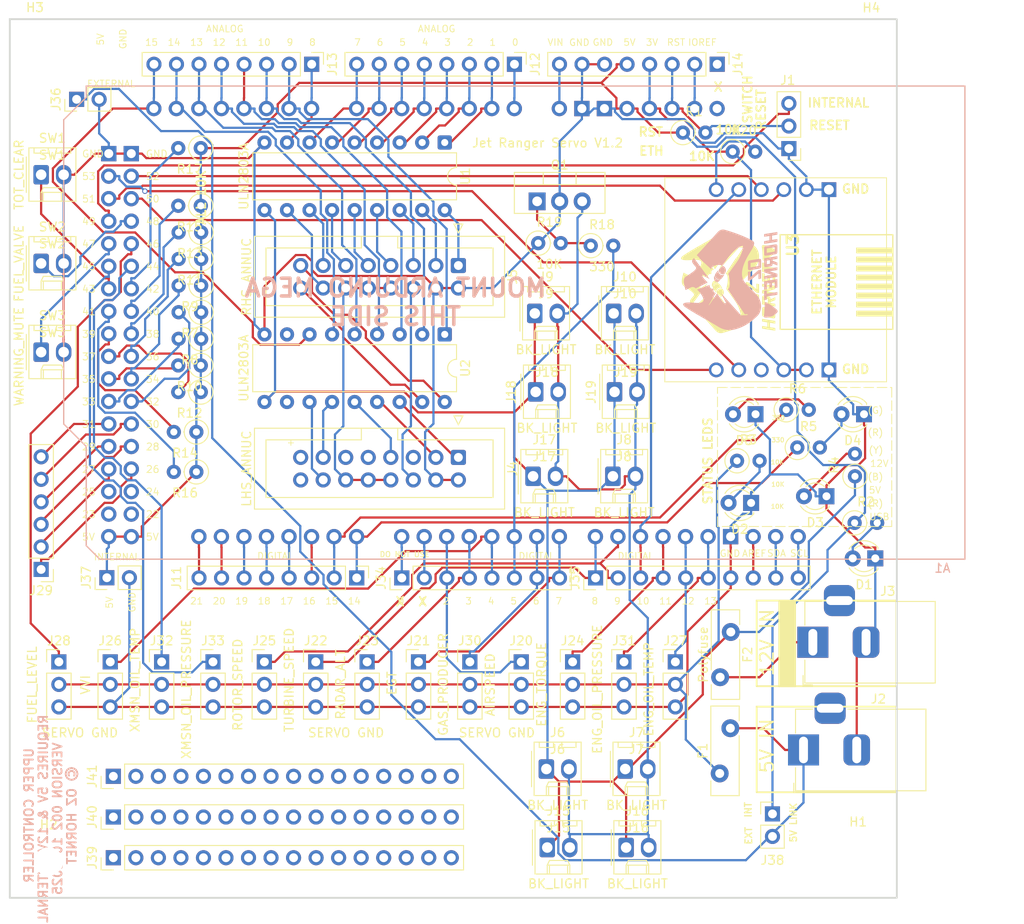
<source format=kicad_pcb>
(kicad_pcb (version 20241229) (generator "pcbnew") (generator_version "9.0")
  (title_block (date "mar. 31 mars 2015"))
  (layers (0 "F.Cu" signal) (2 "B.Cu" signal) (13 "F.Paste" user) (15 "B.Paste" user) (5 "F.SilkS" user "F.Silkscreen") (7 "B.SilkS" user "B.Silkscreen") (1 "F.Mask" user) (3 "B.Mask" user) (25 "Edge.Cuts" user))
  (net 0 "")
  (net 1 "Net-(D1-A)")
  (net 2 "GND")
  (net 3 "Net-(D2-A)")
  (net 4 "Net-(D3-A)")
  (net 5 "Net-(D4-A)")
  (net 6 "/+5v_IN")
  (net 7 "/+12v-IN")
  (net 8 "/PWM_GAS_PRODUCER")
  (net 9 "/PWM_XMSN_OIL_TEMP")
  (net 10 "/INT_5V")
  (net 11 "SCLK")
  (net 12 "/ROW3")
  (net 13 "SDA")
  (net 14 "SCL")
  (net 15 "/PWM_AIRSPEED")
  (net 16 "/PWM_EGT")
  (net 17 "/PWM_ROTOR_SPEED")
  (net 18 "/PIN_20")
  (net 19 "ES1_RST")
  (net 20 "/D_Trans_Oil_Temp")
  (net 21 "Net-(J12-Pin_1)")
  (net 22 "MISO")
  (net 23 "/COL1")
  (net 24 "/PWM_FUEL_LEVEL")
  (net 25 "/RESET")
  (net 26 "MOSI")
  (net 27 "/GREEN_LED")
  (net 28 "/RED_LED")
  (net 29 "SS")
  (net 30 "/D_Battery_Temp")
  (net 31 "/D_Baggage_Door")
  (net 32 "/PWM_ENG_TORQUE")
  (net 33 "/PWM_RADAR_ALT")
  (net 34 "/BACKLIGHT_PWM")
  (net 35 "/D_Fuel_Pump")
  (net 36 "+3V3")
  (net 37 "/D1")
  (net 38 "/D0")
  (net 39 "/VIN")
  (net 40 "/D_Battery_Hot")
  (net 41 "/AREF")
  (net 42 "/RESET_pin")
  (net 43 "/PWM_XMSN_OIL_PRESSURE")
  (net 44 "/D_SC_Fail")
  (net 45 "/D_Trans_Oil_Pressure")
  (net 46 "/D_Engine_Out")
  (net 47 "/D_AFT_Fuel_Filter")
  (net 48 "/IORF")
  (net 49 "/PWM_TURBINE_SPEED")
  (net 50 "/PWM_ENG_OIL_TEMP")
  (net 51 "/COL0")
  (net 52 "/ROW9")
  (net 53 "/D_Engine_Chip")
  (net 54 "/COL7")
  (net 55 "/D_Rotor_RPM_Low")
  (net 56 "/SW_TOT_CLEAR")
  (net 57 "/D_Trans_Chip")
  (net 58 "/COL3")
  (net 59 "/D_T{slash}R_Chip")
  (net 60 "/SW_FUEL_VALVE")
  (net 61 "/SW_WARNING_MUTE")
  (net 62 "/D_Low_Fuel")
  (net 63 "/PWM_ENG_OIL_PRESS")
  (net 64 "/ROW0")
  (net 65 "/ROW2")
  (net 66 "/ROW1")
  (net 67 "/PWM_VVI")
  (net 68 "/D_Gen_Fail")
  (net 69 "/COL5")
  (net 70 "/ROW5")
  (net 71 "/COL9")
  (net 72 "/PIN_21")
  (net 73 "Net-(D5-A)")
  (net 74 "/ROW7")
  (net 75 "/+5v_SERVO")
  (net 76 "/SC_Fail")
  (net 77 "/12V")
  (net 78 "/GroupB9")
  (net 79 "/PB_GND")
  (net 80 "/COL6")
  (net 81 "/COL4")
  (net 82 "Net-(A1-D16{slash}TX2)")
  (net 83 "/ROW4")
  (net 84 "/COL8")
  (net 85 "/ROW8")
  (net 86 "/COL2")
  (net 87 "/Low_Fuel")
  (net 88 "/GroupB6")
  (net 89 "/Gen_Fail")
  (net 90 "/ROW6")
  (net 91 "/COL10")
  (net 92 "/GroupB3")
  (net 93 "/GroupB5")
  (net 94 "/GroupB8")
  (net 95 "/AFT_Fuel_Filter")
  (net 96 "/Fuel_Pump")
  (net 97 "/T{slash}R_Chip")
  (net 98 "/Trans_Oil_Temp")
  (net 99 "/Battery_Hot")
  (net 100 "/Trans_Oil_Pressure")
  (net 101 "/Engine_Chip")
  (net 102 "/Trans_Chip")
  (net 103 "/Engine_Out")
  (net 104 "/Baggage_Door")
  (net 105 "/Battery_Temp")
  (net 106 "/Rotor_RPM_Low")
  (net 108 "Net-(Q1-G)")
  (net 109 "Net-(U3-INT)")
  (net 111 "/GPS_TX")
  (net 114 "Net-(A1-D17{slash}RX2)")
  (net 115 "Net-(A1-D19{slash}RX1)")
  (net 116 "/BACKLIGHT_PANELS")
  (net 117 "Net-(J3-Pin_1)")
  (footprint "Fuse:Fuse_Bourns_MF-RG400" (layer "F.Cu") (at 110.75 105.05 -90)
    (property "Reference" "F2")
    (property "Value" "Polyfuse")
  )
  (footprint "Connector_PinHeader_2.54mm:PinHeader_1x03_P2.54mm_Vertical" (layer "F.Cu") (at 40.7917 108.42)
    (property "Reference" "J26")
    (property "Value" "VVI")
  )
  (footprint "MountingHole:MountingHole_3.2mm_M3" (layer "F.Cu") (at 126.5898 38.8321)
    (property "Reference" "H4")
    (property "Value" "H2")
  )
  (footprint "Connector_Molex:Molex_KK-254_AE-6410-02A_1x02_P2.54mm_Vertical" (layer "F.Cu") (at 98.95 129.35)
    (property "Reference" "J16")
    (property "Value" "BK_LIGHT")
  )
  (footprint "Resistor_THT:R_Axial_DIN0207_L6.3mm_D2.5mm_P2.54mm_Vertical" (layer "F.Cu") (at 50.5 82.5 180)
    (property "Reference" "R14")
    (property "Value" "10K")
  )
  (footprint "Connector_Molex:Molex_KK-254_AE-6410-02A_1x02_P2.54mm_Vertical" (layer "F.Cu") (at 89.96 120.5)
    (property "Reference" "J6")
    (property "Value" "BK_LIGHT")
  )
  (footprint "Connector_PinHeader_2.54mm:PinHeader_1x08_P2.54mm_Vertical" (layer "F.Cu") (at 63.5 41.0464 -90)
    (property "Reference" "J13")
    (property "Value" "Conn_01x08")
  )
  (footprint "Connector_PinHeader_2.54mm:PinHeader_1x03_P2.54mm_Vertical" (layer "F.Cu") (at 117.298 50.55 180)
    (property "Reference" "J1")
    (property "Value" "Conn_01x03_Pin")
  )
  (footprint "Connector_PinHeader_2.54mm:PinHeader_1x08_P2.54mm_Vertical" (layer "F.Cu") (at 86.36 41.0464 -90)
    (property "Reference" "J12")
    (property "Value" "Conn_01x08")
  )
  (footprint "Resistor_THT:R_Axial_DIN0207_L6.3mm_D2.5mm_P2.54mm_Vertical" (layer "F.Cu") (at 51.04 72 180)
    (property "Reference" "R8")
    (property "Value" "10K")
  )
  (footprint "LED_THT:LED_D3.0mm" (layer "F.Cu") (at 113.54 80.5 180)
    (property "Reference" "D5")
    (property "Value" "RED")
  )
  (footprint "Connector_PinHeader_2.54mm:PinHeader_1x03_P2.54mm_Vertical" (layer "F.Cu") (at 52.375 108.42)
    (property "Reference" "J33")
    (property "Value" "XMSN_OIL_PRESSURE")
  )
  (footprint "Connector_PinHeader_2.54mm:PinHeader_1x03_P2.54mm_Vertical" (layer "F.Cu") (at 69.75 108.42)
    (property "Reference" "J23")
    (property "Value" "RADAR_ALT")
  )
  (footprint "Resistor_THT:R_Axial_DIN0207_L6.3mm_D2.5mm_P2.54mm_Vertical" (layer "F.Cu") (at 118.25 84.25)
    (property "Reference" "R5")
    (property "Value" "330")
  )
  (footprint "Resistor_THT:R_Axial_DIN0207_L6.3mm_D2.5mm_P2.54mm_Vertical" (layer "F.Cu") (at 51.04 66 180)
    (property "Reference" "R9")
    (property "Value" "10K")
  )
  (footprint "Resistor_THT:R_Axial_DIN0207_L6.3mm_D2.5mm_P2.54mm_Vertical" (layer "F.Cu") (at 124.75 87.5 90)
    (property "Reference" "R4")
    (property "Value" "10K")
  )
  (footprint "MountingHole:MountingHole_3.2mm_M3" (layer "F.Cu") (at 32.3 38.8)
    (property "Reference" "H3")
    (property "Value" "H1")
  )
  (footprint "Connector_PinHeader_2.54mm:PinHeader_1x02_P2.54mm_Vertical" (layer "F.Cu") (at 37 45 90)
    (property "Reference" "J36")
    (property "Value" "Conn_01x02")
  )
  (footprint "Connector_BarrelJack:BarrelJack_Horizontal" (layer "F.Cu") (at 118.949 118.35 180)
    (property "Reference" "J2")
    (property "Value" "5V IN")
  )
  (footprint "Connector_PinHeader_2.54mm:PinHeader_1x03_P2.54mm_Vertical" (layer "F.Cu") (at 75.5417 108.42)
    (property "Reference" "J21")
    (property "Value" "EGT")
  )
  (footprint "MountingHole:MountingHole_3.2mm_M3" (layer "F.Cu") (at 125.101 130.6122)
    (property "Reference" "H1")
    (property "Value" "H1")
  )
  (footprint "LED_THT:LED_D3.0mm" (layer "F.Cu") (at 127.04 96.75 180)
    (property "Reference" "D1")
    (property "Value" "LED")
  )
  (footprint "Connector_PinHeader_2.54mm:PinHeader_1x03_P2.54mm_Vertical" (layer "F.Cu") (at 92.9167 108.42)
    (property "Reference" "J24")
    (property "Value" "ENG_TORQUE")
  )
  (footprint "LED_THT:LED_D3.0mm" (layer "F.Cu") (at 125.77 80.5 180)
    (property "Reference" "D4")
    (property "Value" "GREEN")
  )
  (footprint "Fuse:Fuse_Bourns_MF-RG400" (layer "F.Cu") (at 109.5 121 90)
    (property "Reference" "F1")
    (property "Value" "Polyfuse")
  )
  (footprint "Connector_PinHeader_2.54mm:PinHeader_1x06_P2.54mm_Vertical" (layer "F.Cu") (at 33 98 180)
    (property "Reference" "J29")
    (property "Value" "Utility")
  )
  (footprint "Package_DIP:DIP-18_W7.62mm" (layer "F.Cu") (at 78.5 49.8683 -90)
    (property "Reference" "U1")
    (property "Value" "ULN2803A")
  )
  (footprint "Resistor_THT:R_Axial_DIN0207_L6.3mm_D2.5mm_P2.54mm_Vertical" (layer "F.Cu") (at 51.04 69 180)
    (property "Reference" "R7")
    (property "Value" "10K")
  )
  (footprint "Resistor_THT:R_Axial_DIN0207_L6.3mm_D2.5mm_P2.54mm_Vertical" (layer "F.Cu") (at 51 75 180)
    (property "Reference" "R10")
    (property "Value" "10K")
  )
  (footprint "Resistor_THT:R_Axial_DIN0207_L6.3mm_D2.5mm_P2.54mm_Vertical" (layer "F.Cu") (at 124.71 92.75)
    (property "Reference" "R2")
    (property "Value" "5K")
  )
  (footprint "Connector_Molex:Molex_KK-254_AE-6410-02A_1x02_P2.54mm_Vertical" (layer "F.Cu") (at 33 63.5)
    (property "Reference" "SW2")
    (property "Value" "FUEL_VALVE")
  )
  (footprint "Resistor_THT:R_Axial_DIN0207_L6.3mm_D2.5mm_P2.54mm_Vertical" (layer "F.Cu") (at 117 80)
    (property "Reference" "R6")
    (property "Value" "330")
  )
  (footprint "Connector_PinHeader_2.54mm:PinHeader_1x08_P2.54mm_Vertical" (layer "F.Cu") (at 68.58 98.9584 -90)
    (property "Reference" "J11")
    (property "Value" "Conn_01x08")
  )
  (footprint "Resistor_THT:R_Axial_DIN0207_L6.3mm_D2.5mm_P2.54mm_Vertical" (layer "F.Cu") (at 51 50.5 180)
    (property "Reference" "R17")
    (property "Value" "10K")
  )
  (footprint "Connector_IDC:IDC-Header_2x08_P2.54mm_Vertical" (layer "F.Cu") (at 80.04 63.7367 -90)
    (property "Reference" "J5")
    (property "Value" "RHS_ANNUC")
  )
  (footprint "Resistor_THT:R_Axial_DIN0207_L6.3mm_D2.5mm_P2.54mm_Vertical" (layer "F.Cu") (at 94.96 61.5)
    (property "Reference" "R18")
    (property "Value" "330")
  )
  (footprint "Connector_Molex:Molex_KK-254_AE-6410-02A_1x02_P2.54mm_Vertical" (layer "F.Cu") (at 98.85 120.5)
    (property "Reference" "J7")
    (property "Value" "BK_LIGHT")
  )
  (footprint "Package_TO_SOT_THT:TO-220-3_Vertical" (layer "F.Cu") (at 88.92 56.5)
    (property "Reference" "Q1")
    (property "Value" "Q_NMOS_GSD")
  )
  (footprint "MountingHole:MountingHole_3.2mm_M3" (layer "F.Cu") (at 33.8518 130.9295)
    (property "Reference" "H2")
    (property "Value" "H2")
  )
  (footprint "Library-OZ-HORNET:USRES1" (layer "F.Cu") (at 121.809 55.1833 -90)
    (property "Reference" "U3")
    (property "Value" "USR-ES1" (hide yes))
  )
  (footprint "LED_THT:LED_D3.0mm" (layer "F.Cu") (at 113.04 90.5 180)
    (property "Reference" "D2")
    (property "Value" "LED")
  )
  (footprint "Resistor_THT:R_Axial_DIN0207_L6.3mm_D2.5mm_P2.54mm_Vertical" (layer "F.Cu") (at 111.455 85.75)
    (property "Reference" "R3")
    (property "Value" "5K")
  )
  (footprint "Connector_Molex:Molex_KK-254_AE-6410-02A_1x02_P2.54mm_Vertical" (layer "F.Cu") (at 88.6532 69.1351)
    (property "Reference" "J9")
    (property "Value" "BK_LIGHT")
  )
  (footprint "Connector_PinHeader_2.54mm:PinHeader_1x08_P2.54mm_Vertical" (layer "F.Cu") (at 109.22 41.0464 -90)
    (property "Reference" "J14")
    (property "Value" "Conn_01x08")
  )
  (footprint "Connector_PinHeader_2.54mm:PinHeader_1x03_P2.54mm_Vertical" (layer "F.Cu") (at 58.1667 108.42)
    (property "Reference" "J25")
    (property "Value" "ROTOR_SPEED")
  )
  (footprint "Resistor_THT:R_Axial_DIN0207_L6.3mm_D2.5mm_P2.54mm_Vertical" (layer "F.Cu") (at 51.04 60 180)
    (property "Reference" "R13")
    (property "Value" "10K")
  )
  (footprint "Connector_PinHeader_2.54mm:PinHeader_1x02_P2.54mm_Vertical" (layer "F.Cu") (at 115.45 125.56)
    (property "Reference" "J38")
    (property "Value" "Conn_01x02")
  )
  (footprint "Connector_PinHeader_2.54mm:PinHeader_1x03_P2.54mm_Vertical" (layer "F.Cu") (at 87.125 108.42)
    (property "Reference" "J20")
    (property "Value" "AIRSPEED")
  )
  (footprint "Connector_PinHeader_2.54mm:PinHeader_1x03_P2.54mm_Vertical" (layer "F.Cu") (at 63.9583 108.42)
    (property "Reference" "J22")
    (property "Value" "TURBINE_SPEED")
  )
  (footprint "Connector_Molex:Molex_KK-254_AE-6410-02A_1x02_P2.54mm_Vertical" (layer "F.Cu") (at 97.5432 69.1351)
    (property "Reference" "J10")
    (property "Value" "BK_LIGHT")
  )
  (footprint "Package_DIP:DIP-18_W7.62mm" (layer "F.Cu") (at 78.5 71.5 -90)
    (property "Reference" "U2")
    (property "Value" "ULN2803A")
  )
  (footprint "Connector_Molex:Molex_KK-254_AE-6410-02A_1x02_P2.54mm_Vertical" (layer "F.Cu") (at 97.6432 77.9851)
    (property "Reference" "J19")
    (property "Value" "BK_LIGHT")
  )
  (footprint "Connector_IDC:IDC-Header_2x08_P2.54mm_Vertical" (layer "F.Cu") (at 80.04 85.3683 -90)
    (property "Reference" "J4")
    (property "Value" "LHS_ANNUC")
  )
  (footprint "Connector_Molex:Molex_KK-254_AE-6410-02A_1x02_P2.54mm_Vertical" (layer "F.Cu") (at 97.46 87.5)
    (property "Reference" "J8")
    (property "Value" "BK_LIGHT")
  )
  (footprint "Resistor_THT:R_Axial_DIN0207_L6.3mm_D2.5mm_P2.54mm_Vertical" (layer "F.Cu") (at 110.96 50.9)
    (property "Reference" "R20")
    (property "Value" "10K")
  )
  (footprint "Connector_Molex:Molex_KK-254_AE-6410-02A_1x02_P2.54mm_Vertical" (layer "F.Cu") (at 33 73.5)
    (property "Reference" "SW3")
    (property "Value" "WARNING_MUTE")
  )
  (footprint "Resistor_THT:R_Axial_DIN0207_L6.3mm_D2.5mm_P2.54mm_Vertical" (layer "F.Cu") (at 51.04 63 180)
    (property "Reference" "R11")
    (property "Value" "10K")
  )
  (footprint "Resistor_THT:R_Axial_DIN0207_L6.3mm_D2.5mm_P2.54mm_Vertical" (layer "F.Cu") (at 89.0375 61.2125)
    (property "Reference" "R19")
    (property "Value" "10K")
  )
  (footprint "Connector_PinHeader_2.54mm:PinHeader_1x16_P2.54mm_Vertical" (layer "F.Cu") (at 41.14 121.32 90)
    (property "Reference" "J41")
    (property "Value" "PATCH3")
  )
  (footprint "Resistor_THT:R_Axial_DIN0207_L6.3mm_D2.5mm_P2.54mm_Vertical" (layer "F.Cu") (at 51 78 180)
    (property "Reference" "R12")
    (property "Value" "10K")
  )
  (footprint "Resistor_THT:R_Axial_DIN0207_L6.3mm_D2.5mm_P2.54mm_Vertical" (layer "F.Cu") (at 105.35 48.75)
    (property "Reference" "R1")
    (property "Value" "10K")
  )
  (footprint "Connector_PinHeader_2.54mm:PinHeader_1x03_P2.54mm_Vertical" (layer "F.Cu") (at 35 108.42)
    (property "Reference" "J28")
    (property "Value" "FUEL_LEVEL")
  )
  (footprint "Connector_PinHeader_2.54mm:PinHeader_1x16_P2.54mm_Vertical" (layer "F.Cu") (at 41.14 130.5 90)
    (property "Reference" "J39")
    (property "Value" "PATCH1")
  )
  (footprint "Connector_PinHeader_2.54mm:PinHeader_1x03_P2.54mm_Vertical" (layer "F.Cu") (at 81.3333 108.42)
    (property "Reference" "J30")
    (property "Value" "GAS_PRODUCER")
  )
  (footprint "Connector_Molex:Molex_KK-254_AE-6410-02A_1x02_P2.54mm_Vertical" (layer "F.Cu") (at 33 53.5)
    (property "Reference" "SW1")
    (property "Value" "TOT_CLEAR")
  )
  (footprint "LED_THT:LED_D3.0mm" (layer "F.Cu") (at 121.54 89.75 180)
    (property "Reference" "D3")
    (property "Value" "LED")
  )
  (footprint "Connector_PinHeader_2.54mm:PinHeader_1x03_P2.54mm_Vertical" (layer "F.Cu") (at 98.7083 108.42)
    (property "Reference" "J31")
    (property "Value" "ENG_OIL_PRESSURE")
  )
  (footprint "Connector_PinHeader_2.54mm:PinHeader_1x03_P2.54mm_Vertical" (layer "F.Cu") (at 46.5833 108.42)
    (property "Reference" "J32")
    (property "Value" "XMSN_OIL_TEMP")
  )
  (footprint "Connector_Molex:Molex_KK-254_AE-6410-02A_1x02_P2.54mm_Vertical" (layer "F.Cu") (at 88.46 87.5)
    (property "Reference" "J17")
    (property "Value" "BK_LIGHT")
  )
  (footprint "Connector_BarrelJack:BarrelJack_Horizontal" (layer "F.Cu") (at 120 106.2075 180)
    (property "Reference" "J3")
    (property "Value" "STEPPER IN 12-20VDC")
  )
  (footprint "Connector_Molex:Molex_KK-254_AE-6410-02A_1x02_P2.54mm_Vertical" (layer "F.Cu") (at 88.7532 77.9851)
    (property "Reference" "J18")
    (property "Value" "BK_LIGHT")
  )
  (footprint "Connector_PinHeader_2.54mm:PinHeader_1x10_P2.54mm_Vertical" (layer "F.Cu") (at 95.504 98.9584 90)
    (property "Reference" "J35")
    (property "Value" "Conn_01x10")
  )
  (footprint "Connector_PinHeader_2.54mm:PinHeader_1x03_P2.54mm_Vertical" (layer "F.Cu") (at 104.5 108.42)
    (property "Reference" "J27")
    (property "Value" "ENG_OIL_TEMP")
  )
  (footprint "Resistor_THT:R_Axial_DIN0207_L6.3mm_D2.5mm_P2.54mm_Vertical" (layer "F.Cu") (at 51 57 180)
    (property "Reference" "R15")
    (property "Value" "10K")
  )
  (footprint "Connector_PinHeader_2.54mm:PinHeader_1x02_P2.54mm_Vertical" (layer "F.Cu") (at 40.4114 98.933 90)
    (property "Reference" "J37")
    (property "Value" "Conn_01x02")
  )
  (footprint "Connector_Molex:Molex_KK-254_AE-6410-02A_1x02_P2.54mm_Vertical" (layer "F.Cu") (at 90.06 129.35)
    (property "Reference" "J15")
    (property "Value" "BK_LIGHT")
  )
  (footprint "Connector_PinHeader_2.54mm:PinHeader_1x08_P2.54mm_Vertical" (layer "F.Cu") (at 73.66 98.9584 90)
    (property "Reference" "J34")
    (property "Value" "Conn_01x08")
  )
  (footprint "arduino-kicad-library-master:Arduino_Mega2560_R3_Shield" (layer "F.Cu") (at 137.145 43.4993 180)
    (property "Reference" "A1")
    (property "Value" "Arduino_Mega2560_R3_Shield")
  )
  (footprint "Resistor_THT:R_Axial_DIN0207_L6.3mm_D2.5mm_P2.54mm_Vertical" (layer "F.Cu") (at 50.5 87 180)
    (property "Reference" "R16")
    (property "Value" "10K")
  )
  (footprint "Connector_PinHeader_2.54mm:PinHeader_1x16_P2.54mm_Vertical" (layer "F.Cu") (at 41.14 125.91 90)
    (property "Reference" "J40")
    (property "Value" "PATCH2")
  )
  (gr_poly (pts (xy 114.27847 67.325975) (xy 114.279042 67.312348) (xy 114.279937 67.298844) (xy 114.281206 67.285512) (xy 114.282904 67.272395) (xy 114.285084 67.259541) (xy 114.2878 67.246994) (xy 114.291105 67.234801) (xy 114.295052 67.223007) (xy 114.299696 67.211658) (xy 114.305089 67.2008) (xy 114.311285 67.190478) (xy 114.318338 67.180738) (xy 114.3263 67.171626) (xy 114.33064 67.167319) (xy 114.335226 67.163187) (xy 114.33549 67.163717) (xy 114.343354 67.157518) (xy 114.35168 67.151918) (xy 114.360491 67.146913) (xy 114.369808 67.142501) (xy 114.379653 67.138677) (xy 114.39005 67.13544) (xy 114.401019 67.132785) (xy 114.412583 67.13071) (xy 114.424765 67.129212) (xy 114.437585 67.128287) (xy 114.451067 67.127933) (xy 114.465231 67.128147) (xy 114.480102 67.128924) (xy 114.495699 67.130263) (xy 114.512047 67.13216) (xy 114.529166 67.134612) (xy 114.985572 67.207108) (xy 115.003857 67.210252) (xy 115.021221 67.213779) (xy 115.037688 67.217689) (xy 115.053278 67.22198) (xy 115.068016 67.226652) (xy 115.081922 67.231703) (xy 115.095019 67.237132) (xy 115.10733 67.242939) (xy 115.118876 67.249122) (xy 115.129681 67.25568) (xy 115.139765 67.262613) (xy 115.149152 67.269919) (xy 115.157865 67.277597) (xy 115.165924 67.285646) (xy 115.173352 67.294066) (xy 115.180173 67.302855) (xy 115.186407 67.312012) (xy 115.192078 67.321536) (xy 115.197207 67.331426) (xy 115.201817 67.341682) (xy 115.20593 67.352301) (xy 115.209569 67.363284) (xy 115.212755 67.374629) (xy 115.215511 67.386335) (xy 115.219823 67.410826) (xy 115.222682 67.436749) (xy 115.224267 67.464096) (xy 115.224755 67.492858) (xy 115.224755 67.531223) (xy 115.767416 67.311883) (xy 115.767416 67.637585) (xy 115.224755 67.856925) (xy 115.224755 67.965933) (xy 115.767416 68.05007) (xy 115.767416 68.361221) (xy 114.924717 68.228132) (xy 114.924717 67.916985) (xy 114.924717 67.535985) (xy 114.924705 67.529643) (xy 114.924618 67.522359) (xy 114.924523 67.518658) (xy 114.924382 67.515075) (xy 114.924185 67.511727) (xy 114.923924 67.508733) (xy 114.922271 67.508324) (xy 114.920277 67.507886) (xy 114.917924 67.507417) (xy 114.915192 67.506914) (xy 114.912064 67.506374) (xy 114.90852 67.505794) (xy 114.904542 67.50517) (xy 114.900111 67.5045) (xy 114.594253 67.455551) (xy 114.585455 67.454526) (xy 114.581826 67.4541) (xy 114.578642 67.453699) (xy 114.578642 67.862216) (xy 114.924717 67.916985) (xy 114.924717 68.228132) (xy 114.278076 68.126006) (xy 114.278076 67.353423)) (stroke (width -0.000001)) (fill yes) (layer "F.SilkS"))
  (gr_poly (pts (xy 114.246375 61.588834) (xy 114.247667 61.574304) (xy 114.249664 61.560486) (xy 114.252375 61.547378) (xy 114.255809 61.534979) (xy 114.259975 61.523284) (xy 114.264881 61.512292) (xy 114.270537 61.502) (xy 114.276951 61.492406) (xy 114.284133 61.483507) (xy 114.292091 61.475301) (xy 114.300834 61.467786) (xy 114.310371 61.460958) (xy 114.320712 61.454816) (xy 114.331864 61.449357) (xy 114.343837 61.444578) (xy 114.35664 61.440477) (xy 114.370282 61.437052) (xy 114.384772 61.4343) (xy 114.400117 61.432219) (xy 114.416329 61.430805) (xy 114.433415 61.430057) (xy 114.451384 61.429973) (xy 114.470245 61.430549) (xy 114.490007 61.431784) (xy 114.57466 61.439938) (xy 114.658141 61.451217) (xy 114.740418 61.465637) (xy 114.82146 61.483216) (xy 114.901235 61.503972) (xy 114.979712 61.527922) (xy 115.05686 61.555083) (xy 115.132647 61.585474) (xy 115.207042 61.61911) (xy 115.280013 61.65601) (xy 115.351529 61.696192) (xy 115.421559 61.739672) (xy 115.490071 61.786468) (xy 115.557035 61.836598) (xy 115.622417 61.890078) (xy 115.686188 61.946927) (xy 115.700204 61.96032) (xy 115.713284 61.973568) (xy 115.725429 61.98668) (xy 115.736643 61.999665) (xy 115.746927 62.012535) (xy 115.756285 62.025297) (xy 115.764719 62.037963) (xy 115.772231 62.05054) (xy 115.778824 62.06304) (xy 115.784501 62.075472) (xy 115.789264 62.087845) (xy 115.793116 62.100169) (xy 115.796059 62.112453) (xy 115.798096 62.124708) (xy 115.79923 62.136943) (xy 115.799462 62.149168) (xy 115.798797 62.161391) (xy 115.797235 62.173624) (xy 115.79478 62.185875) (xy 115.791434 62.198154) (xy 115.787201 62.210471) (xy 115.782081 62.222836) (xy 115.776079 62.235257) (xy 115.769197 62.247746) (xy 115.761436 62.26031) (xy 115.7528 62.272961) (xy 115.743292 62.285707) (xy 115.732913 62.298559) (xy 115.721667 62.311525) (xy 115.709556 62.324616) (xy 115.682748 62.35121) (xy 115.609568 62.4179) (xy 115.533234 62.483214) (xy 115.454395 62.546981) (xy 115.373699 62.609026) (xy 115.291793 62.669179) (xy 115.209326 62.727267) (xy 115.045301 62.836556) (xy 114.886807 62.935513) (xy 114.739029 63.02276) (xy 114.607151 63.096916) (xy 114.496356 63.156602) (xy 114.489795 63.159773) (xy 114.483171 63.162445) (xy 114.476503 63.164631) (xy 114.469806 63.166341) (xy 114.463101 63.167584) (xy 114.456403 63.168373) (xy 114.449732 63.168717) (xy 114.443105 63.168628) (xy 114.436539 63.168116) (xy 114.430053 63.167192) (xy 114.423663 63.165867) (xy 114.417389 63.164151) (xy 114.411248 63.162054) (xy 114.405257 63.159589) (xy 114.399434 63.156765) (xy 114.393797 63.153593) (xy 114.388365 63.150083) (xy 114.383153 63.146248) (xy 114.378182 63.142096) (xy 114.373467 63.13764) (xy 114.369028 63.132889) (xy 114.364881 63.127854) (xy 114.361045 63.122547) (xy 114.357537 63.116977) (xy 114.354375 63.111155) (xy 114.351577 63.105093) (xy 114.349161 63.098801) (xy 114.347144 63.092289) (xy 114.345545 63.085569) (xy 114.34438 63.078651) (xy 114.343669 63.071545) (xy 114.343427 63.064263) (xy 114.341009 62.77368) (xy 114.336846 62.598212) (xy 114.329835 62.413024) (xy 114.319313 62.225914) (xy 114.304621 62.044679) (xy 114.285098 61.877117) (xy 114.273318 61.800901) (xy 114.260084 61.731028) (xy 114.260349 61.731027) (xy 114.252928 61.691119) (xy 114.248079 61.654131) (xy 114.24664 61.636725) (xy 114.24587 61.620042) (xy 114.245779 61.60408)) (stroke (width -0.000001)) (fill yes) (layer "F.SilkS"))
  (gr_rect (start 109.249 77.482) (end 128.8918 93.158) (stroke (width 0.1) (type dash)) (fill no) (layer "F.SilkS"))
  (gr_poly (pts (xy 114.578642 64.627421) (xy 114.578642 65.274063) (xy 114.8718 65.320894) (xy 114.8718 64.802046) (xy 115.172102 64.849142) (xy 115.172102 65.368254) (xy 115.467377 65.415086) (xy 115.467377 64.768708) (xy 115.767679 64.815804) (xy 115.767679 65.772802) (xy 114.278339 65.537587) (xy 114.278339 64.580325)) (stroke (width -0.000001)) (fill yes) (layer "F.SilkS"))
  (gr_rect (start 124.953042 66.867283) (end 129.017042 67.375283) (stroke (width 0.15)) (fill yes) (layer "F.SilkS"))
  (gr_poly (pts (xy 112.741904 65.6376) (xy 113.638313 66.402775) (xy 113.638313 65.782062) (xy 113.938615 65.829158) (xy 113.938615 66.843306) (xy 113.645721 66.797797) (xy 112.749577 66.023627) (xy 112.749577 66.655452) (xy 112.449274 66.608356) (xy 112.449274 65.592092)) (stroke (width -0.000001)) (fill yes) (layer "F.SilkS"))
  (gr_poly (pts (xy 112.449934 66.980429) (xy 112.450506 66.966801) (xy 112.4514 66.953298) (xy 112.45267 66.939966) (xy 112.454368 66.926849) (xy 112.456548 66.913995) (xy 112.459263 66.901448) (xy 112.462568 66.889255) (xy 112.466516 66.877461) (xy 112.471159 66.866112) (xy 112.476552 66.855254) (xy 112.482748 66.844932) (xy 112.489801 66.835192) (xy 112.497763 66.82608) (xy 112.502103 66.821774) (xy 112.50669 66.817641) (xy 112.514553 66.811443) (xy 112.522879 66.805843) (xy 112.53169 66.800838) (xy 112.541007 66.796425) (xy 112.550853 66.792602) (xy 112.561249 66.789364) (xy 112.572219 66.786709) (xy 112.583783 66.784635) (xy 112.595964 66.783136) (xy 112.608785 66.782212) (xy 112.622266 66.781858) (xy 112.636431 66.782071) (xy 112.651301 66.782849) (xy 112.666899 66.784188) (xy 112.683246 66.786085) (xy 112.700365 66.788537) (xy 113.699432 66.947287) (xy 113.717716 66.950428) (xy 113.735081 66.953949) (xy 113.751547 66.957847) (xy 113.767138 66.962123) (xy 113.781876 66.966774) (xy 113.795782 66.971801) (xy 113.808879 66.977202) (xy 113.82119 66.982977) (xy 113.832736 66.989124) (xy 113.843541 66.995642) (xy 113.853625 67.002531) (xy 113.863013 67.00979) (xy 113.871725 67.017418) (xy 113.879784 67.025413) (xy 113.887213 67.033775) (xy 113.894033 67.042504) (xy 113.900267 67.051597) (xy 113.905938 67.061055) (xy 113.911067 67.070876) (xy 113.915677 67.081059) (xy 113.91979 67.091604) (xy 113.923429 67.102509) (xy 113.926615 67.113774) (xy 113.929372 67.125397) (xy 113.933683 67.149716) (xy 113.936542 67.175458) (xy 113.938127 67.202617) (xy 113.938615 67.231185) (xy 113.938615 67.834435) (xy 113.938221 67.862091) (xy 113.937646 67.87583) (xy 113.936747 67.889447) (xy 113.93547 67.902895) (xy 113.93376 67.916127) (xy 113.931563 67.929097) (xy 113.928826 67.941756) (xy 113.925493 67.954059) (xy 113.921511 67.965959) (xy 113.916824 67.977408) (xy 113.91138 67.98836) (xy 113.905123 67.998768) (xy 113.898 68.008585) (xy 113.889956 68.017764) (xy 113.885571 68.022099) (xy 113.880936 68.026258) (xy 113.873145 68.032416) (xy 113.864845 68.037992) (xy 113.856022 68.042988) (xy 113.846664 68.047404) (xy 113.836757 68.051242) (xy 113.826288 68.054503) (xy 113.815244 68.057188) (xy 113.803611 68.059298) (xy 113.791377 68.060835) (xy 113.778529 68.061799) (xy 113.765052 68.062191) (xy 113.750934 68.062014) (xy 113.736163 68.061268) (xy 113.720723 68.059954) (xy 113.704604 68.058073) (xy 113.68779 68.055627) (xy 113.637784 68.047681) (xy 113.637784 67.736275) (xy 113.637784 67.718812) (xy 113.638313 67.718812) (xy 113.638313 67.276165) (xy 113.6383 67.269823) (xy 113.638213 67.262539) (xy 113.638119 67.258838) (xy 113.637978 67.255254) (xy 113.637781 67.251907) (xy 113.637518 67.248912) (xy 113.635866 67.248503) (xy 113.633872 67.248065) (xy 113.631519 67.247596) (xy 113.628787 67.247094) (xy 113.625659 67.246554) (xy 113.622115 67.245973) (xy 113.618137 67.245349) (xy 113.613706 67.244679) (xy 112.765187 67.109477) (xy 112.75639 67.108452) (xy 112.75276 67.108026) (xy 112.749577 67.107625) (xy 112.749577 67.565883) (xy 112.749594 67.572497) (xy 112.74971 67.580303) (xy 112.749836 67.584218) (xy 112.750024 67.587909) (xy 112.750286 67.591204) (xy 112.750449 67.592648) (xy 112.750636 67.593928) (xy 112.751922 67.594373) (xy 112.753633 67.594908) (xy 112.755821 67.595524) (xy 112.75854 67.59621) (xy 112.760114 67.596578) (xy 112.761841 67.596959) (xy 112.763727 67.597354) (xy 112.765779 67.597761) (xy 112.768002 67.598178) (xy 112.770405 67.598606) (xy 112.772992 67.599042) (xy 112.775771 67.599485) (xy 113.622703 67.734687) (xy 113.627329 67.735233) (xy 113.631335 67.735679) (xy 113.634795 67.736027) (xy 113.637784 67.736275) (xy 113.637784 68.047681) (xy 112.688723 67.896877) (xy 112.670438 67.893733) (xy 112.653074 67.890206) (xy 112.636607 67.886296) (xy 112.621017 67.882005) (xy 112.606279 67.877333) (xy 112.592373 67.872282) (xy 112.579276 67.866853) (xy 112.566965 67.861046) (xy 112.555419 67.854864) (xy 112.544615 67.848305) (xy 112.53453 67.841373) (xy 112.525143 67.834067) (xy 112.516431 67.826389) (xy 112.508371 67.818339) (xy 112.500943 67.80992) (xy 112.494122 67.801131) (xy 112.487888 67.791974) (xy 112.482217 67.78245) (xy 112.477088 67.772559) (xy 112.472478 67.762304) (xy 112.468365 67.751684) (xy 112.464726 67.740701) (xy 112.46154 67.729356) (xy 112.458784 67.717651) (xy 112.454472 67.69316) (xy 112.451613 67.667237) (xy 112.450029 67.639889) (xy 112.44954 67.611127) (xy 112.44954 67.007877)) (stroke (width -0.000001)) (fill yes) (layer "F.SilkS"))
  (gr_rect (start 124.953042 61.787283) (end 129.017042 62.295283) (stroke (width 0.15)) (fill yes) (layer "F.SilkS"))
  (gr_rect (start 113.669042 101.511283) (end 129.417042 111.163283) (stroke (width 0.2)) (fill no) (layer "F.SilkS"))
  (gr_rect (start 124.953042 65.851283) (end 129.017042 66.359283) (stroke (width 0.15)) (fill yes) (layer "F.SilkS"))
  (gr_poly (pts (xy 109.170828 66.750483) (xy 109.173738 66.731408) (xy 109.179455 66.693254) (xy 109.182616 66.674281) (xy 109.186214 66.655448) (xy 109.190426 66.636806) (xy 109.192818 66.627574) (xy 109.195429 66.61841) (xy 109.195429 66.618411) (xy 109.203298 66.594943) (xy 109.212577 66.572098) (xy 109.223206 66.549925) (xy 109.235126 66.528473) (xy 109.248278 66.507791) (xy 109.262601 66.487929) (xy 109.278036 66.468935) (xy 109.294524 66.450859) (xy 109.312005 66.43375) (xy 109.330419 66.417658) (xy 109.349707 66.402631) (xy 109.369809 66.388718) (xy 109.390666 66.375969) (xy 109.412218 66.364432) (xy 109.434405 66.354158) (xy 109.457168 66.345195) (xy 109.480448 66.337593) (xy 109.504184 66.3314) (xy 109.528317 66.326665) (xy 109.552787 66.323439) (xy 109.577536 66.32177) (xy 109.602502 66.321707) (xy 109.627628 66.323299) (xy 109.652852 66.326596) (xy 109.678117 66.331647) (xy 109.703361 66.3385) (xy 109.728525 66.347206) (xy 109.75355 66.357813) (xy 109.778376 66.370371) (xy 109.802944 66.384928) (xy 109.827194 66.401534) (xy 109.851067 66.420238) (xy 109.852501 66.421453) (xy 109.853926 66.422715) (xy 109.855336 66.424022) (xy 109.856726 66.425372) (xy 109.858094 66.426762) (xy 109.859434 66.428191) (xy 109.860742 66.429654) (xy 109.862014 66.431152) (xy 109.863245 66.43268) (xy 109.864433 66.434237) (xy 109.865571 66.43582) (xy 109.866656 66.437427) (xy 109.867684 66.439056) (xy 109.868651 66.440705) (xy 109.869551 66.44237) (xy 109.870381 66.44405) (xy 109.885661 66.476565) (xy 109.900742 66.509105) (xy 109.915327 66.541793) (xy 109.922341 66.558232) (xy 109.929119 66.574754) (xy 109.93377 66.586744) (xy 109.938098 66.598801) (xy 109.942104 66.610924) (xy 109.945788 66.623111) (xy 109.949149 66.635362) (xy 109.952187 66.647675) (xy 109.954903 66.66005) (xy 109.957297 66.672485) (xy 109.959368 66.684978) (xy 109.961117 66.69753) (xy 109.962543 66.710138) (xy 109.963647 66.722801) (xy 109.964428 66.735519) (xy 109.964887 66.748289) (xy 109.965024 66.761112) (xy 109.964838 66.773986) (xy 109.963373 66.801751) (xy 109.960497 66.828904) (xy 109.956259 66.855463) (xy 109.950703 66.881448) (xy 109.943878 66.906877) (xy 109.93583 66.931771) (xy 109.926606 66.956149) (xy 109.916254 66.98003) (xy 109.904819 67.003433) (xy 109.892349 67.026379) (xy 109.87889 67.048885) (xy 109.86449 67.070972) (xy 109.849196 67.092659) (xy 109.833054 67.113966) (xy 109.816112 67.134911) (xy 109.798415 67.155515) (xy 109.789974 67.164782) (xy 109.781312 67.173719) (xy 109.772421 67.182304) (xy 109.763291 67.190518) (xy 109.753914 67.19834) (xy 109.744279 67.205749) (xy 109.734377 67.212724) (xy 109.724199 67.219246) (xy 109.713736 67.225293) (xy 109.702979 67.230846) (xy 109.691918 67.235883) (xy 109.680543 67.240384) (xy 109.668846 67.244328) (xy 109.656817 67.247696) (xy 109.644447 67.250465) (xy 109.631727 67.252617) (xy 109.628641 67.252963) (xy 109.625632 67.253201) (xy 109.622693 67.253322) (xy 109.619821 67.253319) (xy 109.617011 67.253183) (xy 109.614259 67.252905) (xy 109.611559 67.252476) (xy 109.608907 67.251889) (xy 109.606299 67.251134) (xy 109.603729 67.250203) (xy 109.601194 67.249088) (xy 109.598688 67.24778) (xy 109.596206 67.24627) (xy 109.593745 67.24455) (xy 109.5913 67.242611) (xy 109.588865 67.240446) (xy 109.411065 67.074883) (xy 109.321718 66.992647) (xy 109.231677 66.911304) (xy 109.223705 66.903906) (xy 109.216267 66.896388) (xy 109.209379 66.888732) (xy 109.203053 66.880922) (xy 109.197303 66.872944) (xy 109.192145 66.864781) (xy 109.187591 66.856417) (xy 109.183655 66.847837) (xy 109.180352 66.839024) (xy 109.177696 66.829963) (xy 109.1757 66.820637) (xy 109.174378 66.811031) (xy 109.173745 66.801129) (xy 109.173814 66.790915) (xy 109.174599 66.780373) (xy 109.176115 66.769487) (xy 109.167648 66.769487)) (stroke (width -0.000001)) (fill yes) (layer "F.SilkS"))
  (gr_rect (start 124.953042 68.899283) (end 129.017042 69.407283) (stroke (width 0.15)) (fill yes) (layer "F.SilkS"))
  (gr_poly (pts (xy 114.578642 63.452671) (xy 114.578642 63.819119) (xy 115.767679 64.007238) (xy 115.767679 64.318122) (xy 114.578642 64.130004) (xy 114.578642 64.496187) (xy 114.278339 64.449092) (xy 114.278339 63.405575)) (stroke (width -0.000001)) (fill yes) (layer "F.SilkS"))
  (gr_poly (pts (xy 114.8718 70.637696) (xy 114.8718 70.151392) (xy 114.27834 70.057465) (xy 114.27834 69.746579) (xy 115.76768 69.981794) (xy 115.76768 70.292679) (xy 115.172102 70.198752) (xy 115.172102 70.685056) (xy 115.76768 70.778983) (xy 115.76768 71.089869) (xy 114.27834 70.854654) (xy 114.27834 70.543769)) (stroke (width -0.000001)) (fill yes) (layer "F.SilkS"))
  (gr_rect (start 113.669042 113.466983) (end 129.417042 123.118983) (stroke (width 0.2)) (fill no) (layer "F.SilkS"))
  (gr_poly (pts (xy 105.233956 65.360647) (xy 105.247752 65.248855) (xy 105.266959 65.136841) (xy 105.29023 65.026054) (xy 105.316216 64.917941) (xy 105.420355 64.541166) (xy 105.708552 64.681892) (xy 105.848682 64.751126) (xy 105.986828 64.821624) (xy 106.022385 64.838855) (xy 106.057709 64.853345) (xy 106.092783 64.865101) (xy 106.12759 64.874128) (xy 106.162113 64.880432) (xy 106.196336 64.884021) (xy 106.230241 64.884899) (xy 106.263813 64.883074) (xy 106.297035 64.878551) (xy 106.329889 64.871337) (xy 106.36236 64.861438) (xy 106.394431 64.84886) (xy 106.426084 64.833609) (xy 106.457304 64.815692) (xy 106.488073 64.795115) (xy 106.518375 64.771883) (xy 106.539306 64.753635) (xy 106.560411 64.735039) (xy 106.603042 64.697006) (xy 106.603406 64.715659) (xy 106.603526 64.724985) (xy 106.603571 64.734312) (xy 106.60359 64.73489) (xy 106.603647 64.735482) (xy 106.60374 64.736086) (xy 106.603867 64.736701) (xy 106.604027 64.737326) (xy 106.60422 64.737958) (xy 106.604443 64.738597) (xy 106.604696 64.73924) (xy 106.605283 64.740534) (xy 106.605971 64.741828) (xy 106.606749 64.743109) (xy 106.607606 64.744366) (xy 106.608531 64.745585) (xy 106.609514 64.746755) (xy 106.610543 64.747863) (xy 106.611608 64.748897) (xy 106.612698 64.749844) (xy 106.613801 64.750691) (xy 106.614908 64.751427) (xy 106.615459 64.751749) (xy 106.616007 64.752039) (xy 107.102046 64.993604) (xy 107.392294 65.136743) (xy 107.712705 65.2947) (xy 107.809145 65.341729) (xy 107.907173 65.389156) (xy 107.896404 65.401852) (xy 107.886106 65.414127) (xy 107.881033 65.420098) (xy 107.875957 65.425954) (xy 107.870837 65.431693) (xy 107.865634 65.43731) (xy 107.838713 65.465637) (xy 107.811593 65.493865) (xy 107.757155 65.550023) (xy 107.666502 65.644181) (xy 107.643738 65.667605) (xy 107.620791 65.690852) (xy 107.59759 65.713856) (xy 107.574063 65.736554) (xy 107.556499 65.753862) (xy 107.539589 65.771629) (xy 107.52328 65.78982) (xy 107.50752 65.808397) (xy 107.492257 65.827325) (xy 107.477437 65.846566) (xy 107.448915 65.885845) (xy 107.421535 65.925943) (xy 107.394874 65.966568) (xy 107.342024 66.048233) (xy 107.340419 66.05069) (xy 107.338871 66.053193) (xy 107.335901 66.058296) (xy 107.330151 66.068606) (xy 107.32719 66.073653) (xy 107.325649 66.076114) (xy 107.324053 66.07852) (xy 107.32239 66.08086) (xy 107.320649 66.083126) (xy 107.318819 66.085307) (xy 107.316888 66.087392) (xy 107.314973 66.089453) (xy 107.313194 66.091519) (xy 107.311548 66.093591) (xy 107.310032 66.095669) (xy 107.308643 66.097753) (xy 107.307377 66.099844) (xy 107.30623 66.101942) (xy 107.305201 66.104048) (xy 107.304285 66.106162) (xy 107.30348 66.108285) (xy 107.302781 66.110416) (xy 107.302187 66.112558) (xy 107.301693 66.114709) (xy 107.301296 66.11687) (xy 107.300782 66.121225) (xy 107.300618 66.125627) (xy 107.300778 66.130079) (xy 107.301237 66.134584) (xy 107.301968 66.139147) (xy 107.302946 66.143769) (xy 107.304144 66.148456) (xy 107.305537 66.15321) (xy 107.307099 66.158035) (xy 107.311745 66.172556) (xy 107.31619 66.187135) (xy 107.32466 66.216409) (xy 107.34123 66.274981) (xy 107.341493 66.27577) (xy 107.341787 66.276552) (xy 107.342112 66.277336) (xy 107.342466 66.278127) (xy 107.343262 66.279757) (xy 107.344173 66.281496) (xy 107.346327 66.285511) (xy 107.347564 66.287891) (xy 107.348903 66.290591) (xy 108.125984 65.765658) (xy 108.130747 65.769892) (xy 108.070422 65.851383) (xy 107.698947 66.350123) (xy 107.381182 66.777954) (xy 107.013676 67.274048) (xy 106.732688 67.651873) (xy 106.386349 68.119392) (xy 106.386348 68.118862) (xy 106.374707 68.134373) (xy 106.368861 68.142191) (xy 106.363065 68.150083) (xy 106.328901 68.114629) (xy 106.294538 68.079175) (xy 106.266187 68.048057) (xy 106.240981 68.017251) (xy 106.218943 67.986663) (xy 106.200098 67.956201) (xy 106.191881 67.940989) (xy 106.184472 67.925774) (xy 106.177874 67.910544) (xy 106.17209 67.895288) (xy 106.167122 67.879995) (xy 106.162975 67.864652) (xy 106.159651 67.849249) (xy 106.157153 67.833774) (xy 106.155485 67.818215) (xy 106.154649 67.80256) (xy 106.154649 67.786799) (xy 106.155487 67.77092) (xy 106.157167 67.75491) (xy 106.159692 67.73876) (xy 106.163066 67.722456) (xy 106.16729 67.705988) (xy 106.172368 67.689344) (xy 106.178304 67.672513) (xy 106.1851 67.655482) (xy 106.19276 67.638241) (xy 106.210683 67.603082) (xy 106.232096 67.566941) (xy 106.261907 67.521952) (xy 106.291595 67.479872) (xy 106.349916 67.403675) (xy 106.405693 67.336815) (xy 106.457554 67.277756) (xy 106.504133 67.224961) (xy 106.544059 67.176895) (xy 106.561099 67.154156) (xy 106.575963 67.132022) (xy 106.58848 67.110303) (xy 106.598478 67.088806) (xy 106.605786 67.067339) (xy 106.610234 67.045711) (xy 106.611649 67.023729) (xy 106.609861 67.001201) (xy 106.604699 66.977935) (xy 106.595992 66.953739) (xy 106.583568 66.928422) (xy 106.567257 66.901791) (xy 106.546887 66.873655) (xy 106.522288 66.84382) (xy 106.493287 66.812096) (xy 106.459714 66.77829) (xy 106.421399 66.742211) (xy 106.378169 66.703665) (xy 106.276282 66.61841) (xy 106.080151 66.477995) (xy 105.881986 66.340432) (xy 105.681937 66.205598) (xy 105.48015 66.073368) (xy 105.439031 66.045971) (xy 105.402129 66.015443) (xy 105.369276 65.981965) (xy 105.340303 65.945718) (xy 105.315041 65.906884) (xy 105.293324 65.865643) (xy 105.27498 65.822175) (xy 105.259844 65.776663) (xy 105.247744 65.729286) (xy 105.238515 65.680226) (xy 105.231986 65.629664) (xy 105.227989 65.57778) (xy 105.226919 65.470771)) (stroke (width -0.000001)) (fill yes) (layer "F.SilkS"))
  (gr_poly (pts (xy 105.152053 62.879532) (xy 105.171052 62.834998) (xy 105.201928 62.785942) (xy 105.245375 62.732167) (xy 105.302087 62.673474) (xy 105.766576 62.365101) (xy 106.240369 62.070815) (xy 106.720916 61.786742) (xy 107.205664 61.509009) (xy 108.177558 60.957076) (xy 108.659599 60.67513) (xy 109.135634 60.384034) (xy 109.134578 60.384562) (xy 109.255575 60.315552) (xy 109.377082 60.254296) (xy 109.499119 60.20068) (xy 109.621704 60.15459) (xy 109.744859 60.115909) (xy 109.868602 60.084525) (xy 109.992954 60.060321) (xy 110.117934 60.043184) (xy 110.243563 60.032998) (xy 110.369859 60.029649) (xy 110.496842 60.033021) (xy 110.624533 60.043002) (xy 110.752951 60.059475) (xy 110.882116 60.082326) (xy 111.012047 60.11144) (xy 111.142765 60.146702) (xy 111.315607 60.200705) (xy 111.483148 60.260044) (xy 111.645762 60.324608) (xy 111.803822 60.394282) (xy 111.9577 60.468952) (xy 112.107771 60.548505) (xy 112.254406 60.632828) (xy 112.397981 60.721807) (xy 112.538867 60.815328) (xy 112.677438 60.913278) (xy 112.814068 61.015543) (xy 112.949129 61.12201) (xy 113.082994 61.232565) (xy 113.216038 61.347094) (xy 113.348633 61.465485) (xy 113.481152 61.587622) (xy 113.564203 61.673071) (xy 113.639068 61.766027) (xy 113.705663 61.865781) (xy 113.763901 61.971623) (xy 113.813696 62.082846) (xy 113.854962 62.198738) (xy 113.887613 62.318592) (xy 113.911563 62.441697) (xy 113.926726 62.567345) (xy 113.933016 62.694826) (xy 113.930347 62.823431) (xy 113.918632 62.95245) (xy 113.897787 63.081176) (xy 113.867724 63.208897) (xy 113.828358 63.334905) (xy 113.779602 63.458491) (xy 113.763291 63.494871) (xy 113.746215 63.531146) (xy 113.72838 63.567265) (xy 113.709798 63.603172) (xy 113.690476 63.638815) (xy 113.670423 63.674138) (xy 113.649649 63.709088) (xy 113.628161 63.743612) (xy 113.60597 63.777655) (xy 113.583085 63.811164) (xy 113.559513 63.844084) (xy 113.535264 63.876362) (xy 113.510347 63.907944) (xy 113.48477 63.938777) (xy 113.458543 63.968805) (xy 113.431675 63.997975) (xy 113.287541 64.150033) (xy 113.148352 64.29929) (xy 112.877208 64.592197) (xy 112.741452 64.73724) (xy 112.603038 64.882275) (xy 112.460066 65.027998) (xy 112.310636 65.175107) (xy 112.219097 65.263617) (xy 112.137239 65.355047) (xy 112.064733 65.449214) (xy 112.001248 65.545934) (xy 111.946455 65.645026) (xy 111.900023 65.746305) (xy 111.861622 65.84959) (xy 111.830922 65.954697) (xy 111.807592 66.061445) (xy 111.791304 66.169649) (xy 111.781726 66.279128) (xy 111.778529 66.389698) (xy 111.781382 66.501176) (xy 111.789955 66.613381) (xy 111.803919 66.726129) (xy 111.822943 66.839237) (xy 111.87485 67.065802) (xy 111.943036 67.291616) (xy 112.024859 67.515214) (xy 112.11768 67.735136) (xy 112.218857 67.949919) (xy 112.325749 68.1581) (xy 112.435716 68.358218) (xy 112.546115 68.548809) (xy 112.870593 69.078868) (xy 112.94676 69.214197) (xy 112.982554 69.282899) (xy 113.016449 69.352443) (xy 113.048162 69.422941) (xy 113.077413 69.494503) (xy 113.103921 69.567244) (xy 113.127404 69.641273) (xy 113.138141 69.683858) (xy 113.142508 69.704229) (xy 113.146194 69.724011) (xy 113.14919 69.743225) (xy 113.151486 69.761891) (xy 113.153075 69.780029) (xy 113.153945 69.797658) (xy 113.154089 69.8148) (xy 113.153496 69.831472) (xy 113.152157 69.847696) (xy 113.150063 69.863492) (xy 113.147205 69.878879) (xy 113.143574 69.893878) (xy 113.139159 69.908508) (xy 113.133953 69.92279) (xy 113.127944 69.936743) (xy 113.121125 69.950387) (xy 113.113486 69.963742) (xy 113.105018 69.976829) (xy 113.095711 69.989667) (xy 113.085556 70.002276) (xy 113.074543 70.014676) (xy 113.062664 70.026887) (xy 113.049909 70.038929) (xy 113.036269 70.050822) (xy 113.021734 70.062586) (xy 113.006295 70.074241) (xy 112.989943 70.085807) (xy 112.972669 70.097303) (xy 112.954463 70.108751) (xy 112.935317 70.120169) (xy 112.86094 70.162869) (xy 112.786042 70.204794) (xy 112.710623 70.245864) (xy 112.634684 70.285997) (xy 112.558223 70.325113) (xy 112.481242 70.363131) (xy 112.40374 70.399971) (xy 112.325716 70.435552) (xy 112.027067 70.565678) (xy 111.726431 70.690346) (xy 111.423804 70.809557) (xy 111.119183 70.923312) (xy 110.812566 71.031609) (xy 110.503948 71.134449) (xy 110.193328 71.231832) (xy 109.880701 71.323759) (xy 109.817111 71.339868) (xy 109.785944 71.346243) (xy 109.755185 71.351503) (xy 109.724828 71.355652) (xy 109.694865 71.358693) (xy 109.665288 71.36063) (xy 109.63609 71.361466) (xy 109.607264 71.361205) (xy 109.578802 71.35985) (xy 109.550697 71.357405) (xy 109.522942 71.353873) (xy 109.495528 71.349258) (xy 109.46845 71.343564) (xy 109.441698 71.336794) (xy 109.415266 71.328951) (xy 109.389147 71.320039) (xy 109.363333 71.310062) (xy 109.337816 71.299023) (xy 109.312589 71.286926) (xy 109.287645 71.273774) (xy 109.262976 71.259571) (xy 109.238576 71.24432) (xy 109.214435 71.228025) (xy 109.166907 71.192316) (xy 109.120331 71.152473) (xy 109.074649 71.108525) (xy 109.029802 71.060498) (xy 107.862989 69.759807) (xy 107.273927 69.114645) (xy 106.97642 68.794814) (xy 106.676333 68.477371) (xy 106.748729 68.407025) (xy 106.821324 68.336878) (xy 106.855956 68.303796) (xy 106.890811 68.270864) (xy 106.925913 68.23813) (xy 106.961289 68.205644) (xy 106.964224 68.202856) (xy 106.966975 68.20004) (xy 106.969534 68.19719) (xy 106.971897 68.194296) (xy 106.974059 68.191351) (xy 106.976014 68.188348) (xy 106.977756 68.185276) (xy 106.979281 68.182129) (xy 106.980582 68.178899) (xy 106.981655 68.175576) (xy 106.982493 68.172154) (xy 106.983092 68.168623) (xy 106.983446 68.164976) (xy 106.98355 68.161205) (xy 106.983398 68.157301) (xy 106.982985 68.153257) (xy 106.982459 68.148719) (xy 106.982175 68.144325) (xy 106.982138 68.140066) (xy 106.982357 68.135931) (xy 106.982835 68.131908) (xy 106.98358 68.127989) (xy 106.984598 68.124161) (xy 106.985895 68.120415) (xy 106.987478 68.116741) (xy 106.989351 68.113128) (xy 106.991523 68.109564) (xy 106.993998 68.106041) (xy 106.996784 68.102547) (xy 106.999885 68.099073) (xy 107.003309 68.095606) (xy 107.007062 68.092138) (xy 107.037272 68.065209) (xy 107.067218 68.038035) (xy 107.126555 67.983163) (xy 107.244658 67.872798) (xy 107.344704 67.780624) (xy 107.444947 67.688648) (xy 107.65 67.5) (xy 107.8532 67.313205) (xy 108.113814 67.073228) (xy 108.202185 66.992993) (xy 108.291349 66.912361) (xy 108.303071 66.919277) (xy 108.308679 66.922777) (xy 108.314083 66.926363) (xy 108.319256 66.930078) (xy 108.324171 66.933964) (xy 108.328801 66.938065) (xy 108.33312 66.942424) (xy 108.337102 66.947084) (xy 108.338957 66.94954) (xy 108.340718 66.952087) (xy 108.342382 66.954731) (xy 108.343944 66.957477) (xy 108.345401 66.960331) (xy 108.346751 66.963297) (xy 108.347989 66.966382) (xy 108.349113 66.96959) (xy 108.350119 66.972927) (xy 108.351003 66.976399) (xy 108.351763 66.98001) (xy 108.352395 66.983766) (xy 108.352896 66.987673) (xy 108.353262 66.991736) (xy 108.353846 66.997046) (xy 108.354786 67.002359) (xy 108.356054 67.007669) (xy 108.357619 67.012973) (xy 108.359455 67.018266) (xy 108.361531 67.023543) (xy 108.36382 67.028802) (xy 108.366293 67.034036) (xy 108.36892 67.039243) (xy 108.371674 67.044418) (xy 108.377447 67.054653) (xy 108.389245 67.074551) (xy 108.401784 67.094396) (xy 108.415164 67.113185) (xy 108.429346 67.130965) (xy 108.444291 67.147782) (xy 108.45996 67.163685) (xy 108.476314 67.178721) (xy 108.493314 67.192937) (xy 108.510921 67.206379) (xy 108.529094 67.219096) (xy 108.547796 67.231135) (xy 108.566987 67.242543) (xy 108.586629 67.253368) (xy 108.606681 67.263656) (xy 108.627104 67.273454) (xy 108.64786 67.282811) (xy 108.66891 67.291774) (xy 108.701051 67.304292) (xy 108.733551 67.315524) (xy 108.766374 67.325572) (xy 108.799482 67.334537) (xy 108.832838 67.342523) (xy 108.866405 67.349631) (xy 108.900146 67.355964) (xy 108.934023 67.361624) (xy 108.953218 67.364406) (xy 108.972495 67.366667) (xy 108.991833 67.368507) (xy 109.011215 67.370024) (xy 109.088804 67.374853) (xy 109.117222 67.376659) (xy 109.14569 67.378193) (xy 109.159926 67.37871) (xy 109.174157 67.378983) (xy 109.188375 67.378951) (xy 109.202575 67.378557) (xy 109.244708 67.376384) (xy 109.286729 67.373422) (xy 109.328576 67.369357) (xy 109.370188 67.363873) (xy 109.390887 67.360499) (xy 109.411503 67.356651) (xy 109.432029 67.352291) (xy 109.452457 67.347377) (xy 109.47278 67.341872) (xy 109.49299 67.335735) (xy 109.513079 67.328926) (xy 109.53304 67.321407) (xy 109.537871 67.319339) (xy 109.542668 67.317116) (xy 109.547471 67.314756) (xy 109.552321 67.312279) (xy 109.562321 67.307045) (xy 109.567552 67.304326) (xy 109.572991 67.301563) (xy 109.613009 67.358349) (xy 109.653425 67.416128) (xy 109.812274 67.644) (xy 109.971718 67.871476) (xy 110.083769 68.02877) (xy 110.140564 68.106922) (xy 110.198201 68.184478) (xy 110.247629 68.249296) (xy 110.297949 68.313495) (xy 110.349262 68.37695) (xy 110.375322 68.408359) (xy 110.401666 68.439536) (xy 110.467539 68.515678) (xy 110.534355 68.591076) (xy 110.669425 68.740632) (xy 110.703179 68.777165) (xy 110.720244 68.795265) (xy 110.737455 68.813227) (xy 110.754827 68.831027) (xy 110.772376 68.848644) (xy 110.790117 68.866056) (xy 110.808066 68.883242) (xy 110.867603 68.93883) (xy 110.928018 68.993379) (xy 110.989418 69.046744) (xy 111.051913 69.098778) (xy 111.115611 69.149337) (xy 111.18062 69.198274) (xy 111.24705 69.245444) (xy 111.315008 69.2907) (xy 111.373456 69.327148) (xy 111.432747 69.361815) (xy 111.492932 69.39461) (xy 111.554059 69.425439) (xy 111.616178 69.45421) (xy 111.679339 69.480828) (xy 111.743592 69.505202) (xy 111.808985 69.527238) (xy 111.817438 69.529837) (xy 111.825956 69.532306) (xy 111.843348 69.537027) (xy 111.880687 69.546817) (xy 111.881051 69.502698) (xy 111.881022 69.481853) (xy 111.880814 69.471583) (xy 111.880423 69.461356) (xy 111.879034 69.437548) (xy 111.877248 69.413765) (xy 111.875065 69.390031) (xy 111.872485 69.366371) (xy 111.860314 69.25518) (xy 111.853584 69.199684) (xy 111.849841 69.172004) (xy 111.845763 69.144386) (xy 111.836136 69.086838) (xy 111.824956 69.029681) (xy 111.812281 68.972908) (xy 111.798171 68.916513) (xy 111.782684 68.860491) (xy 111.765879 68.804834) (xy 111.747816 68.749537) (xy 111.728552 68.694594) (xy 111.701089 68.620755) (xy 111.68682 68.584001) (xy 111.672163 68.547387) (xy 111.657097 68.510934) (xy 111.6416 68.474663) (xy 111.62565 68.438598) (xy 111.609226 68.402759) (xy 111.568764 68.317356) (xy 111.548015 68.274832) (xy 111.52684 68.2325) (xy 111.505182 68.190415) (xy 111.482982 68.148635) (xy 111.460179 68.107214) (xy 111.436717 68.066209) (xy 111.407343 68.016472) (xy 111.377396 67.967065) (xy 111.346922 67.917967) (xy 111.315968 67.86916) (xy 111.252802 67.772348) (xy 111.188273 67.676478) (xy 111.155128 67.628566) (xy 111.121453 67.581021) (xy 111.052972 67.486705) (xy 110.914694 67.298917) (xy 110.674188 66.968452) (xy 110.451144 66.663652) (xy 110.354108 66.531129) (xy 110.256675 66.398805) (xy 110.255098 66.396534) (xy 110.253734 66.394283) (xy 110.252572 66.392046) (xy 110.251602 66.389817) (xy 110.250814 66.387592) (xy 110.250196 66.385364) (xy 110.249739 66.383128) (xy 110.249432 66.380879) (xy 110.249264 66.378612) (xy 110.249226 66.37632) (xy 110.249306 66.373999) (xy 110.249494 66.371644) (xy 110.24978 66.369247) (xy 110.250153 66.366806) (xy 110.250603 66.364313) (xy 110.251119 66.361763) (xy 110.312833 66.059179) (xy 110.373356 65.756396) (xy 110.376514 65.739581) (xy 110.379276 65.722683) (xy 110.38169 65.705716) (xy 110.383807 65.688696) (xy 110.385676 65.671639) (xy 110.387346 65.654561) (xy 110.390289 65.620401) (xy 110.395271 65.556103) (xy 110.399781 65.49178) (xy 110.403646 65.427408) (xy 110.406693 65.362961) (xy 110.407154 65.344297) (xy 110.407202 65.325614) (xy 110.406921 65.306918) (xy 110.406396 65.288216) (xy 110.403518 65.213472) (xy 110.402063 65.161216) (xy 110.40156 65.148122) (xy 110.400914 65.135039) (xy 110.400082 65.121982) (xy 110.39902 65.108961) (xy 110.394811 65.066671) (xy 110.389706 65.024584) (xy 110.383379 64.982783) (xy 110.379656 64.962015) (xy 110.375506 64.941348) (xy 110.370887 64.920793) (xy 110.365759 64.900359) (xy 110.360082 64.880058) (xy 110.353814 64.859898) (xy 110.346915 64.83989) (xy 110.339345 64.820044) (xy 110.331063 64.80037) (xy 110.322027 64.780878) (xy 110.321109 64.779046) (xy 110.320144 64.777222) (xy 110.319133 64.77541) (xy 110.318079 64.77361) (xy 110.316982 64.771826) (xy 110.315846 64.77006) (xy 110.314671 64.768314) (xy 110.313461 64.76659) (xy 110.312216 64.764892) (xy 110.310939 64.76322) (xy 110.309633 64.761578) (xy 110.308297 64.759968) (xy 110.306936 64.758391) (xy 110.30555 64.756852) (xy 110.304141 64.755351) (xy 110.302712 64.753891) (xy 110.27682 64.727552) (xy 110.250755 64.701338) (xy 110.22454 64.675272) (xy 110.198202 64.64938) (xy 110.196678 64.647868) (xy 110.195286 64.646399) (xy 110.194036 64.644962) (xy 110.192935 64.643543) (xy 110.191992 64.64213) (xy 110.191583 64.641422) (xy 110.191216 64.640711) (xy 110.190893 64.639995) (xy 110.190615 64.639273) (xy 110.190383 64.638544) (xy 110.190198 64.637805) (xy 110.190061 64.637055) (xy 110.189973 64.636293) (xy 110.189936 64.635517) (xy 110.189949 64.634725) (xy 110.190015 64.633916) (xy 110.190134 64.633089) (xy 110.190308 64.632241) (xy 110.190537 64.631372) (xy 110.190823 64.63048) (xy 110.191167 64.629563) (xy 110.191569 64.628619) (xy 110.192031 64.627647) (xy 110.192554 64.626647) (xy 110.193138 64.625615) (xy 110.193786 64.62455) (xy 110.194498 64.623452) (xy 110.467019 64.209114) (xy 110.787693 63.720163) (xy 111.024495 63.359536) (xy 111.270293 62.983564) (xy 111.30588 62.929655) (xy 111.323499 62.902601) (xy 111.332157 62.889006) (xy 111.340672 62.875349) (xy 111.342721 62.872118) (xy 111.344806 62.869084) (xy 111.34694 62.866263) (xy 111.349135 62.863674) (xy 111.351403 62.861333) (xy 111.352568 62.86026) (xy 111.353755 62.859257) (xy 111.354967 62.858323) (xy 111.356205 62.857463) (xy 111.35747 62.856677) (xy 111.358763 62.855968) (xy 111.360087 62.855338) (xy 111.361443 62.854789) (xy 111.362832 62.854324) (xy 111.364255 62.853944) (xy 111.365715 62.853652) (xy 111.367212 62.853449) (xy 111.368749 62.853339) (xy 111.370326 62.853322) (xy 111.371946 62.853401) (xy 111.37361 62.853579) (xy 111.375318 62.853857) (xy 111.377074 62.854238) (xy 111.378878 62.854723) (xy 111.380731 62.855315) (xy 111.382636 62.856016) (xy 111.384593 62.856828) (xy 111.385986 62.857409) (xy 111.387339 62.857912) (xy 111.388653 62.858339) (xy 111.389928 62.858691) (xy 111.391168 62.858969) (xy 111.392372 62.859176) (xy 111.393542 62.859312) (xy 111.39468 62.859379) (xy 111.395788 62.859378) (xy 111.396865 62.85931) (xy 111.397914 62.859178) (xy 111.398936 62.858981) (xy 111.399933 62.858723) (xy 111.400906 62.858404) (xy 111.401855 62.858025) (xy 111.402783 62.857589) (xy 111.403691 62.857096) (xy 111.40458 62.856547) (xy 111.405452 62.855945) (xy 111.406308 62.855291) (xy 111.407148 62.854585) (xy 111.407976 62.85383) (xy 111.408791 62.853027) (xy 111.409596 62.852177) (xy 111.411179 62.850343) (xy 111.412736 62.848338) (xy 111.414277 62.846174) (xy 111.415814 62.843863) (xy 111.765858 62.310199) (xy 111.98943 61.970209) (xy 112.012379 61.936061) (xy 112.035501 61.902012) (xy 112.046902 61.884901) (xy 112.058077 61.867666) (xy 112.068936 61.850257) (xy 112.079388 61.832625) (xy 112.080688 61.830432) (xy 112.082009 61.828364) (xy 112.08335 61.826418) (xy 112.084712 61.824591) (xy 112.086096 61.82288) (xy 112.087501 61.821281) (xy 112.088928 61.819792) (xy 112.090377 61.818408) (xy 112.091849 61.817127) (xy 112.093343 61.815946) (xy 112.094861 61.814861) (xy 112.096402 61.813868) (xy 112.097966 61.812966) (xy 112.099555 61.81215) (xy 112.101167 61.811417) (xy 112.102805 61.810764) (xy 112.106154 61.809686) (xy 112.109604 61.808888) (xy 112.113159 61.808345) (xy 112.116819 61.808032) (xy 112.120588 61.807921) (xy 112.124468 61.807988) (xy 112.128461 61.808205) (xy 112.13257 61.808548) (xy 112.142194 61.809519) (xy 112.151818 61.810607) (xy 112.171067 61.812914) (xy 112.180691 61.814021) (xy 112.190316 61.815022) (xy 112.19994 61.815862) (xy 112.209564 61.816485) (xy 112.242588 61.818366) (xy 112.27571 61.820024) (xy 112.292277 61.820576) (xy 112.308832 61.820839) (xy 112.325363 61.820736) (xy 112.341856 61.82019) (xy 112.346679 61.819915) (xy 112.351522 61.819491) (xy 112.356379 61.818925) (xy 112.361245 61.818222) (xy 112.366113 61.817389) (xy 112.37098 61.816432) (xy 112.375838 61.815357) (xy 112.380683 61.814171) (xy 112.38551 61.812879) (xy 112.390313 61.811488) (xy 112.399825 61.808433) (xy 112.409175 61.805055) (xy 112.418321 61.801405) (xy 112.421134 61.800166) (xy 112.423771 61.798881) (xy 112.426231 61.797553) (xy 112.428514 61.796184) (xy 112.43062 61.794776) (xy 112.432549 61.793333) (xy 112.4343 61.791855) (xy 112.435874 61.790346) (xy 112.437271 61.788808) (xy 112.43849 61.787243) (xy 112.439531 61.785654) (xy 112.440394 61.784043) (xy 112.441079 61.782412) (xy 112.441587 61.780765) (xy 112.441916 61.779102) (xy 112.442067 61.777427) (xy 112.44204 61.775742) (xy 112.441835 61.774049) (xy 112.441451 61.772351) (xy 112.440888 61.770649) (xy 112.440147 61.768948) (xy 112.439227 61.767248) (xy 112.438128 61.765552) (xy 112.43685 61.763863) (xy 112.435393 61.762182) (xy 112.433757 61.760513) (xy 112.431942 61.758858) (xy 112.429947 61.757219) (xy 112.427773 61.755598) (xy 112.425419 61.753998) (xy 112.422886 61.752421) (xy 112.420173 61.750869) (xy 112.415721 61.748488) (xy 112.411201 61.746203) (xy 112.406617 61.744014) (xy 112.401974 61.741918) (xy 112.392537 61.738) (xy 112.382932 61.734431) (xy 112.373204 61.731198) (xy 112.363395 61.728284) (xy 112.353548 61.725674) (xy 112.343708 61.723352) (xy 112.333231 61.721273) (xy 112.322649 61.719565) (xy 112.31198 61.71818) (xy 112.301243 61.717068) (xy 112.290456 61.716179) (xy 112.279638 61.715464) (xy 112.257983 61.714357) (xy 112.048698 61.705625) (xy 111.930826 61.69997) (xy 111.812954 61.693719) (xy 111.768545 61.690965) (xy 111.724186 61.687964) (xy 111.635418 61.681813) (xy 111.633763 61.681766) (xy 111.632125 61.681823) (xy 111.630504 61.681981) (xy 111.628902 61.682239) (xy 111.627322 61.682596) (xy 111.625766 61.683049) (xy 111.624235 61.683596) (xy 111.622731 61.684235) (xy 111.621256 61.684966) (xy 111.619812 61.685785) (xy 111.6184 61.686691) (xy 111.617024 61.687682) (xy 111.615684 61.688757) (xy 111.614383 61.689913) (xy 111.613122 61.691149) (xy 111.611903 61.692462) (xy 111.609601 61.695315) (xy 111.60749 61.698458) (xy 111.605586 61.701874) (xy 111.603904 61.705551) (xy 111.602459 61.709472) (xy 111.601267 61.713623) (xy 111.600342 61.71799) (xy 111.599699 61.722558) (xy 111.599353 61.725402) (xy 111.59896 61.728338) (xy 111.598597 61.731311) (xy 111.598452 61.732795) (xy 111.598343 61.734266) (xy 111.598281 61.735719) (xy 111.598276 61.737147) (xy 111.598336 61.738542) (xy 111.598471 61.739897) (xy 111.598692 61.741206) (xy 111.599008 61.742461) (xy 111.599205 61.743067) (xy 111.599429 61.743656) (xy 111.599681 61.744228) (xy 111.599963 61.744783) (xy 111.601091 61.74706) (xy 111.602046 61.749276) (xy 111.602836 61.751434) (xy 111.603467 61.753537) (xy 111.603945 61.755585) (xy 111.604277 61.757582) (xy 111.604469 61.759529) (xy 111.604528 61.761428) (xy 111.604459 61.763281) (xy 111.604269 61.765091) (xy 111.603966 61.766859) (xy 111.603554 61.768587) (xy 111.603041 61.770278) (xy 111.602432 61.771933) (xy 111.601735 61.773555) (xy 111.600956 61.775145) (xy 111.6001 61.776706) (xy 111.599175 61.778239) (xy 111.597142 61.781231) (xy 111.594907 61.784138) (xy 111.592522 61.786977) (xy 111.582501 61.797965) (xy 111.442537 61.950894) (xy 111.271881 62.141394) (xy 111.144351 62.281623) (xy 110.956497 62.48985) (xy 110.82738 62.631402) (xy 110.645347 62.833544) (xy 110.555124 62.932234) (xy 110.37018 63.137286) (xy 110.326424 63.185043) (xy 110.304584 63.208872) (xy 110.282867 63.232801) (xy 110.096601 63.43944) (xy 109.973834 63.574906) (xy 109.784392 63.784986) (xy 109.722315 63.85348) (xy 109.660038 63.921775) (xy 109.432496 64.172336) (xy 109.432437 64.172377) (xy 109.432359 64.1724) (xy 109.432262 64.172408) (xy 109.432145 64.172402) (xy 109.432008 64.172384) (xy 109.43185 64.172355) (xy 109.431471 64.17227) (xy 109.431005 64.172161) (xy 109.43045 64.172039) (xy 109.429801 64.171917) (xy 109.429441 64.17186) (xy 109.429057 64.171807) (xy 109.980978 63.098922) (xy 109.951344 63.085693) (xy 109.897303 63.062542) (xy 109.870159 63.051165) (xy 109.842865 63.040184) (xy 109.841566 63.039775) (xy 109.84016 63.039441) (xy 109.838666 63.039183) (xy 109.837102 63.039002) (xy 109.835485 63.038898) (xy 109.833833 63.038872) (xy 109.832164 63.038926) (xy 109.830496 63.03906) (xy 109.828846 63.039274) (xy 109.827233 63.039569) (xy 109.825674 63.039947) (xy 109.824187 63.040407) (xy 109.82279 63.040952) (xy 109.821501 63.041581) (xy 109.820903 63.041927) (xy 109.820338 63.042295) (xy 109.819808 63.042684) (xy 109.819317 63.043095) (xy 109.627494 63.208988) (xy 109.617391 63.218018) (xy 109.607787 63.227421) (xy 109.598636 63.237163) (xy 109.58989 63.247208) (xy 109.581505 63.257522) (xy 109.573433 63.268068) (xy 109.565627 63.278813) (xy 109.558041 63.289719) (xy 109.543344 63.311879) (xy 109.52897 63.334264) (xy 109.514546 63.356594) (xy 109.499701 63.378586) (xy 109.31823 63.640656) (xy 109.137751 63.90352) (xy 108.967624 64.150905) (xy 108.965257 64.147998) (xy 108.962928 64.145212) (xy 108.95843 64.139892) (xy 108.956286 64.137301) (xy 108.954229 64.13472) (xy 108.952272 64.13212) (xy 108.951334 64.130804) (xy 108.950426 64.129473) (xy 108.680022 63.729953) (xy 108.392949 63.306884) (xy 108.252654 63.101171) (xy 108.182804 62.998141) (xy 108.113549 62.894664) (xy 108.111172 62.891209) (xy 108.108709 62.887886) (xy 108.103539 62.881606) (xy 108.098077 62.87577) (xy 108.092358 62.870322) (xy 108.086418 62.86521) (xy 108.080295 62.860378) (xy 108.074025 62.855772) (xy 108.067644 62.851339) (xy 108.04174 62.83424) (xy 108.035351 62.829853) (xy 108.02907 62.825312) (xy 108.022933 62.820564) (xy 108.016976 62.815554) (xy 108.011949 62.819258) (xy 108.829776 64.212819) (xy 108.803376 64.218383) (xy 108.777719 64.2236) (xy 108.765155 64.22628) (xy 108.752757 64.229115) (xy 108.740522 64.232186) (xy 108.728441 64.235572) (xy 108.709036 64.242068) (xy 108.690804 64.249633) (xy 108.673739 64.258246) (xy 108.657834 64.267885) (xy 108.643084 64.278529) (xy 108.629484 64.290155) (xy 108.617027 64.302743) (xy 108.605707 64.316271) (xy 108.595519 64.330716) (xy 108.586457 64.346057) (xy 108.578515 64.362273) (xy 108.571688 64.379341) (xy 108.565968 64.39724) (xy 108.561352 64.415948) (xy 108.557832 64.435444) (xy 108.555403 64.455706) (xy 108.554626 64.465806) (xy 108.554074 64.475865) (xy 108.553597 64.495882) (xy 108.553882 64.515786) (xy 108.554841 64.53561) (xy 108.556383 64.555385) (xy 108.558417 64.57514) (xy 108.560855 64.594909) (xy 108.563606 64.61472) (xy 108.563787 64.616583) (xy 108.563838 64.618492) (xy 108.563767 64.62044) (xy 108.563581 64.622418) (xy 108.563286 64.624418) (xy 108.562889 64.626432) (xy 108.562398 64.628449) (xy 108.56182 64.630463) (xy 108.56116 64.632465) (xy 108.560427 64.634446) (xy 108.559628 64.636397) (xy 108.558769 64.63831) (xy 108.557857 64.640177) (xy 108.556899 64.641988) (xy 108.555902 64.643737) (xy 108.554874 64.645413) (xy 108.553225 64.647805) (xy 108.551463 64.650127) (xy 108.549606 64.65239) (xy 108.547673 64.654603) (xy 108.54568 64.656777) (xy 108.543647 64.658923) (xy 108.539528 64.663173) (xy 108.535459 64.667434) (xy 108.533488 64.669596) (xy 108.531583 64.671792) (xy 108.529761 64.674033) (xy 108.528041 64.67633) (xy 108.52644 64.678692) (xy 108.524976 64.681131) (xy 108.524024 64.682833) (xy 108.523051 64.684419) (xy 108.522058 64.685892) (xy 108.521045 64.687256) (xy 108.520011 64.688514) (xy 108.518958 64.68967) (xy 108.517884 64.690726) (xy 108.516791 64.691686) (xy 108.515677 64.692553) (xy 108.514543 64.693331) (xy 108.513389 64.694023) (xy 108.512214 64.694633) (xy 108.51102 64.695163) (xy 108.509805 64.695617) (xy 108.50857 64.695999) (xy 108.507315 64.696312) (xy 108.50604 64.696558) (xy 108.504745 64.696742) (xy 108.502094 64.696936) (xy 108.499362 64.69692) (xy 108.49655 64.696721) (xy 108.493657 64.696365) (xy 108.490684 64.695879) (xy 108.484495 64.694625) (xy 108.474824 64.692595) (xy 108.465162 64.690877) (xy 108.45551 64.689477) (xy 108.44587 64.688403) (xy 108.436244 64.687662) (xy 108.426633 64.687262) (xy 108.417041 64.68721) (xy 108.407468 64.687514) (xy 108.397917 64.68818) (xy 108.38839 64.689217) (xy 108.378888 64.690631) (xy 108.369414 64.692429) (xy 108.359969 64.69462) (xy 108.350555 64.697211) (xy 108.341175 64.700209) (xy 108.33183 64.70362) (xy 108.321708 64.707854) (xy 108.31197 64.712508) (xy 108.302603 64.71757) (xy 108.293594 64.723026) (xy 108.284931 64.728864) (xy 108.276601 64.73507) (xy 108.268591 64.741631) (xy 108.260889 64.748534) (xy 108.253481 64.755765) (xy 108.246355 64.763312) (xy 108.239498 64.771161) (xy 108.232897 64.7793) (xy 108.226539 64.787714) (xy 108.220412 64.796391) (xy 108.214503 64.805318) (xy 108.208799 64.814481) (xy 108.199339 64.830865) (xy 108.190576 64.847467) (xy 108.182471 64.864273) (xy 108.174982 64.881272) (xy 108.16807 64.89845) (xy 108.161695 64.915796) (xy 108.155816 64.933297) (xy 108.150392 64.95094) (xy 108.145384 64.968714) (xy 108.140752 64.986605) (xy 108.13245 65.022692) (xy 108.125166 65.059101) (xy 108.118576 65.095733) (xy 108.118056 65.098314) (xy 108.117493 65.100905) (xy 108.116261 65.106151) (xy 108.113549 65.117165) (xy 106.712051 64.596465) (xy 106.829871 64.479886) (xy 106.888013 64.418914) (xy 106.945195 64.356281) (xy 107.001078 64.292082) (xy 107.055328 64.226413) (xy 107.107606 64.159369) (xy 107.157576 64.091045) (xy 107.204902 64.021536) (xy 107.249246 63.950938) (xy 107.290271 63.879347) (xy 107.327642 63.806857) (xy 107.36102 63.733564) (xy 107.390069 63.659564) (xy 107.414453 63.584951) (xy 107.433835 63.509821) (xy 107.436205 63.492351) (xy 107.437958 63.475124) (xy 107.439094 63.458152) (xy 107.439611 63.441448) (xy 107.439511 63.425026) (xy 107.438793 63.408897) (xy 107.437456 63.393076) (xy 107.435501 63.377575) (xy 107.432926 63.362406) (xy 107.429732 63.347584) (xy 107.425919 63.33312) (xy 107.421486 63.319028) (xy 107.416434 63.30532) (xy 107.410761 63.292011) (xy 107.404467 63.279111) (xy 107.397553 63.266636) (xy 107.390019 63.254596) (xy 107.381863 63.243006) (xy 107.373085 63.231878) (xy 107.363686 63.221226) (xy 107.353665 63.211062) (xy 107.343023 63.201398) (xy 107.331757 63.192249) (xy 107.319869 63.183627) (xy 107.307359 63.175544) (xy 107.294225 63.168015) (xy 107.280468 63.161051) (xy 107.266087 63.154666) (xy 107.251083 63.148872) (xy 107.235454 63.143683) (xy 107.219201 63.139112) (xy 107.202324 63.135171) (xy 107.131978 63.121724) (xy 107.060784 63.110743) (xy 106.988965 63.10221) (xy 106.916739 63.096112) (xy 106.844328 63.092432) (xy 106.77195 63.091155) (xy 106.699827 63.092266) (xy 106.628178 63.095748) (xy 106.198925 63.12606) (xy 105.897823 63.138964) (xy 105.745062 63.139303) (xy 105.598222 63.133452) (xy 105.462847 63.119824) (xy 105.401193 63.109598) (xy 105.344484 63.096834) (xy 105.293415 63.081332) (xy 105.248678 63.062896) (xy 105.210966 63.041325) (xy 105.180974 63.016423) (xy 105.159393 62.987991) (xy 105.146917 62.955831) (xy 105.14424 62.919744)) (stroke (width -0.000001)) (fill yes) (layer "F.SilkS"))
  (gr_rect (start 124.953042 63.819283) (end 129.017042 64.327283) (stroke (width 0.15)) (fill yes) (layer "F.SilkS"))
  (gr_rect (start 124.953042 64.835283) (end 129.017042 65.343283) (stroke (width 0.15)) (fill yes) (layer "F.SilkS"))
  (gr_poly (pts (xy 108.740081 66.237675) (xy 108.740392 66.22815) (xy 108.740578 66.218625) (xy 108.740875 66.199575) (xy 108.741468 66.184426) (xy 108.742366 66.169347) (xy 108.743589 66.154344) (xy 108.745158 66.139423) (xy 108.747093 66.124593) (xy 108.749414 66.109859) (xy 108.752142 66.095229) (xy 108.755295 66.080711) (xy 108.758895 66.06631) (xy 108.762962 66.052033) (xy 108.767515 66.037889) (xy 108.772576 66.023883) (xy 108.778163 66.010023) (xy 108.784298 65.996316) (xy 108.791 65.982768) (xy 108.79829 65.969387) (xy 108.808642 65.952228) (xy 108.819641 65.935763) (xy 108.831262 65.919969) (xy 108.843484 65.904829) (xy 108.856282 65.890321) (xy 108.869634 65.876426) (xy 108.883516 65.863122) (xy 108.897905 65.850391) (xy 108.912778 65.838211) (xy 108.928111 65.826564) (xy 108.943882 65.815428) (xy 108.960066 65.804783) (xy 108.976641 65.79461) (xy 108.993583 65.784888) (xy 109.01087 65.775597) (xy 109.028477 65.766716) (xy 109.045609 65.758824) (xy 109.062764 65.751852) (xy 109.079927 65.745783) (xy 109.097082 65.740597) (xy 109.114214 65.736275) (xy 109.131306 65.7328) (xy 109.148344 65.730153) (xy 109.165312 65.728315) (xy 109.182195 65.727266) (xy 109.198976 65.72699) (xy 109.21564 65.727466) (xy 109.232172 65.728677) (xy 109.248556 65.730603) (xy 109.264777 65.733227) (xy 109.280818 65.736528) (xy 109.296665 65.74049) (xy 109.312303 65.745092) (xy 109.327714 65.750317) (xy 109.342885 65.756145) (xy 109.357798 65.762559) (xy 109.37244 65.769539) (xy 109.386793 65.777067) (xy 109.400843 65.785124) (xy 109.414575 65.793691) (xy 109.441018 65.812283) (xy 109.465999 65.832693) (xy 109.489394 65.854772) (xy 109.511077 65.878371) (xy 109.511342 65.878636) (xy 109.531534 65.902695) (xy 109.55125 65.927135) (xy 109.589361 65.977061) (xy 109.625884 66.028226) (xy 109.66103 66.080447) (xy 109.69501 66.133535) (xy 109.728036 66.187305) (xy 109.760317 66.241572) (xy 109.792065 66.296148) (xy 109.796583 66.304284) (xy 109.801027 66.31242) (xy 109.809792 66.328692) (xy 109.808191 66.328364) (xy 109.80666 66.327978) (xy 109.805194 66.327537) (xy 109.803789 66.327046) (xy 109.80244 66.326509) (xy 109.801141 66.325929) (xy 109.799889 66.325311) (xy 109.798679 66.324657) (xy 109.797507 66.323972) (xy 109.796366 66.323261) (xy 109.795254 66.322526) (xy 109.794165 66.321771) (xy 109.792038 66.32022) (xy 109.789948 66.318637) (xy 109.779262 66.310309) (xy 109.768433 66.302304) (xy 109.757453 66.294641) (xy 109.746317 66.287338) (xy 109.735015 66.280415) (xy 109.723543 66.273891) (xy 109.711892 66.267785) (xy 109.700056 66.262116) (xy 109.688028 66.256902) (xy 109.6758 66.252164) (xy 109.663366 66.247919) (xy 109.650719 66.244186) (xy 109.637852 66.240986) (xy 109.624758 66.238336) (xy 109.61143 66.236256) (xy 109.597861 66.234765) (xy 109.571395 66.233181) (xy 109.545477 66.233081) (xy 109.520112 66.23445) (xy 109.495302 66.23727) (xy 109.471049 66.241526) (xy 109.447358 66.247201) (xy 109.424232 66.254279) (xy 109.401672 66.262744) (xy 109.379683 66.27258) (xy 109.358268 66.283769) (xy 109.33743 66.296297) (xy 109.317171 66.310146) (xy 109.297495 66.3253) (xy 109.278405 66.341744) (xy 109.259905 66.35946) (xy 109.241996 66.378433) (xy 109.223732 66.399713) (xy 109.206748 66.421484) (xy 109.191052 66.443748) (xy 109.176652 66.466506) (xy 109.163559 66.489761) (xy 109.151779 66.513513) (xy 109.141321 66.537765) (xy 109.132194 66.562517) (xy 109.124407 66.587772) (xy 109.117968 66.61353) (xy 109.112885 66.639794) (xy 109.109167 66.666565) (xy 109.106823 66.693844) (xy 109.105861 66.721633) (xy 109.106289 66.749934) (xy 109.108117 66.778748) (xy 109.106428 66.777453) (xy 109.104921 66.776325) (xy 109.102395 66.774448) (xy 109.101345 66.773637) (xy 109.100866 66.77325) (xy 109.100415 66.772869) (xy 109.099991 66.772492) (xy 109.099591 66.772114) (xy 109.099213 66.771731) (xy 109.098856 66.77134) (xy 109.054027 66.721529) (xy 109.010097 66.671054) (xy 108.967172 66.619823) (xy 108.925356 66.567743) (xy 108.884756 66.514719) (xy 108.845476 66.460661) (xy 108.807623 66.405473) (xy 108.771302 66.349065) (xy 108.767312 66.342459) (xy 108.76358 66.335835) (xy 108.760108 66.329187) (xy 108.756899 66.322507) (xy 108.753957 66.31579) (xy 108.751285 66.30903) (xy 108.748886 66.30222) (xy 108.746762 66.295354) (xy 108.744918 66.288426) (xy 108.743356 66.28143) (xy 108.742079 66.27436) (xy 108.74109 66.267209) (xy 108.740393 66.259971) (xy 108.739991 66.25264) (xy 108.739886 66.24521)) (stroke (width -0.000001)) (fill yes) (layer "F.SilkS"))
  (gr_poly (pts (xy 115.155169 66.248258) (xy 114.278339 66.108823) (xy 114.278339 65.797937) (xy 115.767679 66.033152) (xy 115.767679 66.3742) (xy 114.902757 66.663125) (xy 115.767679 66.798856) (xy 115.767679 67.109742) (xy 114.278339 66.874527) (xy 114.278339 66.5393)) (stroke (width -0.000001)) (fill yes) (layer "F.SilkS"))
  (gr_rect (start 124.953042 62.803283) (end 129.017042 63.311283) (stroke (width 0.15)) (fill yes) (layer "F.SilkS"))
  (gr_rect (start 124.953042 67.883283) (end 129.017042 68.391283) (stroke (width 0.15)) (fill yes) (layer "F.SilkS"))
  (gr_poly (pts (xy 108.622297 65.90103) (xy 108.623854 65.878008) (xy 108.626362 65.855168) (xy 108.629784 65.832503) (xy 108.634083 65.810009) (xy 108.639222 65.787679) (xy 108.645165 65.765508) (xy 108.651874 65.74349) (xy 108.659313 65.721618) (xy 108.667446 65.699887) (xy 108.676234 65.678292) (xy 108.685642 65.656826) (xy 108.695632 65.635483) (xy 108.701964 65.622881) (xy 108.708662 65.61058) (xy 108.715729 65.59859) (xy 108.723173 65.58692) (xy 108.730999 65.57558) (xy 108.739211 65.564581) (xy 108.747815 65.553931) (xy 108.756817 65.54364) (xy 108.766222 65.533718) (xy 108.776035 65.524175) (xy 108.786263 65.51502) (xy 108.796909 65.506264) (xy 108.807981 65.497915) (xy 108.819483 65.489983) (xy 108.83142 65.482478) (xy 108.843799 65.475411) (xy 108.854854 65.469647) (xy 108.86589 65.464361) (xy 108.876901 65.459551) (xy 108.887884 65.455214) (xy 108.898832 65.45135) (xy 108.90974 65.447956) (xy 108.920604 65.445031) (xy 108.931417 65.442573) (xy 108.942176 65.440581) (xy 108.952874 65.439053) (xy 108.963507 65.437986) (xy 108.97407 65.43738) (xy 108.984557 65.437233) (xy 108.994963 65.437543) (xy 109.005284 65.438308) (xy 109.015513 65.439526) (xy 109.025647 65.441197) (xy 109.035679 65.443318) (xy 109.045605 65.445887) (xy 109.055419 65.448903) (xy 109.065117 65.452364) (xy 109.074692 65.456269) (xy 109.084141 65.460615) (xy 109.093458 65.465402) (xy 109.102638 65.470627) (xy 109.111675 65.476288) (xy 109.120565 65.482385) (xy 109.129302 65.488914) (xy 109.137881 65.495876) (xy 109.146298 65.503267) (xy 109.154546 65.511086) (xy 109.162622 65.519332) (xy 109.162357 65.519332) (xy 109.174379 65.531817) (xy 109.186599 65.544107) (xy 109.211437 65.568312) (xy 109.236473 65.592369) (xy 109.248942 65.604473) (xy 109.261311 65.616698) (xy 109.287914 65.643673) (xy 109.31479 65.671169) (xy 109.370849 65.728617) (xy 109.339315 65.717143) (xy 109.308111 65.707719) (xy 109.277231 65.700335) (xy 109.246672 65.694982) (xy 109.216427 65.69165) (xy 109.186492 65.690331) (xy 109.156862 65.691014) (xy 109.127531 65.693692) (xy 109.098495 65.698353) (xy 109.069748 65.70499) (xy 109.041286 65.713593) (xy 109.013103 65.724152) (xy 108.985194 65.736658) (xy 108.957555 65.751102) (xy 108.930181 65.767475) (xy 108.903065 65.785767) (xy 108.876631 65.805957) (xy 108.852437 65.827212) (xy 108.830399 65.849492) (xy 108.810432 65.872757) (xy 108.792451 65.896967) (xy 108.776371 65.922084) (xy 108.762107 65.948067) (xy 108.749574 65.974877) (xy 108.738687 66.002475) (xy 108.729363 66.030821) (xy 108.721514 66.059876) (xy 108.715058 66.089599) (xy 108.709909 66.119952) (xy 108.705981 66.150895) (xy 108.703191 66.182388) (xy 108.701453 66.214392) (xy 108.688772 66.187864) (xy 108.676652 66.161219) (xy 108.665283 66.134387) (xy 108.654853 66.107302) (xy 108.650049 66.093642) (xy 108.645552 66.079893) (xy 108.641384 66.066047) (xy 108.637568 66.052095) (xy 108.63413 66.038027) (xy 108.631092 66.023837) (xy 108.628478 66.009515) (xy 108.626311 65.995052) (xy 108.623697 65.971245) (xy 108.622182 65.947643) (xy 108.621727 65.92424)) (stroke (width -0.000001)) (fill yes) (layer "F.SilkS"))
  (gr_rect (start 116.317042 60.263283) (end 129.017042 70.931283) (stroke (width 0.15)) (fill no) (layer "F.SilkS"))
  (gr_rect (start 116.187336 101.532395) (end 118.027336 111.190859) (stroke (width 0.15)) (fill yes) (layer "F.SilkS"))
  (gr_poly (pts (xy 114.278735 68.612644) (xy 114.279307 68.599016) (xy 114.280201 68.585513) (xy 114.281471 68.57218) (xy 114.283169 68.559064) (xy 114.285349 68.54621) (xy 114.288065 68.533663) (xy 114.291369 68.52147) (xy 114.295317 68.509676) (xy 114.29996 68.498327) (xy 114.305353 68.487468) (xy 114.31155 68.477146) (xy 114.318602 68.467407) (xy 114.326565 68.458295) (xy 114.330904 68.453988) (xy 114.335491 68.449856) (xy 114.33549 68.449856) (xy 114.343354 68.443658) (xy 114.35168 68.438058) (xy 114.360491 68.433053) (xy 114.369808 68.42864) (xy 114.379653 68.424817) (xy 114.39005 68.421579) (xy 114.401019 68.418925) (xy 114.412583 68.41685) (xy 114.424765 68.415352) (xy 114.437585 68.414427) (xy 114.451067 68.414073) (xy 114.465231 68.414287) (xy 114.480102 68.415064) (xy 114.495699 68.416403) (xy 114.512047 68.4183) (xy 114.529166 68.420752) (xy 115.528233 68.579502) (xy 115.546517 68.582644) (xy 115.563882 68.586164) (xy 115.580348 68.590063) (xy 115.595939 68.594338) (xy 115.610676 68.59899) (xy 115.624582 68.604016) (xy 115.63768 68.609418) (xy 115.64999 68.615192) (xy 115.661537 68.621339) (xy 115.672341 68.627858) (xy 115.682426 68.634747) (xy 115.691813 68.642005) (xy 115.700525 68.649633) (xy 115.708584 68.657628) (xy 115.716013 68.665991) (xy 115.722833 68.674719) (xy 115.729068 68.683813) (xy 115.734738 68.69327) (xy 115.739867 68.703091) (xy 115.744477 68.713274) (xy 115.748591 68.723819) (xy 115.752229 68.734724) (xy 115.755415 68.745989) (xy 115.758172 68.757612) (xy 115.762483 68.781931) (xy 115.765342 68.807674) (xy 115.766927 68.834832) (xy 115.767416 68.8634) (xy 115.767416 69.46665) (xy 115.767021 69.494307) (xy 115.766446 69.508046) (xy 115.765547 69.521663) (xy 115.76427 69.535111) (xy 115.76256 69.548343) (xy 115.760364 69.561312) (xy 115.757626 69.573972) (xy 115.754293 69.586275) (xy 115.750311 69.598174) (xy 115.745624 69.609624) (xy 115.74018 69.620576) (xy 115.733923 69.630983) (xy 115.7268 69.6408) (xy 115.718756 69.649979) (xy 115.714372 69.654314) (xy 115.709737 69.658473) (xy 115.701946 69.664631) (xy 115.693646 69.670207) (xy 115.684823 69.675203) (xy 115.675465 69.679619) (xy 115.665558 69.683457) (xy 115.655089 69.686718) (xy 115.644045 69.689403) (xy 115.632413 69.691513) (xy 115.620179 69.693049) (xy 115.60733 69.694013) (xy 115.593853 69.694406) (xy 115.579736 69.694229) (xy 115.564964 69.693483) (xy 115.549525 69.692169) (xy 115.533405 69.690288) (xy 115.516592 69.687842) (xy 115.46685 69.679938) (xy 115.46685 69.368754) (xy 115.46685 68.908644) (xy 115.466837 68.902302) (xy 115.46675 68.895018) (xy 115.466656 68.891316) (xy 115.466515 68.887733) (xy 115.466318 68.884386) (xy 115.466056 68.881391) (xy 115.464403 68.880982) (xy 115.46241 68.880544) (xy 115.460056 68.880075) (xy 115.457325 68.879573) (xy 115.454196 68.879033) (xy 115.450652 68.878452) (xy 115.446674 68.877828) (xy 115.442243 68.877158) (xy 114.593725 68.741956) (xy 114.584927 68.740931) (xy 114.581298 68.740505) (xy 114.578114 68.740104) (xy 114.578114 68.755714) (xy 114.578642 68.755715) (xy 114.578642 69.198363) (xy 114.578659 69.204977) (xy 114.578775 69.212782) (xy 114.578901 69.216697) (xy 114.579089 69.220389) (xy 114.579352 69.223684) (xy 114.579515 69.225128) (xy 114.579701 69.226409) (xy 114.580987 69.226853) (xy 114.582698 69.227388) (xy 114.584887 69.228004) (xy 114.587605 69.22869) (xy 114.58918 69.229058) (xy 114.590907 69.229439) (xy 114.592793 69.229834) (xy 114.594845 69.230241) (xy 114.597068 69.230658) (xy 114.59947 69.231086) (xy 114.602058 69.231521) (xy 114.604837 69.231965) (xy 115.451769 69.367167) (xy 115.456394 69.367712) (xy 115.4604 69.368159) (xy 115.46386 69.368506) (xy 115.46685 69.368754) (xy 115.46685 69.679938) (xy 114.517525 69.529092) (xy 114.49924 69.525948) (xy 114.481875 69.522421) (xy 114.465409 69.518511) (xy 114.449818 69.51422) (xy 114.435081 69.509548) (xy 114.421175 69.504497) (xy 114.408077 69.499068) (xy 114.395767 69.493261) (xy 114.38422 69.487078) (xy 114.373416 69.48052) (xy 114.363331 69.473588) (xy 114.353944 69.466282) (xy 114.345232 69.458604) (xy 114.337172 69.450554) (xy 114.329744 69.442135) (xy 114.322923 69.433346) (xy 114.316689 69.424189) (xy 114.311018 69.414664) (xy 114.305889 69.404774) (xy 114.301279 69.394519) (xy 114.297166 69.383899) (xy 114.293527 69.372916) (xy 114.290341 69.361571) (xy 114.287585 69.349865) (xy 114.283273 69.325375) (xy 114.280414 69.299452) (xy 114.27883 69.272105) (xy 114.278341 69.243342) (xy 114.278341 68.640092)) (stroke (width -0.000001)) (fill yes) (layer "F.SilkS"))
  (gr_poly (pts (xy 105.384119 68.163652) (xy 105.403118 68.208186) (xy 105.433994 68.257242) (xy 105.477441 68.311017) (xy 105.534153 68.36971) (xy 105.998642 68.678083) (xy 106.472435 68.972369) (xy 106.952982 69.256442) (xy 107.43773 69.534175) (xy 108.409624 70.086108) (xy 108.891665 70.368054) (xy 109.3677 70.65915) (xy 109.366644 70.658622) (xy 109.487641 70.727632) (xy 109.609148 70.788888) (xy 109.731185 70.842504) (xy 109.85377 70.888594) (xy 109.976925 70.927275) (xy 110.100668 70.958659) (xy 110.22502 70.982863) (xy 110.35 71) (xy 110.475629 71.010186) (xy 110.601925 71.013535) (xy 110.728908 71.010163) (xy 110.856599 71.000182) (xy 110.985017 70.983709) (xy 111.114182 70.960858) (xy 111.244113 70.931744) (xy 111.374831 70.896482) (xy 111.547673 70.842479) (xy 111.715214 70.78314) (xy 111.877828 70.718576) (xy 112.035888 70.648902) (xy 112.189766 70.574232) (xy 112.339837 70.494679) (xy 112.486472 70.410356) (xy 112.630047 70.321377) (xy 112.770933 70.227856) (xy 112.909504 70.129906) (xy 113.046134 70.027641) (xy 113.181195 69.921174) (xy 113.31506 69.810619) (xy 113.448104 69.69609) (xy 113.580699 69.577699) (xy 113.713218 69.455562) (xy 113.796269 69.370113) (xy 113.871134 69.277157) (xy 113.937729 69.177403) (xy 113.995967 69.071561) (xy 114.045762 68.960338) (xy 114.087028 68.844446) (xy 114.119679 68.724592) (xy 114.143629 68.601487) (xy 114.158792 68.475839) (xy 114.165082 68.348358) (xy 114.162413 68.219753) (xy 114.150698 68.090734) (xy 114.129853 67.962008) (xy 114.09979 67.834287) (xy 114.060424 67.708279) (xy 114.011668 67.584693) (xy 113.995357 67.548313) (xy 113.978281 67.512038) (xy 113.960446 67.475919) (xy 113.941864 67.440012) (xy 113.922542 67.404369) (xy 113.902489 67.369046) (xy 113.881715 67.334096) (xy 113.860227 67.299572) (xy 113.838036 67.265529) (xy 113.815151 67.23202) (xy 113.791579 67.1991) (xy 113.76733 67.166822) (xy 113.742413 67.13524) (xy 113.716836 67.104407) (xy 113.690609 67.074379) (xy 113.663741 67.045209) (xy 113.519607 66.893151) (xy 113.380418 66.743894) (xy 113.109274 66.450987) (xy 112.973518 66.305944) (xy 112.835104 66.160909) (xy 112.692132 66.015186) (xy 112.542702 65.868077) (xy 112.451163 65.779567) (xy 112.369305 65.688137) (xy 112.296799 65.59397) (xy 112.233314 65.49725) (xy 112.178521 65.398158) (xy 112.132089 65.296879) (xy 112.093688 65.193594) (xy 112.062988 65.088487) (xy 112.039658 64.981739) (xy 112.02337 64.873535) (xy 112.013792 64.764056) (xy 112.010595 64.653486) (xy 112.013448 64.542008) (xy 112.022021 64.429803) (xy 112.035985 64.317055) (xy 112.055009 64.203947) (xy 112.106916 63.977382) (xy 112.175102 63.751568) (xy 112.256925 63.52797) (xy 112.349746 63.308048) (xy 112.450923 63.093265) (xy 112.557815 62.885084) (xy 112.667782 62.684966) (xy 112.778181 62.494375) (xy 113.102659 61.964316) (xy 113.178826 61.828987) (xy 113.21462 61.760285) (xy 113.248515 61.690741) (xy 113.280228 61.620243) (xy 113.309479 61.548681) (xy 113.335987 61.47594) (xy 113.35947 61.401911) (xy 113.370207 61.359326) (xy 113.374574 61.338955) (xy 113.37826 61.319173) (xy 113.381256 61.299959) (xy 113.383552 61.281293) (xy 113.385141 61.263155) (xy 113.386011 61.245526) (xy 113.386155 61.228384) (xy 113.385562 61.211712) (xy 113.384223 61.195488) (xy 113.382129 61.179692) (xy 113.379271 61.164305) (xy 113.37564 61.149306) (xy 113.371225 61.134676) (xy 113.366019 61.120394) (xy 113.36001 61.106441) (xy 113.353191 61.092797) (xy 113.345552 61.079442) (xy 113.337084 61.066355) (xy 113.327777 61.053517) (xy 113.317622 61.040908) (xy 113.306609 61.028508) (xy 113.29473 61.016297) (xy 113.281975 61.004255) (xy 113.268335 60.992362) (xy 113.2538 60.980598) (xy 113.238361 60.968943) (xy 113.222009 60.957377) (xy 113.204735 60.945881) (xy 113.186529 60.934433) (xy 113.167383 60.923015) (xy 113.093006 60.880315) (xy 113.018108 60.83839) (xy 112.942689 60.79732) (xy 112.86675 60.757187) (xy 112.790289 60.718071) (xy 112.713308 60.680053) (xy 112.635806 60.643213) (xy 112.557782 60.607632) (xy 112.259133 60.477506) (xy 111.958497 60.352838) (xy 111.65587 60.233627) (xy 111.351249 60.119872) (xy 111.044632 60.011575) (xy 110.736014 59.908735) (xy 110.425394 59.811352) (xy 110.112767 59.719425) (xy 110.049177 59.703316) (xy 110.01801 59.696941) (xy 109.987251 59.691681) (xy 109.956894 59.687532) (xy 109.926931 59.684491) (xy 109.897354 59.682554) (xy 109.868156 59.681718) (xy 109.83933 59.681979) (xy 109.810868 59.683334) (xy 109.782763 59.685779) (xy 109.755008 59.689311) (xy 109.727594 59.693926) (xy 109.700516 59.69962) (xy 109.673764 59.70639) (xy 109.647332 59.714233) (xy 109.621213 59.723145) (xy 109.595399 59.733122) (xy 109.569882 59.744161) (xy 109.544655 59.756258) (xy 109.519711 59.76941) (xy 109.495042 59.783613) (xy 109.470642 59.798864) (xy 109.446501 59.815159) (xy 109.398973 59.850868) (xy 109.352397 59.890711) (xy 109.306715 59.934659) (xy 109.261868 59.982686) (xy 108.095055 61.283377) (xy 107.505993 61.928539) (xy 107.208486 62.24837) (xy 106.908399 62.565813) (xy 106.980795 62.636159) (xy 107.05339 62.706306) (xy 107.088022 62.739388) (xy 107.122877 62.77232) (xy 107.157979 62.805054) (xy 107.193355 62.83754) (xy 107.19629 62.840328) (xy 107.199041 62.843144) (xy 107.2016 62.845994) (xy 107.203963 62.848888) (xy 107.206125 62.851833) (xy 107.20808 62.854836) (xy 107.209822 62.857908) (xy 107.211347 62.861055) (xy 107.212648 62.864285) (xy 107.213721 62.867608) (xy 107.214559 62.87103) (xy 107.215158 62.874561) (xy 107.215512 62.878208) (xy 107.215616 62.881979) (xy 107.215464 62.885883) (xy 107.215051 62.889927) (xy 107.214525 62.894465) (xy 107.214241 62.898859) (xy 107.214204 62.903118) (xy 107.214423 62.907253) (xy 107.214901 62.911276) (xy 107.215646 62.915195) (xy 107.216664 62.919023) (xy 107.217961 62.922769) (xy 107.219544 62.926443) (xy 107.221417 62.930056) (xy 107.223589 62.93362) (xy 107.226064 62.937143) (xy 107.22885 62.940637) (xy 107.231951 62.944111) (xy 107.235375 62.947578) (xy 107.239128 62.951046) (xy 107.269338 62.977975) (xy 107.299284 63.005149) (xy 107.358621 63.060021) (xy 107.476724 63.170386) (xy 107.57677 63.26256) (xy 107.677013 63.354536) (xy 107.882066 63.543184) (xy 108.085266 63.729979) (xy 108.34588 63.969956) (xy 108.434251 64.050191) (xy 108.523415 64.130823) (xy 108.535137 64.123907) (xy 108.540745 64.120407) (xy 108.546149 64.116821) (xy 108.551322 64.113106) (xy 108.556237 64.10922) (xy 108.560867 64.105119) (xy 108.565186 64.10076) (xy 108.569168 64.0961) (xy 108.571023 64.093644) (xy 108.572784 64.091097) (xy 108.574448 64.088453) (xy 108.57601 64.085707) (xy 108.577467 64.082853) (xy 108.578817 64.079887) (xy 108.580055 64.076802) (xy 108.581179 64.073594) (xy 108.582185 64.070257) (xy 108.583069 64.066785) (xy 108.583829 64.063174) (xy 108.584461 64.059418) (xy 108.584962 64.055511) (xy 108.585328 64.051448) (xy 108.585912 64.046138) (xy 108.586852 64.040825) (xy 108.58812 64.035515) (xy 108.589685 64.030211) (xy 108.591521 64.024918) (xy 108.593597 64.019641) (xy 108.595886 64.014382) (xy 108.598359 64.009148) (xy 108.600986 64.003941) (xy 108.60374 63.998766) (xy 108.609513 63.988531) (xy 108.621311 63.968633) (xy 108.63385 63.948788) (xy 108.64723 63.929999) (xy 108.661412 63.912219) (xy 108.676357 63.895402) (xy 108.692026 63.879499) (xy 108.70838 63.864463) (xy 108.72538 63.850247) (xy 108.742987 63.836805) (xy 108.76116 63.824088) (xy 108.779862 63.812049) (xy 108.799053 63.800641) (xy 108.818695 63.789816) (xy 108.838747 63.779528) (xy 108.85917 63.76973) (xy 108.879926 63.760373) (xy 108.900976 63.75141) (xy 108.933117 63.738892) (xy 108.965617 63.72766) (xy 108.99844 63.717612) (xy 109.031548 63.708647) (xy 109.064904 63.700661) (xy 109.098471 63.693553) (xy 109.132212 63.68722) (xy 109.166089 63.68156) (xy 109.185284 63.678778) (xy 109.204561 63.676517) (xy 109.223899 63.674677) (xy 109.243281 63.67316) (xy 109.32087 63.668331) (xy 109.349288 63.666525) (xy 109.377756 63.664991) (xy 109.391992 63.664474) (xy 109.406223 63.664201) (xy 109.420441 63.664233) (xy 109.434641 63.664627) (xy 109.476774 63.6668) (xy 109.518795 63.669762) (xy 109.560642 63.673827) (xy 109.602254 63.679311) (xy 109.622953 63.682685) (xy 109.643569 63.686533) (xy 109.664095 63.690893) (xy 109.684523 63.695807) (xy 109.704846 63.701312) (xy 109.725056 63.707449) (xy 109.745145 63.714258) (xy 109.765106 63.721777) (xy 109.769937 63.723845) (xy 109.774734 63.726068) (xy 109.779537 63.728428) (xy 109.784387 63.730905) (xy 109.794387 63.736139) (xy 109.799618 63.738858) (xy 109.805057 63.741621) (xy 109.845075 63.684835) (xy 109.885491 63.627056) (xy 110.04434 63.399184) (xy 110.203784 63.171708) (xy 110.315835 63.014414) (xy 110.37263 62.936262) (xy 110.430267 62.858706) (xy 110.479695 62.793888) (xy 110.530015 62.729689) (xy 110.581328 62.666234) (xy 110.607388 62.634825) (xy 110.633732 62.603648) (xy 110.699605 62.527506) (xy 110.766421 62.452108) (xy 110.901491 62.302552) (xy 110.935245 62.266019) (xy 110.95231 62.247919) (xy 110.969521 62.229957) (xy 110.986893 62.212157) (xy 111.004442 62.19454) (xy 111.022183 62.177128) (xy 111.040132 62.159942) (xy 111.099669 62.104354) (xy 111.160084 62.049805) (xy 111.221484 61.99644) (xy 111.283979 61.944406) (xy 111.347677 61.893847) (xy 111.412686 61.84491) (xy 111.479116 61.79774) (xy 111.547074 61.752484) (xy 111.605522 61.716036) (xy 111.664813 61.681369) (xy 111.724998 61.648574) (xy 111.786125 61.617745) (xy 111.848244 61.588974) (xy 111.911405 61.562356) (xy 111.975658 61.537982) (xy 112.041051 61.515946) (xy 112.049504 61.513347) (xy 112.058022 61.510878) (xy 112.075414 61.506157) (xy 112.112753 61.496367) (xy 112.113117 61.540486) (xy 112.113088 61.561331) (xy 112.11288 61.571601) (xy 112.112489 61.581828) (xy 112.1111 61.605636) (xy 112.109314 61.629419) (xy 112.107131 61.653153) (xy 112.104551 61.676813) (xy 112.09238 61.788004) (xy 112.08565 61.8435) (xy 112.081907 61.87118) (xy 112.077829 61.898798) (xy 112.068202 61.956346) (xy 112.057022 62.013503) (xy 112.044347 62.070276) (xy 112.030237 62.126671) (xy 112.01475 62.182693) (xy 111.997945 62.23835) (xy 111.979882 62.293647) (xy 111.960618 62.34859) (xy 111.933155 62.422429) (xy 111.918886 62.459183) (xy 111.904229 62.495797) (xy 111.889163 62.53225) (xy 111.873666 62.568521) (xy 111.857716 62.604586) (xy 111.841292 62.640425) (xy 111.80083 62.725828) (xy 111.780081 62.768352) (xy 111.758906 62.810684) (xy 111.737248 62.852769) (xy 111.715048 62.894549) (xy 111.692245 62.93597) (xy 111.668783 62.976975) (xy 111.639409 63.026712) (xy 111.609462 63.076119) (xy 111.578988 63.125217) (xy 111.548034 63.174024) (xy 111.484868 63.270836) (xy 111.420339 63.366706) (xy 111.387194 63.414618) (xy 111.353519 63.462163) (xy 111.285038 63.556479) (xy 111.14676 63.744267) (xy 110.906254 64.074732) (xy 110.68321 64.379532) (xy 110.586174 64.512055) (xy 110.488741 64.644379) (xy 110.487164 64.64665) (xy 110.4858 64.648901) (xy 110.484638 64.651138) (xy 110.483668 64.653367) (xy 110.48288 64.655592) (xy 110.482262 64.65782) (xy 110.481805 64.660056) (xy 110.481498 64.662305) (xy 110.48133 64.664572) (xy 110.481292 64.666864) (xy 110.481372 64.669185) (xy 110.48156 64.67154) (xy 110.481846 64.673937) (xy 110.482219 64.676378) (xy 110.482669 64.678871) (xy 110.483185 64.681421) (xy 110.544899 64.984005) (xy 110.605422 65.286788) (xy 110.60858 65.303603) (xy 110.611342 65.320501) (xy 110.613756 65.337468) (xy 110.615873 65.354488) (xy 110.617742 65.371545) (xy 110.619412 65.388623) (xy 110.622355 65.422783) (xy 110.627337 65.487081) (xy 110.631847 65.551404) (xy 110.635712 65.615776) (xy 110.638759 65.680223) (xy 110.63922 65.698887) (xy 110.639268 65.71757) (xy 110.638987 65.736266) (xy 110.638462 65.754968) (xy 110.635584 65.829712) (xy 110.634129 65.881968) (xy 110.633626 65.895062) (xy 110.63298 65.908145) (xy 110.632148 65.921202) (xy 110.631086 65.934223) (xy 110.626877 65.976513) (xy 110.621772 66.0186) (xy 110.615445 66.060401) (xy 110.611722 66.081169) (xy 110.607572 66.101836) (xy 110.602953 66.122391) (xy 110.597825 66.142825) (xy 110.592148 66.163126) (xy 110.58588 66.183286) (xy 110.578981 66.203294) (xy 110.571411 66.22314) (xy 110.563129 66.242814) (xy 110.554093 66.262306) (xy 110.553175 66.264138) (xy 110.55221 66.265962) (xy 110.551199 66.267774) (xy 110.550145 66.269574) (xy 110.549048 66.271358) (xy 110.547912 66.273124) (xy 110.546737 66.27487) (xy 110.545527 66.276594) (xy 110.544282 66.278292) (xy 110.543005 66.279964) (xy 110.541699 66.281606) (xy 110.540363 66.283216) (xy 110.539002 66.284793) (xy 110.537616 66.286332) (xy 110.536207 66.287833) (xy 110.534778 66.289293) (xy 110.508886 66.315632) (xy 110.482821 66.341846) (xy 110.456606 66.367912) (xy 110.430268 66.393804) (xy 110.428744 66.395316) (xy 110.427352 66.396785) (xy 110.426102 66.398222) (xy 110.425001 66.399641) (xy 110.424058 66.401054) (xy 110.423649 66.401762) (xy 110.423282 66.402473) (xy 110.422959 66.403189) (xy 110.422681 66.403911) (xy 110.422449 66.40464) (xy 110.422264 66.405379) (xy 110.422127 66.406129) (xy 110.422039 66.406891) (xy 110.422002 66.407667) (xy 110.422015 66.408459) (xy 110.422081 66.409268) (xy 110.4222 66.410095) (xy 110.422374 66.410943) (xy 110.422603 66.411812) (xy 110.422889 66.412704) (xy 110.423233 66.413621) (xy 110.423635 66.414565) (xy 110.424097 66.415537) (xy 110.42462 66.416537) (xy 110.425204 66.417569) (xy 110.425852 66.418634) (xy 110.426564 66.419732) (xy 110.699085 66.83407) (xy 111.019759 67.323021) (xy 111.256561 67.683648) (xy 111.502359 68.05962) (xy 111.537946 68.113529) (xy 111.555565 68.140583) (xy 111.564223 68.154178) (xy 111.572738 68.167835) (xy 111.574787 68.171066) (xy 111.576872 68.1741) (xy 111.579006 68.176921) (xy 111.581201 68.17951) (xy 111.583469 68.181851) (xy 111.584634 68.182924) (xy 111.585821 68.183927) (xy 111.587033 68.184861) (xy 111.588271 68.185721) (xy 111.589536 68.186507) (xy 111.590829 68.187216) (xy 111.592153 68.187846) (xy 111.593509 68.188395) (xy 111.594898 68.18886) (xy 111.596321 68.18924) (xy 111.597781 68.189532) (xy 111.599278 68.189735) (xy 111.600815 68.189845) (xy 111.602392 68.189862) (xy 111.604012 68.189783) (xy 111.605676 68.189605) (xy 111.607384 68.189327) (xy 111.60914 68.188946) (xy 111.610944 68.188461) (xy 111.612797 68.187869) (xy 111.614702 68.187168) (xy 111.616659 68.186356) (xy 111.618052 68.185775) (xy 111.619405 68.185272) (xy 111.620719 68.184845) (xy 111.621994 68.184493) (xy 111.623234 68.184215) (xy 111.624438 68.184008) (xy 111.625608 68.183872) (xy 111.626746 68.183805) (xy 111.627854 68.183806) (xy 111.628931 68.183874) (xy 111.62998 68.184006) (xy 111.631002 68.184203) (xy 111.631999 68.184461) (xy 111.632972 68.18478) (xy 111.633921 68.185159) (xy 111.634849 68.185595) (xy 111.635757 68.186088) (xy 111.636646 68.186637) (xy 111.637518 68.187239) (xy 111.638374 68.187893) (xy 111.639214 68.188599) (xy 111.640042 68.189354) (xy 111.640857 68.190157) (xy 111.641662 68.191007) (xy 111.643245 68.192841) (xy 111.644802 68.194846) (xy 111.646343 68.19701) (xy 111.64788 68.199321) (xy 111.997924 68.732985) (xy 112.221496 69.072975) (xy 112.244445 69.107123) (xy 112.267567 69.141172) (xy 112.278968 69.158283) (xy 112.290143 69.175518) (xy 112.301002 69.192927) (xy 112.311454 69.210559) (xy 112.312754 69.212752) (xy 112.314075 69.21482) (xy 112.315416 69.216766) (xy 112.316778 69.218593) (xy 112.318162 69.220304) (xy 112.319567 69.221903) (xy 112.320994 69.223392) (xy 112.322443 69.224776) (xy 112.323915 69.226057) (xy 112.325409 69.227238) (xy 112.326927 69.228323) (xy 112.328468 69.229316) (xy 112.330032 69.230218) (xy 112.331621 69.231034) (xy 112.333233 69.231767) (xy 112.334871 69.23242) (xy 112.33822 69.233498) (xy 112.34167 69.234296) (xy 112.345225 69.234839) (xy 112.348885 69.235152) (xy 112.352654 69.235263) (xy 112.356534 69.235196) (xy 112.360527 69.234979) (xy 112.364636 69.234636) (xy 112.37426 69.233665) (xy 112.383884 69.232577) (xy 112.403133 69.23027) (xy 112.412757 69.229163) (xy 112.422382 69.228162) (xy 112.432006 69.227322) (xy 112.44163 69.226699) (xy 112.474654 69.224818) (xy 112.507776 69.22316) (xy 112.524343 69.222608) (xy 112.540898 69.222345) (xy 112.557429 69.222448) (xy 112.573922 69.222994) (xy 112.578745 69.223269) (xy 112.583588 69.223693) (xy 112.588445 69.224259) (xy 112.593311 69.224962) (xy 112.598179 69.225795) (xy 112.603046 69.226752) (xy 112.607904 69.227827) (xy 112.612749 69.229013) (xy 112.617576 69.230305) (xy 112.622379 69.231696) (xy 112.631891 69.234751) (xy 112.641241 69.238129) (xy 112.650387 69.241779) (xy 112.6532 69.243018) (xy 112.655837 69.244303) (xy 112.658297 69.245631) (xy 112.66058 69.247) (xy 112.662686 69.248408) (xy 112.664615 69.249851) (xy 112.666366 69.251329) (xy 112.66794 69.252838) (xy 112.669337 69.254376) (xy 112.670556 69.255941) (xy 112.671597 69.25753) (xy 112.67246 69.259141) (xy 112.673145 69.260772) (xy 112.673653 69.262419) (xy 112.673982 69.264082) (xy 112.674133 69.265757) (xy 112.674106 69.267442) (xy 112.673901 69.269135) (xy 112.673517 69.270833) (xy 112.672954 69.272535) (xy 112.672213 69.274236) (xy 112.671293 69.275936) (xy 112.670194 69.277632) (xy 112.668916 69.279321) (xy 112.667459 69.281002) (xy 112.665823 69.282671) (xy 112.664008 69.284326) (xy 112.662013 69.285965) (xy 112.659839 69.287586) (xy 112.657485 69.289186) (xy 112.654952 69.290763) (xy 112.652239 69.292315) (xy 112.647787 69.294696) (xy 112.643267 69.296981) (xy 112.638683 69.29917) (xy 112.63404 69.301266) (xy 112.624603 69.305184) (xy 112.614998 69.308753) (xy 112.60527 69.311986) (xy 112.595461 69.3149) (xy 112.585614 69.31751) (xy 112.575774 69.319832) (xy 112.565297 69.321911) (xy 112.554715 69.323619) (xy 112.544046 69.325004) (xy 112.533309 69.326116) (xy 112.522522 69.327005) (xy 112.511704 69.32772) (xy 112.490049 69.328827) (xy 112.280764 69.337559) (xy 112.162892 69.343214) (xy 112.04502 69.349465) (xy 112.000611 69.352219) (xy 111.956252 69.35522) (xy 111.867484 69.361371) (xy 111.865829 69.361418) (xy 111.864191 69.361361) (xy 111.86257 69.361203) (xy 111.860968 69.360945) (xy 111.859388 69.360588) (xy 111.857832 69.360135) (xy 111.856301 69.359588) (xy 111.854797 69.358949) (xy 111.853322 69.358218) (xy 111.851878 69.357399) (xy 111.850466 69.356493) (xy 111.84909 69.355502) (xy 111.84775 69.354427) (xy 111.846449 69.353271) (xy 111.845188 69.352035) (xy 111.843969 69.350722) (xy 111.841667 69.347869) (xy 111.839556 69.344726) (xy 111.837652 69.34131) (xy 111.83597 69.337633) (xy 111.834525 69.333712) (xy 111.833333 69.329561) (xy 111.832408 69.325194) (xy 111.831765 69.320626) (xy 111.831419 69.317782) (xy 111.831026 69.314846) (xy 111.830663 69.311873) (xy 111.830518 69.310389) (xy 111.830409 69.308918) (xy 111.830347 69.307465) (xy 111.830342 69.306037) (xy 111.830402 69.304642) (xy 111.830537 69.303287) (xy 111.830758 69.301978) (xy 111.831074 69.300723) (xy 111.831271 69.300117) (xy 111.831495 69.299528) (xy 111.831747 69.298956) (xy 111.832029 69.298401) (xy 111.833157 69.296124) (xy 111.834112 69.293908) (xy 111.834902 69.29175) (xy 111.835533 69.289647) (xy 111.836011 69.287599) (xy 111.836343 69.285602) (xy 111.836535 69.283655) (xy 111.836594 69.281756) (xy 111.836525 69.279903) (xy 111.836335 69.278093) (xy 111.836032 69.276325) (xy 111.83562 69.274597) (xy 111.835107 69.272906) (xy 111.834498 69.271251) (xy 111.833801 69.269629) (xy 111.833022 69.268039) (xy 111.832166 69.266478) (xy 111.831241 69.264945) (xy 111.829208 69.261953) (xy 111.826973 69.259046) (xy 111.824588 69.256207) (xy 111.814567 69.245219) (xy 111.674603 69.09229) (xy 111.503947 68.90179) (xy 111.376417 68.761561) (xy 111.188563 68.553334) (xy 111.059446 68.411782) (xy 110.877413 68.20964) (xy 110.78719 68.11095) (xy 110.602246 67.905898) (xy 110.55849 67.858141) (xy 110.53665 67.834312) (xy 110.514933 67.810383) (xy 110.328667 67.603744) (xy 110.2059 67.468278) (xy 110.016458 67.258198) (xy 109.954381 67.189704) (xy 109.892104 67.121409) (xy 109.664562 66.870848) (xy 109.664503 66.870807) (xy 109.664425 66.870784) (xy 109.664328 66.870776) (xy 109.664211 66.870782) (xy 109.664074 66.8708) (xy 109.663916 66.870829) (xy 109.663537 66.870914) (xy 109.663071 66.871023) (xy 109.662516 66.871145) (xy 109.661867 66.871267) (xy 109.661507 66.871324) (xy 109.661123 66.871377) (xy 110.213044 67.944262) (xy 110.18341 67.957491) (xy 110.129369 67.980642) (xy 110.102225 67.992019) (xy 110.074931 68.003) (xy 110.073632 68.003409) (xy 110.072226 68.003743) (xy 110.070732 68.004001) (xy 110.069168 68.004182) (xy 110.067551 68.004286) (xy 110.065899 68.004312) (xy 110.06423 68.004258) (xy 110.062562 68.004124) (xy 110.060912 68.00391) (xy 110.059299 68.003615) (xy 110.05774 68.003237) (xy 110.056253 68.002777) (xy 110.054856 68.002232) (xy 110.053567 68.001603) (xy 110.052969 68.001257) (xy 110.052404 68.000889) (xy 110.051874 68.0005) (xy 110.051383 68.000089) (xy 109.85956 67.834196) (xy 109.849457 67.825166) (xy 109.839853 67.815763) (xy 109.830702 67.806021) (xy 109.821956 67.795976) (xy 109.813571 67.785662) (xy 109.805499 67.775116) (xy 109.797693 67.764371) (xy 109.790107 67.753465) (xy 109.77541 67.731305) (xy 109.761036 67.70892) (xy 109.746612 67.68659) (xy 109.731767 67.664598) (xy 109.550296 67.402528) (xy 109.369817 67.139664) (xy 109.19969 66.892279) (xy 109.197323 66.895186) (xy 109.194994 66.897972) (xy 109.190496 66.903292) (xy 109.188352 66.905883) (xy 109.186295 66.908464) (xy 109.184338 66.911064) (xy 109.1834 66.91238) (xy 109.182492 66.913711) (xy 108.912088 67.313231) (xy 108.625015 67.7363) (xy 108.48472 67.942013) (xy 108.41487 68.045043) (xy 108.345615 68.14852) (xy 108.343238 68.151975) (xy 108.340775 68.155298) (xy 108.335605 68.161578) (xy 108.330143 68.167414) (xy 108.324424 68.172862) (xy 108.318484 68.177974) (xy 108.312361 68.182806) (xy 108.306091 68.187412) (xy 108.29971 68.191845) (xy 108.273806 68.208944) (xy 108.267417 68.213331) (xy 108.261136 68.217872) (xy 108.254999 68.22262) (xy 108.249042 68.22763) (xy 108.244015 68.223926) (xy 109.061842 66.830365) (xy 109.035442 66.824801) (xy 109.009785 66.819584) (xy 108.997221 66.816904) (xy 108.984823 66.814069) (xy 108.972588 66.810998) (xy 108.960507 66.807612) (xy 108.941102 66.801116) (xy 108.92287 66.793551) (xy 108.905805 66.784938) (xy 108.8899 66.775299) (xy 108.87515 66.764655) (xy 108.86155 66.753029) (xy 108.849093 66.740441) (xy 108.837773 66.726913) (xy 108.827585 66.712468) (xy 108.818523 66.697127) (xy 108.810581 66.680911) (xy 108.803754 66.663843) (xy 108.798034 66.645944) (xy 108.793418 66.627236) (xy 108.789898 66.60774) (xy 108.787469 66.587478) (xy 108.786692 66.577378) (xy 108.78614 66.567319) (xy 108.785663 66.547302) (xy 108.785948 66.527398) (xy 108.786907 66.507574) (xy 108.788449 66.487799) (xy 108.790483 66.468044) (xy 108.792921 66.448275) (xy 108.795672 66.428464) (xy 108.795853 66.426601) (xy 108.795904 66.424692) (xy 108.795833 66.422744) (xy 108.795647 66.420766) (xy 108.795352 66.418766) (xy 108.794955 66.416752) (xy 108.794464 66.414735) (xy 108.793886 66.412721) (xy 108.793226 66.410719) (xy 108.792493 66.408738) (xy 108.791694 66.406787) (xy 108.790835 66.404874) (xy 108.789923 66.403007) (xy 108.788965 66.401196) (xy 108.787968 66.399447) (xy 108.78694 66.397771) (xy 108.785291 66.395379) (xy 108.783529 66.393057) (xy 108.781672 66.390794) (xy 108.779739 66.388581) (xy 108.777746 66.386407) (xy 108.775713 66.384261) (xy 108.771594 66.380011) (xy 108.767525 66.37575) (xy 108.765554 66.373588) (xy 108.763649 66.371392) (xy 108.761827 66.369151) (xy 108.760107 66.366854) (xy 108.758506 66.364492) (xy 108.757042 66.362053) (xy 108.75609 66.360351) (xy 108.755117 66.358765) (xy 108.754124 66.357292) (xy 108.753111 66.355928) (xy 108.752077 66.35467) (xy 108.751024 66.353514) (xy 108.74995 66.352458) (xy 108.748857 66.351498) (xy 108.747743 66.350631) (xy 108.746609 66.349853) (xy 108.745455 66.349161) (xy 108.74428 66.348551) (xy 108.743086 66.348021) (xy 108.741871 66.347567) (xy 108.740636 66.347185) (xy 108.739381 66.346872) (xy 108.738106 66.346626) (xy 108.736811 66.346442) (xy 108.73416 66.346248) (xy 108.731428 66.346264) (xy 108.728616 66.346463) (xy 108.725723 66.346819) (xy 108.72275 66.347305) (xy 108.716561 66.348559) (xy 108.70689 66.350589) (xy 108.697228 66.352307) (xy 108.687576 66.353707) (xy 108.677936 66.354781) (xy 108.66831 66.355522) (xy 108.658699 66.355922) (xy 108.649107 66.355974) (xy 108.639534 66.35567) (xy 108.629983 66.355004) (xy 108.620456 66.353967) (xy 108.610954 66.352553) (xy 108.60148 66.350755) (xy 108.592035 66.348564) (xy 108.582621 66.345973) (xy 108.573241 66.342975) (xy 108.563896 66.339564) (xy 108.553774 66.33533) (xy 108.544036 66.330676) (xy 108.534669 66.325614) (xy 108.52566 66.320158) (xy 108.516997 66.31432) (xy 108.508667 66.308114) (xy 108.500657 66.301553) (xy 108.492955 66.29465) (xy 108.485547 66.287419) (xy 108.478421 66.279872) (xy 108.471564 66.272023) (xy 108.464963 66.263884) (xy 108.458605 66.25547) (xy 108.452478 66.246793) (xy 108.446569 66.237866) (xy 108.440865 66.228703) (xy 108.431405 66.212319) (xy 108.422642 66.195717) (xy 108.414537 66.178911) (xy 108.407048 66.161912) (xy 108.400136 66.144734) (xy 108.393761 66.127388) (xy 108.387882 66.109887) (xy 108.382458 66.092244) (xy 108.37745 66.07447) (xy 108.372818 66.056579) (xy 108.364516 66.020492) (xy 108.357232 65.984083) (xy 108.350642 65.947451) (xy 108.350122 65.94487) (xy 108.349559 65.942279) (xy 108.348327 65.937033) (xy 108.345615 65.926019) (xy 106.944117 66.446719) (xy 107.061937 66.563298) (xy 107.120079 66.62427) (xy 107.177261 66.686903) (xy 107.233144 66.751102) (xy 107.287394 66.816771) (xy 107.339672 66.883815) (xy 107.389642 66.952139) (xy 107.436968 67.021648) (xy 107.481312 67.092246) (xy 107.522337 67.163837) (xy 107.559708 67.236327) (xy 107.593086 67.30962) (xy 107.622135 67.38362) (xy 107.646519 67.458233) (xy 107.665901 67.533363) (xy 107.668271 67.550833) (xy 107.670024 67.56806) (xy 107.67116 67.585032) (xy 107.671677 67.601736) (xy 107.671577 67.618158) (xy 107.670859 67.634287) (xy 107.669522 67.650108) (xy 107.667567 67.665609) (xy 107.664992 67.680778) (xy 107.661798 67.6956) (xy 107.657985 67.710064) (xy 107.653552 67.724156) (xy 107.6485 67.737864) (xy 107.642827 67.751173) (xy 107.636533 67.764073) (xy 107.629619 67.776548) (xy 107.622085 67.788588) (xy 107.613929 67.800178) (xy 107.605151 67.811306) (xy 107.595752 67.821958) (xy 107.585731 67.832122) (xy 107.575089 67.841786) (xy 107.563823 67.850935) (xy 107.551935 67.859557) (xy 107.539425 67.86764) (xy 107.526291 67.875169) (xy 107.512534 67.882133) (xy 107.498153 67.888518) (xy 107.483149 67.894312) (xy 107.46752 67.899501) (xy 107.451267 67.904072) (xy 107.43439 67.908013) (xy 107.364044 67.92146) (xy 107.29285 67.932441) (xy 107.221031 67.940974) (xy 107.148805 67.947072) (xy 107.076394 67.950752) (xy 107.004016 67.952029) (xy 106.931893 67.950918) (xy 106.860244 67.947436) (xy 106.430991 67.917124) (xy 106.129889 67.90422) (xy 105.977128 67.903881) (xy 105.830288 67.909732) (xy 105.694913 67.92336) (xy 105.633259 67.933586) (xy 105.57655 67.94635) (xy 105.525481 67.961852) (xy 105.480744 67.980288) (xy 105.443032 68.001859) (xy 105.41304 68.026761) (xy 105.391459 68.055193) (xy 105.378983 68.087353) (xy 105.376306 68.12344)) (stroke (width -0.000001)) (fill yes) (layer "B.SilkS"))
  (gr_poly (pts (xy 114.478441 69.45435) (xy 114.479733 69.46888) (xy 114.48173 69.482698) (xy 114.484441 69.495806) (xy 114.487875 69.508205) (xy 114.492041 69.5199) (xy 114.496947 69.530892) (xy 114.502603 69.541184) (xy 114.509017 69.550778) (xy 114.516199 69.559677) (xy 114.524157 69.567883) (xy 114.5329 69.575398) (xy 114.542437 69.582226) (xy 114.552778 69.588368) (xy 114.56393 69.593827) (xy 114.575903 69.598606) (xy 114.588706 69.602707) (xy 114.602348 69.606132) (xy 114.616838 69.608884) (xy 114.632183 69.610965) (xy 114.648395 69.612379) (xy 114.665481 69.613127) (xy 114.68345 69.613211) (xy 114.702311 69.612635) (xy 114.722073 69.6114) (xy 114.806726 69.603246) (xy 114.890207 69.591967) (xy 114.972484 69.577547) (xy 115.053526 69.559968) (xy 115.133301 69.539212) (xy 115.211778 69.515262) (xy 115.288926 69.488101) (xy 115.364713 69.45771) (xy 115.439108 69.424074) (xy 115.512079 69.387174) (xy 115.583595 69.346992) (xy 115.653625 69.303512) (xy 115.722137 69.256716) (xy 115.789101 69.206586) (xy 115.854483 69.153106) (xy 115.918254 69.096257) (xy 115.93227 69.082864) (xy 115.94535 69.069616) (xy 115.957495 69.056504) (xy 115.968709 69.043519) (xy 115.978993 69.030649) (xy 115.988351 69.017887) (xy 115.996785 69.005221) (xy 116.004297 68.992644) (xy 116.01089 68.980144) (xy 116.016567 68.967712) (xy 116.02133 68.955339) (xy 116.025182 68.943015) (xy 116.028125 68.930731) (xy 116.030162 68.918476) (xy 116.031296 68.906241) (xy 116.031528 68.894016) (xy 116.030863 68.881793) (xy 116.029301 68.86956) (xy 116.026846 68.857309) (xy 116.0235 68.84503) (xy 116.019267 68.832713) (xy 116.014147 68.820348) (xy 116.008145 68.807927) (xy 116.001263 68.795438) (xy 115.993502 68.782874) (xy 115.984866 68.770223) (xy 115.975358 68.757477) (xy 115.964979 68.744625) (xy 115.953733 68.731659) (xy 115.941622 68.718568) (xy 115.914814 68.691974) (xy 115.841634 68.625284) (xy 115.7653 68.55997) (xy 115.686461 68.496203) (xy 115.605765 68.434158) (xy 115.523859 68.374005) (xy 115.441392 68.315917) (xy 115.277367 68.206628) (xy 115.118873 68.107671) (xy 114.971095 68.020424) (xy 114.839217 67.946268) (xy 114.728422 67.886582) (xy 114.721861 67.883411) (xy 114.715237 67.880739) (xy 114.708569 67.878553) (xy 114.701872 67.876843) (xy 114.695167 67.8756) (xy 114.688469 67.874811) (xy 114.681798 67.874467) (xy 114.675171 67.874556) (xy 114.668605 67.875068) (xy 114.662119 67.875992) (xy 114.655729 67.877317) (xy 114.649455 67.879033) (xy 114.643314 67.88113) (xy 114.637323 67.883595) (xy 114.6315 67.886419) (xy 114.625863 67.889591) (xy 114.620431 67.893101) (xy 114.615219 67.896936) (xy 114.610248 67.901088) (xy 114.605533 67.905544) (xy 114.601094 67.910295) (xy 114.596947 67.91533) (xy 114.593111 67.920637) (xy 114.589603 67.926207) (xy 114.586441 67.932029) (xy 114.583643 67.938091) (xy 114.581227 67.944383) (xy 114.57921 67.950895) (xy 114.577611 67.957615) (xy 114.576446 67.964533) (xy 114.575735 67.971639) (xy 114.575493 67.978921) (xy 114.573075 68.269504) (xy 114.568912 68.444972) (xy 114.561901 68.63016) (xy 114.551379 68.81727) (xy 114.536687 68.998505) (xy 114.517164 69.166067) (xy 114.505384 69.242283) (xy 114.49215 69.312156) (xy 114.492415 69.312157) (xy 114.484994 69.352065) (xy 114.480145 69.389053) (xy 114.478706 69.406459) (xy 114.477936 69.423142) (xy 114.477845 69.439104)) (stroke (width -0.000001)) (fill yes) (layer "B.SilkS"))
  (gr_poly (pts (xy 108.854363 65.142154) (xy 108.85592 65.165176) (xy 108.858428 65.188016) (xy 108.86185 65.210681) (xy 108.866149 65.233175) (xy 108.871288 65.255505) (xy 108.877231 65.277676) (xy 108.88394 65.299694) (xy 108.891379 65.321566) (xy 108.899512 65.343297) (xy 108.9083 65.364892) (xy 108.917708 65.386358) (xy 108.927698 65.407701) (xy 108.93403 65.420303) (xy 108.940728 65.432604) (xy 108.947795 65.444594) (xy 108.955239 65.456264) (xy 108.963065 65.467604) (xy 108.971277 65.478603) (xy 108.979881 65.489253) (xy 108.988883 65.499544) (xy 108.998288 65.509466) (xy 109.008101 65.519009) (xy 109.018329 65.528164) (xy 109.028975 65.53692) (xy 109.040047 65.545269) (xy 109.051549 65.553201) (xy 109.063486 65.560706) (xy 109.075865 65.567773) (xy 109.08692 65.573537) (xy 109.097956 65.578823) (xy 109.108967 65.583633) (xy 109.11995 65.58797) (xy 109.130898 65.591834) (xy 109.141806 65.595228) (xy 109.15267 65.598153) (xy 109.163483 65.600611) (xy 109.174242 65.602603) (xy 109.18494 65.604131) (xy 109.195573 65.605198) (xy 109.206136 65.605804) (xy 109.216623 65.605951) (xy 109.227029 65.605641) (xy 109.23735 65.604876) (xy 109.247579 65.603658) (xy 109.257713 65.601987) (xy 109.267745 65.599866) (xy 109.277671 65.597297) (xy 109.287485 65.594281) (xy 109.297183 65.59082) (xy 109.306758 65.586915) (xy 109.316207 65.582569) (xy 109.325524 65.577782) (xy 109.334704 65.572557) (xy 109.343741 65.566896) (xy 109.352631 65.560799) (xy 109.361368 65.55427) (xy 109.369947 65.547308) (xy 109.378364 65.539917) (xy 109.386612 65.532098) (xy 109.394688 65.523852) (xy 109.394423 65.523852) (xy 109.406445 65.511367) (xy 109.418665 65.499077) (xy 109.443503 65.474872) (xy 109.468539 65.450815) (xy 109.481008 65.438711) (xy 109.493377 65.426486) (xy 109.51998 65.399511) (xy 109.546856 65.372015) (xy 109.602915 65.314567) (xy 109.571381 65.326041) (xy 109.540177 65.335465) (xy 109.509297 65.342849) (xy 109.478738 65.348202) (xy 109.448493 65.351534) (xy 109.418558 65.352853) (xy 109.388928 65.35217) (xy 109.359597 65.349492) (xy 109.330561 65.344831) (xy 109.301814 65.338194) (xy 109.273352 65.329591) (xy 109.245169 65.319032) (xy 109.21726 65.306526) (xy 109.189621 65.292082) (xy 109.162247 65.275709) (xy 109.135131 65.257417) (xy 109.108697 65.237227) (xy 109.084503 65.215972) (xy 109.062465 65.193692) (xy 109.042498 65.170427) (xy 109.024517 65.146217) (xy 109.008437 65.1211) (xy 108.994173 65.095117) (xy 108.98164 65.068307) (xy 108.970753 65.040709) (xy 108.961429 65.012363) (xy 108.95358 64.983308) (xy 108.947124 64.953585) (xy 108.941975 64.923232) (xy 108.938047 64.892289) (xy 108.935257 64.860796) (xy 108.933519 64.828792) (xy 108.920838 64.85532) (xy 108.908718 64.881965) (xy 108.897349 64.908797) (xy 108.886919 64.935882) (xy 108.882115 64.949542) (xy 108.877618 64.963291) (xy 108.87345 64.977137) (xy 108.869634 64.991089) (xy 108.866196 65.005157) (xy 108.863158 65.019347) (xy 108.860544 65.033669) (xy 108.858377 65.048132) (xy 108.855763 65.071939) (xy 108.854248 65.095541) (xy 108.853793 65.118944)) (stroke (width -0.000001)) (fill yes) (layer "B.SilkS"))
  (gr_poly (pts (xy 112.97397 65.405584) (xy 113.870379 64.640409) (xy 113.870379 65.261122) (xy 114.170681 65.214026) (xy 114.170681 64.199878) (xy 113.877787 64.245387) (xy 112.981643 65.019557) (xy 112.981643 64.387732) (xy 112.68134 64.434828) (xy 112.68134 65.451092)) (stroke (width -0.000001)) (fill yes) (layer "B.SilkS"))
  (gr_poly (pts (xy 105.466022 65.682537) (xy 105.479818 65.794329) (xy 105.499025 65.906343) (xy 105.522296 66.01713) (xy 105.548282 66.125243) (xy 105.652421 66.502018) (xy 105.940618 66.361292) (xy 106.080748 66.292058) (xy 106.218894 66.22156) (xy 106.254451 66.204329) (xy 106.289775 66.189839) (xy 106.324849 66.178083) (xy 106.359656 66.169056) (xy 106.394179 66.162752) (xy 106.428402 66.159163) (xy 106.462307 66.158285) (xy 106.495879 66.16011) (xy 106.529101 66.164633) (xy 106.561955 66.171847) (xy 106.594426 66.181746) (xy 106.626497 66.194324) (xy 106.65815 66.209575) (xy 106.68937 66.227492) (xy 106.720139 66.248069) (xy 106.750441 66.271301) (xy 106.771372 66.289549) (xy 106.792477 66.308145) (xy 106.835108 66.346178) (xy 106.835472 66.327525) (xy 106.835592 66.318199) (xy 106.835637 66.308872) (xy 106.835656 66.308294) (xy 106.835713 66.307702) (xy 106.835806 66.307098) (xy 106.835933 66.306483) (xy 106.836093 66.305858) (xy 106.836286 66.305226) (xy 106.836509 66.304587) (xy 106.836762 66.303944) (xy 106.837349 66.30265) (xy 106.838037 66.301356) (xy 106.838815 66.300075) (xy 106.839672 66.298818) (xy 106.840597 66.297599) (xy 106.84158 66.296429) (xy 106.842609 66.295321) (xy 106.843674 66.294287) (xy 106.844764 66.29334) (xy 106.845867 66.292493) (xy 106.846974 66.291757) (xy 106.847525 66.291435) (xy 106.848073 66.291145) (xy 107.334112 66.04958) (xy 107.62436 65.906441) (xy 107.944771 65.748484) (xy 108.041211 65.701455) (xy 108.139239 65.654028) (xy 108.12847 65.641332) (xy 108.118172 65.629057) (xy 108.113099 65.623086) (xy 108.108023 65.61723) (xy 108.102903 65.611491) (xy 108.0977 65.605874) (xy 108.070779 65.577547) (xy 108.043659 65.549319) (xy 107.989221 65.493161) (xy 107.898568 65.399003) (xy 107.875804 65.375579) (xy 107.852857 65.352332) (xy 107.829656 65.329328) (xy 107.806129 65.30663) (xy 107.788565 65.289322) (xy 107.771655 65.271555) (xy 107.755346 65.253364) (xy 107.739586 65.234787) (xy 107.724323 65.215859) (xy 107.709503 65.196618) (xy 107.680981 65.157339) (xy 107.653601 65.117241) (xy 107.62694 65.076616) (xy 107.57409 64.994951) (xy 107.572485 64.992494) (xy 107.570937 64.989991) (xy 107.567967 64.984888) (xy 107.562217 64.974578) (xy 107.559256 64.969531) (xy 107.557715 64.96707) (xy 107.556119 64.964664) (xy 107.554456 64.962324) (xy 107.552715 64.960058) (xy 107.550885 64.957877) (xy 107.548954 64.955792) (xy 107.547039 64.953731) (xy 107.54526 64.951665) (xy 107.543614 64.949593) (xy 107.542098 64.947515) (xy 107.540709 64.945431) (xy 107.539443 64.94334) (xy 107.538296 64.941242) (xy 107.537267 64.939136) (xy 107.536351 64.937022) (xy 107.535546 64.934899) (xy 107.534847 64.932768) (xy 107.534253 64.930626) (xy 107.533759 64.928475) (xy 107.533362 64.926314) (xy 107.532848 64.921959) (xy 107.532684 64.917557) (xy 107.532844 64.913105) (xy 107.533303 64.9086) (xy 107.534034 64.904037) (xy 107.535012 64.899415) (xy 107.53621 64.894728) (xy 107.537603 64.889974) (xy 107.539165 64.885149) (xy 107.543811 64.870628) (xy 107.548256 64.856049) (xy 107.556726 64.826775) (xy 107.573296 64.768203) (xy 107.573559 64.767414) (xy 107.573853 64.766632) (xy 107.574178 64.765848) (xy 107.574532 64.765057) (xy 107.575328 64.763427) (xy 107.576239 64.761688) (xy 107.578393 64.757673) (xy 107.57963 64.755293) (xy 107.580969 64.752593) (xy 108.35805 65.277526) (xy 108.362813 65.273292) (xy 108.302488 65.191801) (xy 107.931013 64.693061) (xy 107.613248 64.26523) (xy 107.245742 63.769136) (xy 106.964754 63.391311) (xy 106.618415 62.923792) (xy 106.618414 62.924322) (xy 106.606773 62.908811) (xy 106.600927 62.900993) (xy 106.595131 62.893101) (xy 106.560967 62.928555) (xy 106.526604 62.964009) (xy 106.498253 62.995127) (xy 106.473047 63.025933) (xy 106.451009 63.056521) (xy 106.432164 63.086983) (xy 106.423947 63.102195) (xy 106.416538 63.11741) (xy 106.40994 63.13264) (xy 106.404156 63.147896) (xy 106.399188 63.163189) (xy 106.395041 63.178532) (xy 106.391717 63.193935) (xy 106.389219 63.20941) (xy 106.387551 63.224969) (xy 106.386715 63.240624) (xy 106.386715 63.256385) (xy 106.387553 63.272264) (xy 106.389233 63.288274) (xy 106.391758 63.304424) (xy 106.395132 63.320728) (xy 106.399356 63.337196) (xy 106.404434 63.35384) (xy 106.41037 63.370671) (xy 106.417166 63.387702) (xy 106.424826 63.404943) (xy 106.442749 63.440102) (xy 106.464162 63.476243) (xy 106.493973 63.521232) (xy 106.523661 63.563312) (xy 106.581982 63.639509) (xy 106.637759 63.706369) (xy 106.68962 63.765428) (xy 106.736199 63.818223) (xy 106.776125 63.866289) (xy 106.793165 63.889028) (xy 106.808029 63.911162) (xy 106.820546 63.932881) (xy 106.830544 63.954378) (xy 106.837852 63.975845) (xy 106.8423 63.997473) (xy 106.843715 64.019455) (xy 106.841927 64.041983) (xy 106.836765 64.065249) (xy 106.828058 64.089445) (xy 106.815634 64.114762) (xy 106.799323 64.141393) (xy 106.778953 64.169529) (xy 106.754354 64.199364) (xy 106.725353 64.231088) (xy 106.69178 64.264894) (xy 106.653465 64.300973) (xy 106.610235 64.339519) (xy 106.508348 64.424774) (xy 106.312217 64.565189) (xy 106.114052 64.702752) (xy 105.914003 64.837586) (xy 105.712216 64.969816) (xy 105.671097 64.997213) (xy 105.634195 65.027741) (xy 105.601342 65.061219) (xy 105.572369 65.097466) (xy 105.547107 65.1363) (xy 105.52539 65.177541) (xy 105.507046 65.221009) (xy 105.49191 65.266521) (xy 105.47981 65.313898) (xy 105.470581 65.362958) (xy 105.464052 65.41352) (xy 105.460055 65.465404) (xy 105.458985 65.572413)) (stroke (width -0.000001)) (fill yes) (layer "B.SilkS"))
  (gr_poly (pts (xy 114.810708 66.415763) (xy 114.810708 65.769121) (xy 115.103866 65.72229) (xy 115.103866 66.241138) (xy 115.404168 66.194042) (xy 115.404168 65.67493) (xy 115.699443 65.628098) (xy 115.699443 66.274476) (xy 115.999745 66.22738) (xy 115.999745 65.270382) (xy 114.510405 65.505597) (xy 114.510405 66.462859)) (stroke (width -0.000001)) (fill yes) (layer "B.SilkS"))
  (gr_poly (pts (xy 115.387235 64.794926) (xy 114.510405 64.934361) (xy 114.510405 65.245247) (xy 115.999745 65.010032) (xy 115.999745 64.668984) (xy 115.134823 64.380059) (xy 115.999745 64.244328) (xy 115.999745 63.933442) (xy 114.510405 64.168657) (xy 114.510405 64.503884)) (stroke (width -0.000001)) (fill yes) (layer "B.SilkS"))
  (gr_poly (pts (xy 112.682 64.062755) (xy 112.682572 64.076383) (xy 112.683466 64.089886) (xy 112.684736 64.103218) (xy 112.686434 64.116335) (xy 112.688614 64.129189) (xy 112.691329 64.141736) (xy 112.694634 64.153929) (xy 112.698582 64.165723) (xy 112.703225 64.177072) (xy 112.708618 64.18793) (xy 112.714814 64.198252) (xy 112.721867 64.207992) (xy 112.729829 64.217104) (xy 112.734169 64.22141) (xy 112.738756 64.225543) (xy 112.746619 64.231741) (xy 112.754945 64.237341) (xy 112.763756 64.242346) (xy 112.773073 64.246759) (xy 112.782919 64.250582) (xy 112.793315 64.25382) (xy 112.804285 64.256475) (xy 112.815849 64.258549) (xy 112.82803 64.260048) (xy 112.840851 64.260972) (xy 112.854332 64.261326) (xy 112.868497 64.261113) (xy 112.883367 64.260335) (xy 112.898965 64.258996) (xy 112.915312 64.257099) (xy 112.932431 64.254647) (xy 113.931498 64.095897) (xy 113.949782 64.092756) (xy 113.967147 64.089235) (xy 113.983613 64.085337) (xy 113.999204 64.081061) (xy 114.013942 64.07641) (xy 114.027848 64.071383) (xy 114.040945 64.065982) (xy 114.053256 64.060207) (xy 114.064802 64.05406) (xy 114.075607 64.047542) (xy 114.085691 64.040653) (xy 114.095079 64.033394) (xy 114.103791 64.025766) (xy 114.11185 64.017771) (xy 114.119279 64.009409) (xy 114.126099 64.00068) (xy 114.132333 63.991587) (xy 114.138004 63.982129) (xy 114.143133 63.972308) (xy 114.147743 63.962125) (xy 114.151856 63.95158) (xy 114.155495 63.940675) (xy 114.158681 63.92941) (xy 114.161438 63.917787) (xy 114.165749 63.893468) (xy 114.168608 63.867726) (xy 114.170193 63.840567) (xy 114.170681 63.811999) (xy 114.170681 63.208749) (xy 114.170287 63.181093) (xy 114.169712 63.167354) (xy 114.168813 63.153737) (xy 114.167536 63.140289) (xy 114.165826 63.127057) (xy 114.163629 63.114087) (xy 114.160892 63.101428) (xy 114.157559 63.089125) (xy 114.153577 63.077225) (xy 114.14889 63.065776) (xy 114.143446 63.054824) (xy 114.137189 63.044416) (xy 114.130066 63.034599) (xy 114.122022 63.02542) (xy 114.117637 63.021085) (xy 114.113002 63.016926) (xy 114.105211 63.010768) (xy 114.096911 63.005192) (xy 114.088088 63.000196) (xy 114.07873 62.99578) (xy 114.068823 62.991942) (xy 114.058354 62.988681) (xy 114.04731 62.985996) (xy 114.035677 62.983886) (xy 114.023443 62.982349) (xy 114.010595 62.981385) (xy 113.997118 62.980993) (xy 113.983 62.98117) (xy 113.968229 62.981916) (xy 113.952789 62.98323) (xy 113.93667 62.985111) (xy 113.919856 62.987557) (xy 113.86985 62.995503) (xy 113.86985 63.306909) (xy 113.86985 63.324372) (xy 113.870379 63.324372) (xy 113.870379 63.767019) (xy 113.870366 63.773361) (xy 113.870279 63.780645) (xy 113.870185 63.784346) (xy 113.870044 63.78793) (xy 113.869847 63.791277) (xy 113.869584 63.794272) (xy 113.867932 63.794681) (xy 113.865938 63.795119) (xy 113.863585 63.795588) (xy 113.860853 63.79609) (xy 113.857725 63.79663) (xy 113.854181 63.797211) (xy 113.850203 63.797835) (xy 113.845772 63.798505) (xy 112.997253 63.933707) (xy 112.988456 63.934732) (xy 112.984826 63.935158) (xy 112.981643 63.935559) (xy 112.981643 63.477301) (xy 112.98166 63.470687) (xy 112.981776 63.462881) (xy 112.981902 63.458966) (xy 112.98209 63.455275) (xy 112.982352 63.45198) (xy 112.982515 63.450536) (xy 112.982702 63.449256) (xy 112.983988 63.448811) (xy 112.985699 63.448276) (xy 112.987887 63.44766) (xy 112.990606 63.446974) (xy 112.99218 63.446606) (xy 112.993907 63.446225) (xy 112.995793 63.44583) (xy 112.997845 63.445423) (xy 113.000068 63.445006) (xy 113.002471 63.444578) (xy 113.005058 63.444142) (xy 113.007837 63.443699) (xy 113.854769 63.308497) (xy 113.859395 63.307951) (xy 113.863401 63.307505) (xy 113.866861 63.307157) (xy 113.86985 63.306909) (xy 113.86985 62.995503) (xy 112.920789 63.146307) (xy 112.902504 63.149451) (xy 112.88514 63.152978) (xy 112.868673 63.156888) (xy 112.853083 63.161179) (xy 112.838345 63.165851) (xy 112.824439 63.170902) (xy 112.811342 63.176331) (xy 112.799031 63.182138) (xy 112.787485 63.18832) (xy 112.776681 63.194879) (xy 112.766596 63.201811) (xy 112.757209 63.209117) (xy 112.748497 63.216795) (xy 112.740437 63.224845) (xy 112.733009 63.233264) (xy 112.726188 63.242053) (xy 112.719954 63.25121) (xy 112.714283 63.260734) (xy 112.709154 63.270625) (xy 112.704544 63.28088) (xy 112.700431 63.2915) (xy 112.696792 63.302483) (xy 112.693606 63.313828) (xy 112.69085 63.325533) (xy 112.686538 63.350024) (xy 112.683679 63.375947) (xy 112.682095 63.403295) (xy 112.681606 63.432057) (xy 112.681606 64.035307)) (stroke (width -0.000001)) (fill yes) (layer "B.SilkS"))
  (gr_poly (pts (xy 114.510536 63.717209) (xy 114.511108 63.730836) (xy 114.512003 63.74434) (xy 114.513272 63.757672) (xy 114.51497 63.770789) (xy 114.51715 63.783643) (xy 114.519866 63.79619) (xy 114.523171 63.808383) (xy 114.527118 63.820177) (xy 114.531762 63.831526) (xy 114.537155 63.842384) (xy 114.543351 63.852706) (xy 114.550404 63.862446) (xy 114.558366 63.871558) (xy 114.562706 63.875865) (xy 114.567292 63.879997) (xy 114.567556 63.879467) (xy 114.57542 63.885666) (xy 114.583746 63.891266) (xy 114.592557 63.896271) (xy 114.601874 63.900683) (xy 114.611719 63.904507) (xy 114.622116 63.907744) (xy 114.633085 63.910399) (xy 114.644649 63.912474) (xy 114.656831 63.913972) (xy 114.669651 63.914897) (xy 114.683133 63.915251) (xy 114.697297 63.915037) (xy 114.712168 63.91426) (xy 114.727765 63.912921) (xy 114.744113 63.911024) (xy 114.761232 63.908572) (xy 115.217638 63.836076) (xy 115.235923 63.832932) (xy 115.253287 63.829405) (xy 115.269754 63.825495) (xy 115.285344 63.821204) (xy 115.300082 63.816532) (xy 115.313988 63.811481) (xy 115.327085 63.806052) (xy 115.339396 63.800245) (xy 115.350942 63.794062) (xy 115.361747 63.787504) (xy 115.371831 63.780571) (xy 115.381218 63.773265) (xy 115.389931 63.765587) (xy 115.39799 63.757538) (xy 115.405418 63.749118) (xy 115.412239 63.740329) (xy 115.418473 63.731172) (xy 115.424144 63.721648) (xy 115.429273 63.711758) (xy 115.433883 63.701502) (xy 115.437996 63.690883) (xy 115.441635 63.6799) (xy 115.444821 63.668555) (xy 115.447577 63.656849) (xy 115.451889 63.632358) (xy 115.454748 63.606435) (xy 115.456333 63.579088) (xy 115.456821 63.550326) (xy 115.456821 63.511961) (xy 115.999482 63.731301) (xy 115.999482 63.405599) (xy 115.456821 63.186259) (xy 115.456821 63.077251) (xy 115.999482 62.993114) (xy 115.999482 62.681963) (xy 115.156783 62.815052) (xy 115.156783 63.126199) (xy 115.156783 63.507199) (xy 115.156771 63.513541) (xy 115.156684 63.520825) (xy 115.156589 63.524526) (xy 115.156448 63.528109) (xy 115.156251 63.531457) (xy 115.15599 63.534451) (xy 115.154337 63.53486) (xy 115.152343 63.535298) (xy 115.14999 63.535767) (xy 115.147258 63.53627) (xy 115.14413 63.53681) (xy 115.140586 63.53739) (xy 115.136608 63.538014) (xy 115.132177 63.538684) (xy 114.826319 63.587633) (xy 114.817521 63.588658) (xy 114.813892 63.589084) (xy 114.810708 63.589485) (xy 114.810708 63.180968) (xy 115.156783 63.126199) (xy 115.156783 62.815052) (xy 114.510142 62.917178) (xy 114.510142 63.689761)) (stroke (width -0.000001)) (fill yes) (layer "B.SilkS"))
  (gr_poly (pts (xy 115.103866 60.405488) (xy 115.103866 60.891792) (xy 114.510406 60.985719) (xy 114.510406 61.296605) (xy 115.999746 61.06139) (xy 115.999746 60.750505) (xy 115.404168 60.844432) (xy 115.404168 60.358128) (xy 115.999746 60.264201) (xy 115.999746 59.953315) (xy 114.510406 60.18853) (xy 114.510406 60.499415)) (stroke (width -0.000001)) (fill yes) (layer "B.SilkS"))
  (gr_poly (pts (xy 114.510801 62.43054) (xy 114.511373 62.444168) (xy 114.512267 62.457671) (xy 114.513537 62.471004) (xy 114.515235 62.48412) (xy 114.517415 62.496974) (xy 114.520131 62.509521) (xy 114.523435 62.521714) (xy 114.527383 62.533508) (xy 114.532026 62.544857) (xy 114.537419 62.555716) (xy 114.543616 62.566038) (xy 114.550668 62.575777) (xy 114.558631 62.584889) (xy 114.56297 62.589196) (xy 114.567557 62.593328) (xy 114.567556 62.593328) (xy 114.57542 62.599526) (xy 114.583746 62.605126) (xy 114.592557 62.610131) (xy 114.601874 62.614544) (xy 114.611719 62.618367) (xy 114.622116 62.621605) (xy 114.633085 62.624259) (xy 114.644649 62.626334) (xy 114.656831 62.627832) (xy 114.669651 62.628757) (xy 114.683133 62.629111) (xy 114.697297 62.628897) (xy 114.712168 62.62812) (xy 114.727765 62.626781) (xy 114.744113 62.624884) (xy 114.761232 62.622432) (xy 115.760299 62.463682) (xy 115.778583 62.46054) (xy 115.795948 62.45702) (xy 115.812414 62.453121) (xy 115.828005 62.448846) (xy 115.842742 62.444194) (xy 115.856648 62.439168) (xy 115.869746 62.433766) (xy 115.882056 62.427992) (xy 115.893603 62.421845) (xy 115.904407 62.415326) (xy 115.914492 62.408437) (xy 115.923879 62.401179) (xy 115.932591 62.393551) (xy 115.94065 62.385556) (xy 115.948079 62.377193) (xy 115.954899 62.368465) (xy 115.961134 62.359371) (xy 115.966804 62.349914) (xy 115.971933 62.340093) (xy 115.976543 62.32991) (xy 115.980657 62.319365) (xy 115.984295 62.30846) (xy 115.987481 62.297195) (xy 115.990238 62.285572) (xy 115.994549 62.261253) (xy 115.997408 62.23551) (xy 115.998993 62.208352) (xy 115.999482 62.179784) (xy 115.999482 61.576534) (xy 115.999087 61.548877) (xy 115.998512 61.535138) (xy 115.997613 61.521521) (xy 115.996336 61.508073) (xy 115.994626 61.494841) (xy 115.99243 61.481872) (xy 115.989692 61.469212) (xy 115.986359 61.456909) (xy 115.982377 61.44501) (xy 115.97769 61.43356) (xy 115.972246 61.422608) (xy 115.965989 61.412201) (xy 115.958866 61.402384) (xy 115.950822 61.393205) (xy 115.946438 61.38887) (xy 115.941803 61.384711) (xy 115.934012 61.378553) (xy 115.925712 61.372977) (xy 115.916889 61.367981) (xy 115.907531 61.363565) (xy 115.897624 61.359727) (xy 115.887155 61.356466) (xy 115.876111 61.353781) (xy 115.864479 61.351671) (xy 115.852245 61.350135) (xy 115.839396 61.349171) (xy 115.825919 61.348778) (xy 115.811802 61.348955) (xy 115.79703 61.349701) (xy 115.781591 61.351015) (xy 115.765471 61.352896) (xy 115.748658 61.355342) (xy 115.698916 61.363246) (xy 115.698916 61.67443) (xy 115.698916 62.13454) (xy 115.698903 62.140882) (xy 115.698816 62.148166) (xy 115.698722 62.151868) (xy 115.698581 62.155451) (xy 115.698384 62.158798) (xy 115.698122 62.161793) (xy 115.696469 62.162202) (xy 115.694476 62.16264) (xy 115.692122 62.163109) (xy 115.689391 62.163611) (xy 115.686262 62.164151) (xy 115.682718 62.164732) (xy 115.67874 62.165356) (xy 115.674309 62.166026) (xy 114.825791 62.301228) (xy 114.816993 62.302253) (xy 114.813364 62.302679) (xy 114.81018 62.30308) (xy 114.81018 62.28747) (xy 114.810708 62.287469) (xy 114.810708 61.844821) (xy 114.810725 61.838207) (xy 114.810841 61.830402) (xy 114.810967 61.826487) (xy 114.811155 61.822795) (xy 114.811418 61.8195) (xy 114.811581 61.818056) (xy 114.811767 61.816775) (xy 114.813053 61.816331) (xy 114.814764 61.815796) (xy 114.816953 61.81518) (xy 114.819671 61.814494) (xy 114.821246 61.814126) (xy 114.822973 61.813745) (xy 114.824859 61.81335) (xy 114.826911 61.812943) (xy 114.829134 61.812526) (xy 114.831536 61.812098) (xy 114.834124 61.811663) (xy 114.836903 61.811219) (xy 115.683835 61.676017) (xy 115.68846 61.675472) (xy 115.692466 61.675025) (xy 115.695926 61.674678) (xy 115.698916 61.67443) (xy 115.698916 61.363246) (xy 114.749591 61.514092) (xy 114.731306 61.517236) (xy 114.713941 61.520763) (xy 114.697475 61.524673) (xy 114.681884 61.528964) (xy 114.667147 61.533636) (xy 114.653241 61.538687) (xy 114.640143 61.544116) (xy 114.627833 61.549923) (xy 114.616286 61.556106) (xy 114.605482 61.562664) (xy 114.595397 61.569596) (xy 114.58601 61.576902) (xy 114.577298 61.58458) (xy 114.569238 61.59263) (xy 114.56181 61.601049) (xy 114.554989 61.609838) (xy 114.548755 61.618995) (xy 114.543084 61.62852) (xy 114.537955 61.63841) (xy 114.533345 61.648665) (xy 114.529232 61.659285) (xy 114.525593 61.670268) (xy 114.522407 61.681613) (xy 114.519651 61.693319) (xy 114.515339 61.717809) (xy 114.51248 61.743732) (xy 114.510896 61.771079) (xy 114.510407 61.799842) (xy 114.510407 62.403092)) (stroke (width -0.000001)) (fill yes) (layer "B.SilkS"))
  (gr_poly (pts (xy 114.810708 67.590513) (xy 114.810708 67.224065) (xy 115.999745 67.035946) (xy 115.999745 66.725062) (xy 114.810708 66.91318) (xy 114.810708 66.546997) (xy 114.510405 66.594092) (xy 114.510405 67.637609)) (stroke (width -0.000001)) (fill yes) (layer "B.SilkS"))
  (gr_poly (pts (xy 108.972147 64.805509) (xy 108.972458 64.815034) (xy 108.972644 64.824559) (xy 108.972941 64.843609) (xy 108.973534 64.858758) (xy 108.974432 64.873837) (xy 108.975655 64.88884) (xy 108.977224 64.903761) (xy 108.979159 64.918591) (xy 108.98148 64.933325) (xy 108.984208 64.947955) (xy 108.987361 64.962473) (xy 108.990961 64.976874) (xy 108.995028 64.991151) (xy 108.999581 65.005295) (xy 109.004642 65.019301) (xy 109.010229 65.033161) (xy 109.016364 65.046868) (xy 109.023066 65.060416) (xy 109.030356 65.073797) (xy 109.040708 65.090956) (xy 109.051707 65.107421) (xy 109.063328 65.123215) (xy 109.07555 65.138355) (xy 109.088348 65.152863) (xy 109.1017 65.166758) (xy 109.115582 65.180062) (xy 109.129971 65.192793) (xy 109.144844 65.204973) (xy 109.160177 65.21662) (xy 109.175948 65.227756) (xy 109.192132 65.238401) (xy 109.208707 65.248574) (xy 109.225649 65.258296) (xy 109.242936 65.267587) (xy 109.260543 65.276468) (xy 109.277675 65.28436) (xy 109.29483 65.291332) (xy 109.311993 65.297401) (xy 109.329148 65.302587) (xy 109.34628 65.306909) (xy 109.363372 65.310384) (xy 109.38041 65.313031) (xy 109.397378 65.314869) (xy 109.414261 65.315918) (xy 109.431042 65.316194) (xy 109.447706 65.315718) (xy 109.464238 65.314507) (xy 109.480622 65.312581) (xy 109.496843 65.309957) (xy 109.512884 65.306656) (xy 109.528731 65.302694) (xy 109.544369 65.298092) (xy 109.55978 65.292867) (xy 109.574951 65.287039) (xy 109.589864 65.280625) (xy 109.604506 65.273645) (xy 109.618859 65.266117) (xy 109.632909 65.25806) (xy 109.646641 65.249493) (xy 109.673084 65.230901) (xy 109.698065 65.210491) (xy 109.72146 65.188412) (xy 109.743143 65.164813) (xy 109.743408 65.164548) (xy 109.7636 65.140489) (xy 109.783316 65.116049) (xy 109.821427 65.066123) (xy 109.85795 65.014958) (xy 109.893096 64.962737) (xy 109.927076 64.909649) (xy 109.960102 64.855879) (xy 109.992383 64.801612) (xy 110.024131 64.747036) (xy 110.028649 64.7389) (xy 110.033093 64.730764) (xy 110.041858 64.714492) (xy 110.040257 64.71482) (xy 110.038726 64.715206) (xy 110.03726 64.715647) (xy 110.035855 64.716138) (xy 110.034506 64.716675) (xy 110.033207 64.717255) (xy 110.031955 64.717873) (xy 110.030745 64.718527) (xy 110.029573 64.719212) (xy 110.028432 64.719923) (xy 110.02732 64.720658) (xy 110.026231 64.721413) (xy 110.024104 64.722964) (xy 110.022014 64.724547) (xy 110.011328 64.732875) (xy 110.000499 64.74088) (xy 109.989519 64.748543) (xy 109.978383 64.755846) (xy 109.967081 64.762769) (xy 109.955609 64.769293) (xy 109.943958 64.775399) (xy 109.932122 64.781068) (xy 109.920094 64.786282) (xy 109.907866 64.79102) (xy 109.895432 64.795265) (xy 109.882785 64.798998) (xy 109.869918 64.802198) (xy 109.856824 64.804848) (xy 109.843496 64.806928) (xy 109.829927 64.808419) (xy 109.803461 64.810003) (xy 109.777543 64.810103) (xy 109.752178 64.808734) (xy 109.727368 64.805914) (xy 109.703115 64.801658) (xy 109.679424 64.795983) (xy 109.656298 64.788905) (xy 109.633738 64.78044) (xy 109.611749 64.770604) (xy 109.590334 64.759415) (xy 109.569496 64.746887) (xy 109.549237 64.733038) (xy 109.529561 64.717884) (xy 109.510471 64.70144) (xy 109.491971 64.683724) (xy 109.474062 64.664751) (xy 109.455798 64.643471) (xy 109.438814 64.6217) (xy 109.423118 64.599436) (xy 109.408718 64.576678) (xy 109.395625 64.553423) (xy 109.383845 64.529671) (xy 109.373387 64.505419) (xy 109.36426 64.480667) (xy 109.356473 64.455412) (xy 109.350034 64.429654) (xy 109.344951 64.40339) (xy 109.341233 64.376619) (xy 109.338889 64.34934) (xy 109.337927 64.321551) (xy 109.338355 64.29325) (xy 109.340183 64.264436) (xy 109.338494 64.265731) (xy 109.336987 64.266859) (xy 109.334461 64.268736) (xy 109.333411 64.269547) (xy 109.332932 64.269934) (xy 109.332481 64.270315) (xy 109.332057 64.270692) (xy 109.331657 64.27107) (xy 109.331279 64.271453) (xy 109.330922 64.271844) (xy 109.286093 64.321655) (xy 109.242163 64.37213) (xy 109.199238 64.423361) (xy 109.157422 64.475441) (xy 109.116822 64.528465) (xy 109.077542 64.582523) (xy 109.039689 64.637711) (xy 109.003368 64.694119) (xy 108.999378 64.700725) (xy 108.995646 64.707349) (xy 108.992174 64.713997) (xy 108.988965 64.720677) (xy 108.986023 64.727394) (xy 108.983351 64.734154) (xy 108.980952 64.740964) (xy 108.978828 64.74783) (xy 108.976984 64.754758) (xy 108.975422 64.761754) (xy 108.974145 64.768824) (xy 108.973156 64.775975) (xy 108.972459 64.783213) (xy 108.972057 64.790544) (xy 108.971952 64.797974)) (stroke (width -0.000001)) (fill yes) (layer "B.SilkS"))
  (gr_poly (pts (xy 109.402894 64.292701) (xy 109.405804 64.311776) (xy 109.411521 64.34993) (xy 109.414682 64.368903) (xy 109.41828 64.387736) (xy 109.422492 64.406378) (xy 109.424884 64.41561) (xy 109.427495 64.424774) (xy 109.427495 64.424773) (xy 109.435364 64.448241) (xy 109.444643 64.471086) (xy 109.455272 64.493259) (xy 109.467192 64.514711) (xy 109.480344 64.535393) (xy 109.494667 64.555255) (xy 109.510102 64.574249) (xy 109.52659 64.592325) (xy 109.544071 64.609434) (xy 109.562485 64.625526) (xy 109.581773 64.640553) (xy 109.601875 64.654466) (xy 109.622732 64.667215) (xy 109.644284 64.678752) (xy 109.666471 64.689026) (xy 109.689234 64.697989) (xy 109.712514 64.705591) (xy 109.73625 64.711784) (xy 109.760383 64.716519) (xy 109.784853 64.719745) (xy 109.809602 64.721414) (xy 109.834568 64.721477) (xy 109.859694 64.719885) (xy 109.884918 64.716588) (xy 109.910183 64.711537) (xy 109.935427 64.704684) (xy 109.960591 64.695978) (xy 109.985616 64.685371) (xy 110.010442 64.672813) (xy 110.03501 64.658256) (xy 110.05926 64.64165) (xy 110.083133 64.622946) (xy 110.084567 64.621731) (xy 110.085992 64.620469) (xy 110.087402 64.619162) (xy 110.088792 64.617812) (xy 110.09016 64.616422) (xy 110.0915 64.614993) (xy 110.092808 64.61353) (xy 110.09408 64.612032) (xy 110.095311 64.610504) (xy 110.096499 64.608947) (xy 110.097637 64.607364) (xy 110.098722 64.605757) (xy 110.09975 64.604128) (xy 110.100717 64.602479) (xy 110.101617 64.600814) (xy 110.102447 64.599134) (xy 110.117727 64.566619) (xy 110.132808 64.534079) (xy 110.147393 64.501391) (xy 110.154407 64.484952) (xy 110.161185 64.46843) (xy 110.165836 64.45644) (xy 110.170164 64.444383) (xy 110.17417 64.43226) (xy 110.177854 64.420073) (xy 110.181215 64.407822) (xy 110.184253 64.395509) (xy 110.186969 64.383134) (xy 110.189363 64.370699) (xy 110.191434 64.358206) (xy 110.193183 64.345654) (xy 110.194609 64.333046) (xy 110.195713 64.320383) (xy 110.196494 64.307665) (xy 110.196953 64.294895) (xy 110.19709 64.282072) (xy 110.196904 64.269198) (xy 110.195439 64.241433) (xy 110.192563 64.21428) (xy 110.188325 64.187721) (xy 110.182769 64.161736) (xy 110.175944 64.136307) (xy 110.167896 64.111413) (xy 110.158672 64.087035) (xy 110.14832 64.063154) (xy 110.136885 64.039751) (xy 110.124415 64.016805) (xy 110.110956 63.994299) (xy 110.096556 63.972212) (xy 110.081262 63.950525) (xy 110.06512 63.929218) (xy 110.048178 63.908273) (xy 110.030481 63.887669) (xy 110.02204 63.878402) (xy 110.013378 63.869465) (xy 110.004487 63.86088) (xy 109.995357 63.852666) (xy 109.98598 63.844844) (xy 109.976345 63.837435) (xy 109.966443 63.83046) (xy 109.956265 63.823938) (xy 109.945802 63.817891) (xy 109.935045 63.812338) (xy 109.923984 63.807301) (xy 109.912609 63.8028) (xy 109.900912 63.798856) (xy 109.888883 63.795488) (xy 109.876513 63.792719) (xy 109.863793 63.790567) (xy 109.860707 63.790221) (xy 109.857698 63.789983) (xy 109.854759 63.789862) (xy 109.851887 63.789865) (xy 109.849077 63.790001) (xy 109.846325 63.790279) (xy 109.843625 63.790708) (xy 109.840973 63.791295) (xy 109.838365 63.79205) (xy 109.835795 63.792981) (xy 109.83326 63.794096) (xy 109.830754 63.795404) (xy 109.828272 63.796914) (xy 109.825811 63.798634) (xy 109.823366 63.800573) (xy 109.820931 63.802738) (xy 109.643131 63.968301) (xy 109.553784 64.050537) (xy 109.463743 64.13188) (xy 109.455771 64.139278) (xy 109.448333 64.146796) (xy 109.441445 64.154452) (xy 109.435119 64.162262) (xy 109.429369 64.17024) (xy 109.424211 64.178403) (xy 109.419657 64.186767) (xy 109.415721 64.195347) (xy 109.412418 64.20416) (xy 109.409762 64.213221) (xy 109.407766 64.222547) (xy 109.406444 64.232153) (xy 109.405811 64.242055) (xy 109.40588 64.252269) (xy 109.406665 64.262811) (xy 109.408181 64.273697) (xy 109.399714 64.273697)) (stroke (width -0.000001)) (fill yes) (layer "B.SilkS"))
  (gr_rect (start 29.464 35.9664) (end 129.464 135.0164) (stroke (width 0.2)) (fill no) (layer "Edge.Cuts"))
  (gr_text "10" (at 58.928 39.0144 0) (layer "F.SilkS") (effects (font (size 0.75 0.75) (thickness 0.1)) (justify right bottom)))
  (gr_text "10K" (at 116.85 88.7 0) (layer "F.SilkS") (effects (font (size 0.5 0.5) (thickness 0.1)) (justify right bottom)))
  (gr_text "ANALOG" (at 79.756 37.4904 0) (layer "F.SilkS") (effects (font (size 0.75 0.75) (thickness 0.1)) (justify right bottom)))
  (gr_text "11" (at 102.616 102.0064 0) (layer "F.SilkS") (effects (font (size 0.75 0.75) (thickness 0.1)) (justify left bottom)))
  (gr_text "GND" (at 97.536 39.0144 0) (layer "F.SilkS") (effects (font (size 0.75 0.75) (thickness 0.1)) (justify right bottom)))
  (gr_text "7" (at 69.088 39.0144 0) (layer "F.SilkS") (effects (font (size 0.75 0.75) (thickness 0.1)) (justify right bottom)))
  (gr_text "EXTERNAL" (at 43.688 43.688 0) (layer "F.SilkS") (effects (font (size 0.75 0.75) (thickness 0.1)) (justify right bottom)))
  (gr_text "20" (at 53.848 102.0064 0) (layer "F.SilkS") (effects (font (size 0.75 0.75) (thickness 0.1)) (justify right bottom)))
  (gr_text "SERVO GND" (at 33 117 0) (layer "F.SilkS") (effects (font (size 1 1)) (justify left bottom)))
  (gr_text "330" (at 116.85 83.7 0) (layer "F.SilkS") (effects (font (size 0.5 0.5) (thickness 0.1)) (justify right bottom)))
  (gr_text "9" (at 61.468 39.0144 0) (layer "F.SilkS") (effects (font (size 0.75 0.75) (thickness 0.1)) (justify right bottom)))
  (gr_text "8" (at 64.008 39.0144 0) (layer "F.SilkS") (effects (font (size 0.75 0.75) (thickness 0.1)) (justify right bottom)))
  (gr_text "X" (at 76.622633 102.211397 0) (layer "F.SilkS") (effects (font (size 1 1) (thickness 0.2) (bold yes)) (justify right bottom)))
  (gr_text "11" (at 56.388 39.0144 0) (layer "F.SilkS") (effects (font (size 0.75 0.75) (thickness 0.1)) (justify right bottom)))
  (gr_text "3" (at 80.772 102.0064 0) (layer "F.SilkS") (effects (font (size 0.75 0.75) (thickness 0.1)) (justify left bottom)))
  (gr_text "10K" (at 107.5 52 0) (layer "F.SilkS") (effects (font (size 1 1) (thickness 0.2) (bold yes)) (justify bottom)))
  (gr_text "8" (at 94.996 102.0064 0) (layer "F.SilkS") (effects (font (size 0.75 0.75) (thickness 0.1)) (justify left bottom)))
  (gr_text "AREF" (at 114.808 96.636035 0) (layer "F.SilkS") (effects (font (size 0.75 0.75) (thickness 0.1)) (justify right bottom)))
  (gr_text "GND\n\n53\n\n51\n\n49\n\n47\n\n45\n\n43\n\n41\n\n39\n\n37\n\n35\n\n33\n\n31\n\n29\n\n27\n\n25\n\n23\n\n5V" (at 37.55 94.8 0) (layer "F.SilkS") (effects (font (size 0.789 0.8) (thickness 0.1)) (justify left bottom)))
  (gr_text "RESET" (at 114.758 43.75 90) (layer "F.SilkS") (effects (font (size 1 1) (thickness 0.2) (bold yes)) (justify right bottom)))
  (gr_text "12" (at 105.156 102.0064 0) (layer "F.SilkS") (effects (font (size 0.75 0.75) (thickness 0.1)) (justify left bottom)))
  (gr_text "(R)" (at 128 83 0) (layer "F.SilkS") (effects (font (size 0.75 0.75) (thickness 0.1) (bold yes)) (justify right bottom)))
  (gr_text "GND" (at 94.887182 39.031622 0) (layer "F.SilkS") (effects (font (size 0.75 0.75) (thickness 0.1)) (justify right bottom)))
  (gr_text "Jet Ranger Servo V1.2" (at 81.5 50.5 0) (layer "F.SilkS") (effects (font (size 1 1)) (justify left bottom)))
  (gr_text "2" (at 78.232 102.0064 0) (layer "F.SilkS") (effects (font (size 0.75 0.75) (thickness 0.1)) (justify left bottom)))
  (gr_text "1" (at 84.328 39.0144 0) (layer "F.SilkS") (effects (font (size 0.75 0.75) (thickness 0.1)) (justify right bottom)))
  (gr_text "12" (at 53.848 39.0144 0) (layer "F.SilkS") (effects (font (size 0.75 0.75) (thickness 0.1)) (justify right bottom)))
  (gr_text "16" (at 64.008 102.0064 0) (layer "F.SilkS") (effects (font (size 0.75 0.75) (thickness 0.1)) (justify right bottom)))
  (gr_text "14" (at 69.088 102.0064 0) (layer "F.SilkS") (effects (font (size 0.75 0.75) (thickness 0.1)) (justify right bottom)))
  (gr_text "12V" (at 127.5 86.5 0) (layer "F.SilkS") (effects (font (size 0.75 0.75) (thickness 0.09375)) (justify bottom)))
  (gr_text "DIGITAL" (at 90.932 96.9264 0) (layer "F.SilkS") (effects (font (size 0.75 0.75) (thickness 0.1)) (justify right bottom)))
  (gr_text "19" (at 56.388 102.0064 0) (layer "F.SilkS") (effects (font (size 0.75 0.75) (thickness 0.1)) (justify right bottom)))
  (gr_text "GND" (at 111.866797 96.636218 0) (layer "F.SilkS") (effects (font (size 0.75 0.75) (thickness 0.1)) (justify right bottom)))
  (gr_text "DIGITAL" (at 102.108 96.9264 0) (layer "F.SilkS") (effects (font (size 0.75 0.75) (thickness 0.1)) (justify right bottom)))
  (gr_text "ETH" (at 103.293 51.408 0) (layer "F.SilkS") (effects (font (size 1 1) (thickness 0.2) (bold yes)) (justify right bottom)))
  (gr_text "4" (at 76.708 39.0144 0) (layer "F.SilkS") (effects (font (size 0.75 0.75) (thickness 0.1)) (justify right bottom)))
  (gr_text "5V IN" (at 115.701042 121.086983 90) (layer "F.SilkS") (effects (font (size 1.5 1.5) (thickness 0.2) (bold yes)) (justify left bottom)))
  (gr_text "GND" (at 126.477042 55.691283 0) (layer "F.SilkS") (effects (font (size 1 1) (thickness 0.2) (bold yes)) (justify right bottom)))
  (gr_text "7" (at 90.932 102.0064 0) (layer "F.SilkS") (effects (font (size 0.75 0.75) (thickness 0.1)) (justify left bottom)))
  (gr_text "(G)" (at 128 80.5 0) (layer "F.SilkS") (effects (font (size 0.75 0.75) (thickness 0.1) (bold yes)) (justify right bottom)))
  (gr_text "RST" (at 103.2145 49.258 0) (layer "F.SilkS") (effects (font (size 1 1) (thickness 0.2) (bold yes)) (justify right bottom)))
  (gr_text "(R)" (at 128 91 0) (layer "F.SilkS") (effects (font (size 0.75 0.75) (thickness 0.1) (bold yes)) (justify right bottom)))
  (gr_text "X" (at 74.082633 102.211397 0) (layer "F.SilkS") (effects (font (size 1 1) (thickness 0.2) (bold yes)) (justify right bottom)))
  (gr_text "(B)" (at 128 88 0) (layer "F.SilkS") (effects (font (size 0.75 0.75) (thickness 0.1) (bold yes)) (justify right bottom)))
  (gr_text "GND" (at 42.672 36.9824 90) (layer "F.SilkS") (effects (font (size 0.75 0.75) (thickness 0.1)) (justify right bottom)))
  (gr_text "9" (at 97.536 102.0064 0) (layer "F.SilkS") (effects (font (size 0.75 0.75) (thickness 0.1)) (justify left bottom)))
  (gr_text "SERVO GND" (at 63 117 0) (layer "F.SilkS") (effects (font (size 1 1)) (justify left bottom)))
  (gr_text "6" (at 88.392 102.0064 0) (layer "F.SilkS") (effects (font (size 0.75 0.75) (thickness 0.1)) (justify left bottom)))
  (gr_text "4" (at 83.312 102.0064 0) (layer "F.SilkS") (effects (font (size 0.75 0.75) (thickness 0.1)) (justify left bottom)))
  (gr_text "10K" (at 110.5 49 0) (layer "F.SilkS") (effects (font (size 1 1) (thickness 0.2) (bold yes)) (justify bottom)))
  (gr_text "(Y)" (at 128 85 0) (layer "F.SilkS") (effects (font (size 0.75 0.75) (thickness 0.1) (bold yes)) (justify right bottom)))
  (gr_text "EXT" (at 113.2 129.1 90) (layer "F.SilkS") (effects (font (size 0.75 0.75) (thickness 0.15) (bold yes)) (justify left bottom)))
  (gr_text "5V" (at 127 89.5 0) (layer "F.SilkS") (effects (font (size 0.75 0.75) (thickness 0.09375)) (justify bottom)))
  (gr_text "ALL 10K" (at 51.6375 59.25 90) (layer "F.SilkS") (effects (font (size 1 1) (thickness 0.2) (bold yes)) (justify left bottom)))
  (gr_text "15" (at 66.548 102.0064 0) (layer "F.SilkS") (effects (font (size 0.75 0.75) (thickness 0.1)) (justify right bottom)))
  (gr_text "+" (at 60.774 83.726 270) (layer "F.SilkS") (effects (font (size 0.75 0.75) (thickness 0.09375)) (justify bottom)))
  (gr_text "5" (at 85.852 102.0064 0) (layer "F.SilkS") (effects (font (size 0.75 0.75) (thickness 0.1)) (justify left bottom)))
  (gr_text "X" (at 109.9312 44.196 0) (layer "F.SilkS") (effects (font (size 1 1) (thickness 0.2) (bold yes)) (justify right bottom)))
  (gr_text "5V" (at 100.076 39.0144 0) (layer "F.SilkS") (effects (font (size 0.75 0.75) (thickness 0.1)) (justify right bottom)))
  (gr_text "0" (at 73.152 102.0064 0) (layer "F.SilkS") (effects (font (size 0.75 0.75) (thickness 0.1)) (justify left bottom)))
  (gr_text "5V" (at 40.132 37.4904 90) (layer "F.SilkS") (effects (font (size 0.75 0.75) (thickness 0.1)) (justify right bottom)))
  (gr_text "17" (at 61.468 102.0064 0) (layer "F.SilkS") (effects (font (size 0.75 0.75) (thickness 0.1)) (justify right bottom)))
  (gr_text "SWITCH" (at 113.234 45 90) (layer "F.SilkS") (effects (font (size 1 1) (thickness 0.2) (bold yes)) (justify bottom)))
  (gr_text "0" (at 86.868 39.0144 0) (layer "F.SilkS") (effects (font (size 0.75 0.75) (thickness 0.1)) (justify right bottom)))
  (gr_text "14" (at 48.768 39.0144 0) (layer "F.SilkS") (effects (font (size 0.75 0.75) (thickness 0.1)) (justify right bottom)))
  (gr_text "3V" (at 102.616 39.0144 0) (layer "F.SilkS") (effects (font (size 0.75 0.75) (thickness 0.1)) (justify right bottom)))
  (gr_text "RST" (at 105.664 39.0144 0) (layer "F.SilkS") (effects (font (size 0.75 0.75) (thickness 0.1)) (justify right bottom)))
  (gr_text "INT" (at 113.15 126.05 90) (layer "F.SilkS") (effects (font (size 0.75 0.75) (thickness 0.15) (bold yes)) (justify left bottom)))
  (gr_text "13" (at 51.308 39.0144 0) (layer "F.SilkS") (effects (font (size 0.75 0.75) (thickness 0.1)) (justify right bottom)))
  (gr_text "INTERNAL" (at 122.886 45.978 0) (layer "F.SilkS") (effects (font (size 1 1) (thickness 0.2) (bold yes)) (justify bottom)))
  (gr_text "ETHERNET\nMODULE" (at 122.667042 65.597283 90) (layer "F.SilkS") (effects (font (size 1 1) (thickness 0.2) (bold yes)) (justify bottom)))
  (gr_text "DIGITAL" (at 61.468 96.9264 0) (layer "F.SilkS") (effects (font (size 0.75 0.75) (thickness 0.1)) (justify right bottom)))
  (gr_text "10K" (at 116.8 91.2 0) (layer "F.SilkS") (effects (font (size 0.5 0.5) (thickness 0.1)) (justify right bottom)))
  (gr_text "INTERNAL" (at 44.196 97.028 0) (layer "F.SilkS") (effects (font (size 0.75 0.75) (thickness 0.1)) (justify right bottom)))
  (gr_text "GND" (at 126.477042 76.011283 0) (layer "F.SilkS") (effects (font (size 1 1) (thickness 0.2) (bold yes)) (justify right bottom)))
  (gr_text "12V IN" (at 115.701042 110.147283 90) (layer "F.SilkS") (effects (font (size 1.5 1.5) (thickness 0.2) (bold yes)) (justify left bottom)))
  (gr_text "10K" (at 116.8 86.2 0) (layer "F.SilkS") (effects (font (size 0.5 0.5) (thickness 0.1)) (justify right bottom)))
  (gr_text "SCL" (at 119.580784 96.620097 0) (layer "F.SilkS") (effects (font (size 0.75 0.75) (thickness 0.1)) (justify right bottom)))
  (gr_text "SERVO GND" (at 80 117 0) (layer "F.SilkS") (effects (font (size 1 1)) (justify left bottom)))
  (gr_text "USB" (at 127.5 92.5 0) (layer "F.SilkS") (effects (font (size 0.75 0.75) (thickness 0.09375)) (justify bottom)))
  (gr_text "5" (at 74.168 39.0144 0) (layer "F.SilkS") (effects (font (size 0.75 0.75) (thickness 0.1)) (justify right bottom)))
  (gr_text "18" (at 58.928 102.0064 0) (layer "F.SilkS") (effects (font (size 0.75 0.75) (thickness 0.1)) (justify right bottom)))
  (gr_text "SDA" (at 117.025576 96.612036 0) (layer "F.SilkS") (effects (font (size 0.75 0.75) (thickness 0.1)) (justify right bottom)))
  (gr_text "330" (at 116.9 81.2 0) (layer "F.SilkS") (effects (font (size 0.5 0.5) (thickness 0.1)) (justify right bottom)))
  (gr_text "1" (at 75.692 102.0064 0) (layer "F.SilkS") (effects (font (size 0.75 0.75) (thickness 0.1)) (justify left bottom)))
  (gr_text "10" (at 100.076 102.0064 0) (layer "F.SilkS") (effects (font (size 0.75 0.75) (thickness 0.1)) (justify left bottom)))
  (gr_text "STATUS LEDS" (at 108.75 80.75 90) (layer "F.SilkS") (effects (font (size 1 1) (thickness 0.2) (bold yes)) (justify right bottom)))
  (gr_text "GND\n\n52\n\n50\n\n48\n\n46\n\n44\n\n42\n\n40\n\n38\n\n36\n\n34\n\n32\n\n30\n\n28\n\n26\n\n24\n\n22\n\n5V" (at 44.75 94.8 0) (layer "F.SilkS") (effects (font (size 0.789 0.8) (thickness 0.1)) (justify left bottom)))
  (gr_text "DO NOT USE" (at 76.85 96.65 0) (layer "F.SilkS") (effects (font (size 0.6 0.6) (thickness 0.1)) (justify right bottom)))
  (gr_text "5V" (at 41.148 100.9904 90) (layer "F.SilkS") (effects (font (size 0.75 0.75) (thickness 0.1)) (justify right bottom)))
  (gr_text "IOREF" (at 109.22 39.0144 0) (layer "F.SilkS") (effects (font (size 0.75 0.75) (thickness 0.1)) (justify right bottom)))
  (gr_text "5V LINK" (at 118.25 128.85 90) (layer "F.SilkS") (effects (font (size 0.75 0.75) (thickness 0.15) (bold yes)) (justify left bottom)))
  (gr_text "ANALOG" (at 55.88 37.4904 0) (layer "F.SilkS") (effects (font (size 0.75 0.75) (thickness 0.1)) (justify right bottom)))
  (gr_text "15" (at 46.228 39.0144 0) (layer "F.SilkS") (effects (font (size 0.75 0.75) (thickness 0.1)) (justify right bottom)))
  (gr_text "RESET" (at 121.87 48.518 0) (layer "F.SilkS") (effects (font (size 1 1) (thickness 0.2) (bold yes)) (justify bottom)))
  (gr_text "6" (at 71.628 39.0144 0) (layer "F.SilkS") (effects (font (size 0.75 0.75) (thickness 0.1)) (justify right bottom)))
  (gr_text "2" (at 81.788 39.0144 0) (layer "F.SilkS") (effects (font (size 0.75 0.75) (thickness 0.1)) (justify right bottom)))
  (gr_text "VIN" (at 91.948 39.0144 0) (layer "F.SilkS") (effects (font (size 0.75 0.75) (thickness 0.1)) (justify right bottom)))
  (gr_text "GND" (at 43.688 100.4824 90) (layer "F.SilkS") (effects (font (size 0.75 0.75) (thickness 0.1)) (justify right bottom)))
  (gr_text "21" (at 51.308 102.0064 0) (layer "F.SilkS") (effects (font (size 0.75 0.75) (thickness 0.1)) (justify right bottom)))
  (gr_text "13" (at 107.696 102.0064 0) (layer "F.SilkS") (effects (font (size 0.75 0.75) (thickness 0.1)) (justify left bottom)))
  (gr_text "3" (at 79.248 39.0144 0) (layer "F.SilkS") (effects (font (size 0.75 0.75) (thickness 0.1)) (justify right bottom)))
  (gr_text "MOUNT ARDUINO MEGA\nTHIS SIDE" (at 72.95 70.65 0) (layer "B.SilkS") (effects (font (size 2 2) (thickness 0.4) (bold yes)) (justify bottom mirror)))
  (gr_text "UPPER CONTROLLER \nREQUIRES 5V & 12V EXTERNAL\nVERSION 002 10 2025\n© OZ HORNET \n\n" (at 38.65 126.1 90) (layer "B.SilkS") (effects (font (size 1 1) (thickness 0.2) (bold yes)) (justify bottom mirror)))
  (segment (start 124.5 95.5) (end 124.5 96.75) (width 0.25) (layer "B.Cu") (net 1))
  (segment (start 127.25 92.75) (end 124.5 95.5) (width 0.25) (layer "B.Cu") (net 1))
  (segment (start 123.8349 86.23) (end 121.54 88.5249) (width 0.25) (layer "F.Cu") (net 2))
  (segment (start 110.744 95.503) (end 110.744 98.9584) (width 0.25) (layer "F.Cu") (net 2))
  (segment (start 98.7083 113.5) (end 92.9167 113.5) (width 0.25) (layer "F.Cu") (net 2))
  (segment (start 125.8915 95.5249) (end 121.54 91.1734) (width 0.25) (layer "F.Cu") (net 2))
  (segment (start 63.9583 113.5) (end 58.1667 113.5) (width 0.25) (layer "F.Cu") (net 2))
  (segment (start 105.8648 112.1352) (end 104.5 113.5) (width 0.25) (layer "F.Cu") (net 2))
  (segment (start 35.54 73.5) (end 35.54 72.0799) (width 0.25) (layer "F.Cu") (net 2))
  (segment (start 125.8895 81.8446) (end 125.8895 85.4772) (width 0.25) (layer "F.Cu") (net 2))
  (segment (start 35.54 63.5) (end 35.54 64.9201) (width 0.25) (layer "F.Cu") (net 2))
  (segment (start 125.1367 86.23) (end 123.8349 86.23) (width 0.25) (layer "F.Cu") (net 2))
  (segment (start 61.7151 62.554) (end 62.8337 62.554) (width 0.25) (layer "F.Cu") (net 2))
  (segment (start 105.8648 105.0127) (end 105.8648 112.1352) (width 0.25) (layer "F.Cu") (net 2))
  (segment (start 125.77 80.5) (end 125.77 81.7251) (width 0.25) (layer "F.Cu") (net 2))
  (segment (start 40.625 51.1193) (end 43.165 51.1193) (width 0.25) (layer "F.Cu") (net 2))
  (segment (start 43.165 51.1193) (end 44.3537 51.1193) (width 0.25) (layer "F.Cu") (net 2))
  (segment (start 87.125 113.5) (end 81.3333 113.5) (width 0.25) (layer "F.Cu") (net 2))
  (segment (start 81.3333 113.5) (end 75.5417 113.5) (width 0.25) (layer "F.Cu") (net 2))
  (segment (start 44.8596 51.6252) (end 56.4231 51.6252) (width 0.25) (layer "F.Cu") (net 2))
  (segment (start 44.3537 51.1193) (end 44.8596 51.6252) (width 0.25) (layer "F.Cu") (net 2))
  (segment (start 76.1362 64.9129) (end 77.5 66.2767) (width 0.25) (layer "F.Cu") (net 2))
  (segment (start 58.1667 113.5) (end 52.375 113.5) (width 0.25) (layer "F.Cu") (net 2))
  (segment (start 35.54 64.9201) (end 35.54 72.0799) (width 0.25) (layer "F.Cu") (net 2))
  (segment (start 64.1936 64.9129) (end 76.1362 64.9129) (width 0.25) (layer "F.Cu") (net 2))
  (segment (start 58.18 71.5) (end 58.18 66.0891) (width 0.25) (layer "F.Cu") (net 2))
  (segment (start 63.9583 113.5) (end 69.75 113.5) (width 0.25) (layer "F.Cu") (net 2))
  (segment (start 56.4231 51.6252) (end 58.18 49.8683) (width 0.25) (layer "F.Cu") (net 2))
  (segment (start 77.5 87.9083) (end 80.04 87.9083) (width 0.25) (layer "F.Cu") (net 2))
  (segment (start 124.949 107.2585) (end 124.949 118.35) (width 0.25) (layer "F.Cu") (net 2))
  (segment (start 77.5 66.2767) (end 80.04 66.2767) (width 0.25) (layer "F.Cu") (net 2))
  (segment (start 121.54 91.1734) (end 121.54 89.75) (width 0.25) (layer "F.Cu") (net 2))
  (segment (start 46.5833 113.5) (end 40.7917 113.5) (width 0.25) (layer "F.Cu") (net 2))
  (segment (start 121.54 89.75) (end 121.54 88.5249) (width 0.25) (layer "F.Cu") (net 2))
  (segment (start 127.04 96.75) (end 127.04 95.5249) (width 0.25) (layer "F.Cu") (net 2))
  (segment (start 127.04 95.5249) (end 125.8915 95.5249) (width 0.25) (layer "F.Cu") (net 2))
  (segment (start 110.729 95.488) (end 110.744 95.503) (width 0.25) (layer "F.Cu") (net 2))
  (segment (start 93.98 41.0464) (end 96.52 41.0464) (width 0.25) (layer "F.Cu") (net 2))
  (segment (start 62.8337 62.554) (end 63.53 63.2503) (width 0.25) (layer "F.Cu") (net 2))
  (segment (start 40.7917 113.5) (end 35 113.5) (width 0.25) (layer "F.Cu") (net 2))
  (segment (start 52.375 113.5) (end 46.5833 113.5) (width 0.25) (layer "F.Cu") (net 2))
  (segment (start 104.5 113.5) (end 98.7083 113.5) (width 0.25) (layer "F.Cu") (net 2))
  (segment (start 125.77 81.7251) (end 125.8895 81.8446) (width 0.25) (layer "F.Cu") (net 2))
  (segment (start 126 106.2075) (end 124.949 107.2585) (width 0.25) (layer "F.Cu") (net 2))
  (segment (start 125.8895 85.4772) (end 125.1367 86.23) (width 0.25) (layer "F.Cu") (net 2))
  (segment (start 39.1158 51.1193) (end 36.7351 53.5) (width 0.25) (layer "F.Cu") (net 2))
  (segment (start 35.54 53.5) (end 36.7351 53.5) (width 0.25) (layer "F.Cu") (net 2))
  (segment (start 110.729 94.2993) (end 110.729 95.488) (width 0.25) (layer "F.Cu") (net 2))
  (segment (start 63.53 64.2493) (end 64.1936 64.9129) (width 0.25) (layer "F.Cu") (net 2))
  (segment (start 75.5417 113.5) (end 69.75 113.5) (width 0.25) (layer "F.Cu") (net 2))
  (segment (start 58.18 66.0891) (end 61.7151 62.554) (width 0.25) (layer "F.Cu") (net 2))
  (segment (start 40.625 51.1193) (end 39.1158 51.1193) (width 0.25) (layer "F.Cu") (net 2))
  (segment (start 92.9167 113.5) (end 87.125 113.5) (width 0.25) (layer "F.Cu") (net 2))
  (segment (start 110.744 100.1335) (end 105.8648 105.0127) (width 0.25) (layer "F.Cu") (net 2))
  (segment (start 63.53 63.2503) (end 63.53 64.2493) (width 0.25) (layer "F.Cu") (net 2))
  (segment (start 110.744 98.9584) (end 110.744 100.1335) (width 0.25) (layer "F.Cu") (net 2))
  (segment (start 106.62 48.3567) (end 106.62 49.1346) (width 0.25) (layer "B.Cu") (net 2))
  (segment (start 93.965 46.0393) (end 93.965 44.8506) (width 0.25) (layer "B.Cu") (net 2))
  (segment (start 93.98 44.8356) (end 93.98 41.0464) (width 0.25) (layer "B.Cu") (net 2))
  (segment (start 42.9514 111.3403) (end 42.9514 98.933) (width 0.25) (layer "B.Cu") (net 2))
  (segment (start 39.54 48.8456) (end 39.54 45) (width 0.25) (layer "B.Cu") (net 2))
  (segment (start 105.4913 47.228) (end 106.62 48.3567) (width 0.25) (layer "B.Cu") (net 2))
  (segment (start 113.04 91.7251) (end 112.1145 91.7251) (width 0.25) (layer "B.Cu") (net 2))
  (segment (start 40.625 51.1193) (end 40.625 49.9306) (width 0.25) (layer "B.Cu") (net 2))
  (segment (start 77.5 66.2767) (end 77.23 66.5467) (width 0.25) (layer "B.Cu") (net 2))
  (segment (start 126 106.2075) (end 127.04 105.1675) (width 0.25) (layer "B.Cu") (net 2))
  (segment (start 117.298 50.55) (end 117.298 51.7251) (width 0.25) (layer "B.Cu") (net 2))
  (segment (start 127.04 105.1675) (end 127.04 96.75) (width 0.25) (layer "B.Cu") (net 2))
  (segment (start 113.04 90.5) (end 113.04 91.7251) (width 0.25) (layer "B.Cu") (net 2))
  (segment (start 119.269 55.1833) (end 119.269 53.6961) (width 0.25) (layer "B.Cu") (net 2))
  (segment (start 115.1614 87.2867) (end 118.311 87.2867) (width 0.25) (layer "B.Cu") (net 2))
  (segment (start 115.1614 83.3465) (end 115.1614 87.2867) (width 0.25) (layer "B.Cu") (net 2))
  (segment (start 120.3149 89.2906) (end 120.3149 89.75) (width 0.25) (layer "B.Cu") (net 2))
  (segment (start 91.46 58.79) (end 91.46 56.5) (width 0.25) (layer "B.Cu") (net 2))
  (segment (start 98.5108 47.228) (end 105.4913 47.228) (width 0.25) (layer "B.Cu") (net 2))
  (segment (start 114.3944 48.8215) (end 116.1229 50.55) (width 0.25) (layer "B.Cu") (net 2))
  (segment (start 97.6937 46.4109) (end 98.5108 47.228) (width 0.25) (layer "B.Cu") (net 2))
  (segment (start 118.311 87.2867) (end 120.3149 89.2906) (width 0.25) (layer "B.Cu") (net 2))
  (segment (start 57.0544 50.9939) (end 57.0544 70.3744) (width 0.25) (layer "B.Cu") (net 2))
  (segment (start 77.23 81.5651) (end 76.2925 82.5026) (width 0.25) (layer "B.Cu") (net 2))
  (segment (start 83.9733 66.2767) (end 89.0375 61.2125) (width 0.25) (layer "B.Cu") (net 2))
  (segment (start 93.965 46.6336) (end 94.722 46.6336) (width 0.25) (layer "B.Cu") (net 2))
  (segment (start 121.809 75.5033) (end 121.809 76.6609) (width 0.25) (layer "B.Cu") (net 2))
  (segment (start 93.965 46.6336) (end 93.965 47.228) (width 0.25) (layer "B.Cu") (net 2))
  (segment (start 117.298 50.55) (end 116.1229 50.55) (width 0.25) (layer "B.Cu") (net 2))
  (segment (start 113.54 80.5) (end 113.54 81.7251) (width 0.25) (layer "B.Cu") (net 2))
  (segment (start 121.809 55.1833) (end 121.809 75.5033) (width 0.25) (layer "B.Cu") (net 2))
  (segment (start 96.505 46.0393) (end 95.3163 46.0393) (width 0.25) (layer "B.Cu") (net 2))
  (segment (start 91.46 56.5) (end 91.46 49.733) (width 0.25) (layer "B.Cu") (net 2))
  (segment (start 35.54 53.5) (end 35.54 63.5) (width 0.25) (layer "B.Cu") (net 2))
  (segment (start 89.0375 61.2125) (end 91.46 58.79) (width 0.25) (layer "B.Cu") (net 2))
  (segment (start 91.46 49.733) (end 93.965 47.228) (width 0.25) (layer "B.Cu") (net 2))
  (segment (start 124.5449 79.3968) (end 124.5449 80.5) (width 0.25) (layer "B.Cu") (net 2))
  (segment (start 121.809 76.6609) (end 124.5449 79.3968) (width 0.25) (layer "B.Cu") (net 2))
  (segment (start 113.1732 89.2749) (end 113.04 89.2749) (width 0.25) (layer "B.Cu") (net 2))
  (segment (start 40.7917 113.5) (end 42.9514 111.3403) (width 0.25) (layer "B.Cu") (net 2))
  (segment (start 96.505 46.0393) (end 97.6937 46.0393) (width 0.25) (layer "B.Cu") (net 2))
  (segment (start 40.625 49.9306) (end 39.54 48.8456) (width 0.25) (layer "B.Cu") (net 2))
  (segment (start 97.6937 46.0393) (end 97.6937 46.4109) (width 0.25) (layer "B.Cu") (net 2))
  (segment (start 110.729 94.2993) (end 110.729 93.1106) (width 0.25) (layer "B.Cu") (net 2))
  (segment (start 113.04 90.5) (end 113.04 89.2749) (width 0.25) (layer "B.Cu") (net 2))
  (segment (start 119.269 55.1833) (end 121.809 55.1833) (width 0.25) (layer "B.Cu") (net 2))
  (segment (start 93.965 44.8506) (end 93.98 44.8356) (width 0.25) (layer "B.Cu") (net 2))
  (segment (start 93.965 46.0393) (end 93.965 46.6336) (width 0.25) (layer "B.Cu") (net 2))
  (segment (start 57.0544 70.3744) (end 58.18 71.5) (width 0.25) (layer "B.Cu") (net 2))
  (segment (start 76.2925 82.5026) (end 76.2925 86.7008) (width 0.25) (layer "B.Cu") (net 2))
  (segment (start 112.1145 91.7251) (end 110.729 93.1106) (width 0.25) (layer "B.Cu") (net 2))
  (segment (start 76.2925 86.7008) (end 77.5 87.9083) (width 0.25) (layer "B.Cu") (net 2))
  (segment (start 125.77 80.5) (end 124.5449 80.5) (width 0.25) (layer "B.Cu") (net 2))
  (segment (start 58.18 49.8683) (end 57.0544 50.9939) (width 0.25) (layer "B.Cu") (net 2))
  (segment (start 77.23 66.5467) (end 77.23 81.5651) (width 0.25) (layer "B.Cu") (net 2))
  (segment (start 107.3789 49.8935) (end 108.9596 49.8935) (width 0.25) (layer "B.Cu") (net 2))
  (segment (start 113.54 81.7251) (end 115.1614 83.3465) (width 0.25) (layer "B.Cu") (net 2))
  (segment (start 108.9596 49.8935) (end 110.0316 48.8215) (width 0.25) (layer "B.Cu") (net 2))
  (segment (start 121.54 89.75) (end 120.3149 89.75) (width 0.25) (layer "B.Cu") (net 2))
  (segment (start 94.722 46.6336) (end 95.3163 46.0393) (width 0.25) (layer "B.Cu") (net 2))
  (segment (start 106.62 49.1346) (end 107.3789 49.8935) (width 0.25) (layer "B.Cu") (net 2))
  (segment (start 115.1614 87.2867) (end 113.1732 89.2749) (width 0.25) (layer "B.Cu") (net 2))
  (segment (start 110.0316 48.8215) (end 114.3944 48.8215) (width 0.25) (layer "B.Cu") (net 2))
  (segment (start 80.04 66.2767) (end 83.9733 66.2767) (width 0.25) (layer "B.Cu") (net 2))
  (segment (start 119.269 53.6961) (end 117.298 51.7251) (width 0.25) (layer "B.Cu") (net 2))
  (segment (start 113.995 85.75) (end 113.995 87.005) (width 0.25) (layer "B.Cu") (net 3))
  (segment (start 113.995 87.005) (end 110.5 90.5) (width 0.25) (layer "B.Cu") (net 3))
  (segment (start 123.79 84.96) (end 119 89.75) (width 0.25) (layer "F.Cu") (net 4))
  (segment (start 124.75 84.96) (end 123.79 84.96) (width 0.25) (layer "F.Cu") (net 4))
  (segment (start 120.79 84.25) (end 123.23 81.81) (width 0.25) (layer "B.Cu") (net 5))
  (segment (start 123.23 81.81) (end 123.23 80.5) (width 0.25) (layer "B.Cu") (net 5))
  (segment (start 110.7 115.9) (end 114.4239 115.9) (width 0.25) (layer "F.Cu") (net 6))
  (segment (start 118.949 118.35) (end 116.8739 118.35) (width 0.25) (layer "F.Cu") (net 6))
  (segment (start 114.4239 115.9) (end 116.8739 118.35) (width 0.25) (layer "F.Cu") (net 6))
  (segment (start 115.45 128.1) (end 115.45 127.78) (width 0.25) (layer "B.Cu") (net 6))
  (segment (start 52.2868 50.1396) (end 52.2868 83.1823) (width 0.25) (layer "B.Cu") (net 6))
  (segment (start 52.2868 83.1823) (end 62.215 93.1105) (width 0.25) (layer "B.Cu") (net 6))
  (segment (start 46.5176 48.5793) (end 50.7265 48.5793) (width 0.25) (layer "B.Cu") (net 6))
  (segment (start 118.949 124.281) (end 118.949 118.35) (width 0.25) (layer "B.Cu") (net 6))
  (segment (start 80.174 117.1364) (end 91.3048 128.2672) (width 0.25) (layer "B.Cu") (net 6))
  (segment (start 91.3048 128.2672) (end 91.3048 129.9813) (width 0.25) (layer "B.Cu") (net 6))
  (segment (start 72.4848 112.1695) (end 77.4517 117.1364) (width 0.25) (layer "B.Cu") (net 6))
  (segment (start 92.1005 130.777) (end 112.453 130.777) (width 0.25) (layer "B.Cu") (net 6))
  (segment (start 72.4848 107.3032) (end 72.4848 112.1695) (width 0.25) (layer "B.Cu") (net 6))
  (segment (start 64.8362 98.6219) (end 64.8362 99.6546) (width 0.25) (layer "B.Cu") (net 6))
  (segment (start 77.4517 117.1364) (end 80.174 117.1364) (width 0.25) (layer "B.Cu") (net 6))
  (segment (start 38.9829 43.8249) (end 41.7632 43.8249) (width 0.25) (layer "B.Cu") (net 6))
  (segment (start 38.1751 45) (end 38.1751 44.6327) (width 0.25) (layer "B.Cu") (net 6))
  (segment (start 62.215 93.1105) (end 62.215 96.0007) (width 0.25) (layer "B.Cu") (net 6))
  (segment (start 41.7632 43.8249) (end 46.5176 48.5793) (width 0.25) (layer "B.Cu") (net 6))
  (segment (start 50.7265 48.5793) (end 52.2868 50.1396) (width 0.25) (layer "B.Cu") (net 6))
  (segment (start 115.45 127.78) (end 118.949 124.281) (width 0.25) (layer "B.Cu") (net 6))
  (segment (start 37 45) (end 38.1751 45) (width 0.25) (layer "B.Cu") (net 6))
  (segment (start 62.215 96.0007) (end 64.8362 98.6219) (width 0.25) (layer "B.Cu") (net 6))
  (segment (start 91.3048 129.9813) (end 92.1005 130.777) (width 0.25) (layer "B.Cu") (net 6))
  (segment (start 64.8362 99.6546) (end 72.4848 107.3032) (width 0.25) (layer "B.Cu") (net 6))
  (segment (start 38.1751 44.6327) (end 38.9829 43.8249) (width 0.25) (layer "B.Cu") (net 6))
  (segment (start 112.453 130.777) (end 115.45 127.78) (width 0.25) (layer "B.Cu") (net 6))
  (segment (start 98.95 123.4404) (end 98.95 129.35) (width 0.25) (layer "F.Cu") (net 7))
  (segment (start 91.3802 128.0298) (end 90.06 129.35) (width 0.25) (layer "F.Cu") (net 7))
  (segment (start 59.3383 77.9617) (end 73.9366 77.9617) (width 0.25) (layer "F.Cu") (net 7))
  (segment (start 107.5941 112.0985) (end 99.1926 120.5) (width 0.25) (layer "F.Cu") (net 7))
  (segment (start 88.46 87.5) (end 86.3468 85.3868) (width 0.25) (layer "F.Cu") (net 7))
  (segment (start 88.7532 77.9851) (end 88.6532 77.9851) (width 0.25) (layer "F.Cu") (net 7))
  (segment (start 74.69 79.4938) (end 75.4877 80.2915) (width 0.25) (layer "F.Cu") (net 7))
  (segment (start 74.69 78.7151) (end 74.69 79.4938) (width 0.25) (layer "F.Cu") (net 7))
  (segment (start 91.3802 121.9202) (end 91.3802 128.0298) (width 0.25) (layer "F.Cu") (net 7))
  (segment (start 110.75 105.05) (end 107.5941 108.2059) (width 0.25) (layer "F.Cu") (net 7))
  (segment (start 99.1926 120.5) (end 98.85 120.5) (width 0.25) (layer "F.Cu") (net 7))
  (segment (start 98.85 120.5) (end 97.4298 121.9202) (width 0.25) (layer "F.Cu") (net 7))
  (segment (start 97.4298 121.9202) (end 98.95 123.4404) (width 0.25) (layer "F.Cu") (net 7))
  (segment (start 58.18 79.12) (end 59.3383 77.9617) (width 0.25) (layer "F.Cu") (net 7))
  (segment (start 107.5941 108.2059) (end 107.5941 112.0985) (width 0.25) (layer "F.Cu") (net 7))
  (segment (start 97.4298 121.9202) (end 91.3802 121.9202) (width 0.25) (layer "F.Cu") (net 7))
  (segment (start 91.3802 121.9202) (end 89.96 120.5) (width 0.25) (layer "F.Cu") (net 7))
  (segment (start 88.6532 77.9851) (end 88.6532 69.1351) (width 0.25) (layer "F.Cu") (net 7))
  (segment (start 86.3468 80.2915) (end 88.6532 77.9851) (width 0.25) (layer "F.Cu") (net 7))
  (segment (start 73.9366 77.9617) (end 74.69 78.7151) (width 0.25) (layer "F.Cu") (net 7))
  (segment (start 86.3468 85.3868) (end 86.3468 80.2915) (width 0.25) (layer "F.Cu") (net 7))
  (segment (start 75.4877 80.2915) (end 86.3468 80.2915) (width 0.25) (layer "F.Cu") (net 7))
  (segment (start 59.3706 77.9294) (end 59.3706 58.6789) (width 0.25) (layer "B.Cu") (net 7))
  (segment (start 97.6432 77.9851) (end 97.6432 69.2351) (width 0.25) (layer "B.Cu") (net 7))
  (segment (start 88.46 87.5) (end 90.0858 89.1258) (width 0.25) (layer "B.Cu") (net 7))
  (segment (start 59.3706 58.6789) (end 58.18 57.4883) (width 0.25) (layer "B.Cu") (net 7))
  (segment (start 97.6432 69.2351) (end 97.5432 69.1351) (width 0.25) (layer "B.Cu") (net 7))
  (segment (start 110.75 105.05) (end 113.935 105.05) (width 0.25) (layer "B.Cu") (net 7))
  (segment (start 58.18 79.12) (end 59.3706 77.9294) (width 0.25) (layer "B.Cu") (net 7))
  (segment (start 119.5515 94.8385) (end 124.75 89.64) (width 0.25) (layer "B.Cu") (net 7))
  (segment (start 90.0858 120.3742) (end 89.96 120.5) (width 0.25) (layer "B.Cu") (net 7))
  (segment (start 90.0858 89.1258) (end 95.8342 89.1258) (width 0.25) (layer "B.Cu") (net 7))
  (segment (start 119.5515 99.4335) (end 119.5515 94.8385) (width 0.25) (layer "B.Cu") (net 7))
  (segment (start 90.0858 89.1258) (end 90.0858 120.3742) (width 0.25) (layer "B.Cu") (net 7))
  (segment (start 113.935 105.05) (end 119.5515 99.4335) (width 0.25) (layer "B.Cu") (net 7))
  (segment (start 124.75 89.64) (end 124.75 87.5) (width 0.25) (layer "B.Cu") (net 7))
  (segment (start 97.6432 87.3168) (end 97.46 87.5) (width 0.25) (layer "B.Cu") (net 7))
  (segment (start 97.6432 77.9851) (end 97.6432 87.3168) (width 0.25) (layer "B.Cu") (net 7))
  (segment (start 95.8342 89.1258) (end 97.46 87.5) (width 0.25) (layer "B.Cu") (net 7))
  (segment (start 88.9 100.1335) (end 81.7886 107.2449) (width 0.25) (layer "B.Cu") (net 8))
  (segment (start 81.7886 107.2449) (end 81.3333 107.2449) (width 0.25) (layer "B.Cu") (net 8))
  (segment (start 88.9 98.9584) (end 88.9 100.1335) (width 0.25) (layer "B.Cu") (net 8))
  (segment (start 88.9 95.503) (end 88.9 98.9584) (width 0.25) (layer "B.Cu") (net 8))
  (segment (start 88.885 95.488) (end 88.9 95.503) (width 0.25) (layer "B.Cu") (net 8))
  (segment (start 88.885 94.2993) (end 88.885 95.488) (width 0.25) (layer "B.Cu") (net 8))
  (segment (start 81.3333 108.42) (end 81.3333 107.2449) (width 0.25) (layer "B.Cu") (net 8))
  (segment (start 40.1852 67.6293) (end 41.0582 67.6293) (width 0.25) (layer "B.Cu") (net 9))
  (segment (start 41.9762 86.3336) (end 41.0644 85.4218) (width 0.25) (layer "B.Cu") (net 9))
  (segment (start 41.0582 67.6293) (end 41.8138 66.8737) (width 0.25) (layer "B.Cu") (net 9))
  (segment (start 38.9559 84.1594) (end 38.9559 68.8586) (width 0.25) (layer "B.Cu") (net 9))
  (segment (start 41.0644 85.4218) (end 40.2183 85.4218) (width 0.25) (layer "B.Cu") (net 9))
  (segment (start 46.5833 108.42) (end 46.5833 90.8884) (width 0.25) (layer "B.Cu") (net 9))
  (segment (start 41.9762 87.1937) (end 41.9762 86.3336) (width 0.25) (layer "B.Cu") (net 9))
  (segment (start 43.6442 87.9493) (end 42.7318 87.9493) (width 0.25) (layer "B.Cu") (net 9))
  (segment (start 40.2183 85.4218) (end 38.9559 84.1594) (width 0.25) (layer "B.Cu") (net 9))
  (segment (start 41.8138 65.1705) (end 43.165 63.8193) (width 0.25) (layer "B.Cu") (net 9))
  (segment (start 46.5833 90.8884) (end 43.6442 87.9493) (width 0.25) (layer "B.Cu") (net 9))
  (segment (start 41.8138 66.8737) (end 41.8138 65.1705) (width 0.25) (layer "B.Cu") (net 9))
  (segment (start 42.7318 87.9493) (end 41.9762 87.1937) (width 0.25) (layer "B.Cu") (net 9))
  (segment (start 38.9559 68.8586) (end 40.1852 67.6293) (width 0.25) (layer "B.Cu") (net 9))
  (segment (start 97.8563 44.8506) (end 97.8563 46.0393) (width 0.25) (layer "F.Cu") (net 10))
  (segment (start 43.165 94.2993) (end 44.3537 94.2993) (width 0.25) (layer "F.Cu") (net 10))
  (segment (start 59.675 45.5505) (end 59.675 46.4505) (width 0.25) (layer "F.Cu") (net 10))
  (segment (start 99.045 46.0393) (end 97.8563 46.0393) (width 0.25) (layer "F.Cu") (net 10))
  (segment (start 97.8849 41.4116) (end 97.8849 41.0464) (width 0.25) (layer "F.Cu") (net 10))
  (segment (start 44.3537 94.2993) (end 44.3537 93.1463) (width 0.25) (layer "F.Cu") (net 10))
  (segment (start 55.6255 50.5) (end 51 50.5) (width 0.25) (layer "F.Cu") (net 10))
  (segment (start 99.045 46.0393) (end 100.2337 46.0393) (width 0.25) (layer "F.Cu") (net 10))
  (segment (start 96.1511 43.1454) (end 62.0801 43.1454) (width 0.25) (layer "F.Cu") (net 10))
  (segment (start 100.2337 46.4108) (end 102.5729 48.75) (width 0.25) (layer "F.Cu") (net 10))
  (segment (start 100.2337 46.0393) (end 100.2337 46.4108) (width 0.25) (layer "F.Cu") (net 10))
  (segment (start 62.0801 43.1454) (end 59.675 45.5505) (width 0.25) (layer "F.Cu") (net 10))
  (segment (start 96.1511 43.1454) (end 97.8849 41.4116) (width 0.25) (layer "F.Cu") (net 10))
  (segment (start 44.3537 93.1463) (end 50.5 87) (width 0.25) (layer "F.Cu") (net 10))
  (segment (start 99.06 41.0464) (end 97.8849 41.0464) (width 0.25) (layer "F.Cu") (net 10))
  (segment (start 59.675 46.4505) (end 55.6255 50.5) (width 0.25) (layer "F.Cu") (net 10))
  (segment (start 40.625 94.2993) (end 43.165 94.2993) (width 0.25) (layer "F.Cu") (net 10))
  (segment (start 102.5729 48.75) (end 105.35 48.75) (width 0.25) (layer "F.Cu") (net 10))
  (segment (start 96.1511 43.1454) (end 97.8563 44.8506) (width 0.25) (layer "F.Cu") (net 10))
  (segment (start 51.04 57.04) (end 51.04 60) (width 0.25) (layer "B.Cu") (net 10))
  (segment (start 125.0938 86.23) (end 125.8753 87.0115) (width 0.25) (layer "B.Cu") (net 10))
  (segment (start 125.8753 91.5847) (end 124.71 92.75) (width 0.25) (layer "B.Cu") (net 10))
  (segment (start 115.45 125.56) (end 115.45 104.4011) (width 0.25) (layer "B.Cu") (net 10))
  (segment (start 51.04 74.96) (end 51.04 72) (width 0.25) (layer "B.Cu") (net 10))
  (segment (start 109.175 50.3436) (end 110.2201 49.2985) (width 0.25) (layer "B.Cu") (net 10))
  (segment (start 119.52 84.5913) (end 121.1587 86.23) (width 0.25) (layer "B.Cu") (net 10))
  (segment (start 40.625 94.2993) (end 40.625 95.488) (width 0.25) (layer "B.Cu") (net 10))
  (segment (start 51 75) (end 51.04 74.96) (width 0.25) (layer "B.Cu") (net 10))
  (segment (start 51 50.5) (end 51 57) (width 0.25) (layer "B.Cu") (net 10))
  (segment (start 40.4114 95.7016) (end 40.4114 98.933) (width 0.25) (layer "B.Cu") (net 10))
  (segment (start 51.04 60) (end 51.04 63) (width 0.25) (layer "B.Cu") (net 10))
  (segment (start 51.04 69) (end 51.04 72) (width 0.25) (layer "B.Cu") (net 10))
  (segment (start 50.5 87) (end 50.5 82.5) (width 0.25) (layer "B.Cu") (net 10))
  (segment (start 115.45 104.4011) (end 121.6555 98.1956) (width 0.25) (layer "B.Cu") (net 10))
  (segment (start 105.35 48.75) (end 106.9436 50.3436) (width 0.25) (layer "B.Cu") (net 10))
  (segment (start 51.04 63) (end 51.04 66) (width 0.25) (layer "B.Cu") (net 10))
  (segment (start 40.625 95.488) (end 40.4114 95.7016) (width 0.25) (layer "B.Cu") (net 10))
  (segment (start 121.1587 86.23) (end 125.0938 86.23) (width 0.25) (layer "B.Cu") (net 10))
  (segment (start 113.5461 49.2985) (end 117.999 53.7514) (width 0.25) (layer "B.Cu") (net 10))
  (segment (start 51.04 66) (end 51.04 69) (width 0.25) (layer "B.Cu") (net 10))
  (segment (start 118.27 82.47) (end 119.52 83.72) (width 0.25) (layer "B.Cu") (net 10))
  (segment (start 125.8753 87.0115) (end 125.8753 91.5847) (width 0.25) (layer "B.Cu") (net 10))
  (segment (start 118.27 79.47) (end 118.27 82.47) (width 0.25) (layer "B.Cu") (net 10))
  (segment (start 117.999 53.7514) (end 117.999 79.199) (width 0.25) (layer "B.Cu") (net 10))
  (segment (start 51 78) (end 51 75) (width 0.25) (layer "B.Cu") (net 10))
  (segment (start 50.5 78.5) (end 50.5 82.5) (width 0.25) (layer "B.Cu") (net 10))
  (segment (start 121.6555 98.1956) (end 121.6555 95.8045) (width 0.25) (layer "B.Cu") (net 10))
  (segment (start 110.2201 49.2985) (end 113.5461 49.2985) (width 0.25) (layer "B.Cu") (net 10))
  (segment (start 121.6555 95.8045) (end 124.71 92.75) (width 0.25) (layer "B.Cu") (net 10))
  (segment (start 117.999 79.199) (end 118.27 79.47) (width 0.25) (layer "B.Cu") (net 10))
  (segment (start 106.9436 50.3436) (end 109.175 50.3436) (width 0.25) (layer "B.Cu") (net 10))
  (segment (start 51 78) (end 50.5 78.5) (width 0.25) (layer "B.Cu") (net 10))
  (segment (start 51 57) (end 51.04 57.04) (width 0.25) (layer "B.Cu") (net 10))
  (segment (start 119.52 83.72) (end 119.52 84.5913) (width 0.25) (layer "B.Cu") (net 10))
  (segment (start 43.165 53.6593) (end 112.665 53.6593) (width 0.25) (layer "F.Cu") (net 11))
  (segment (start 112.665 53.6593) (end 114.189 55.1833) (width 0.25) (layer "F.Cu") (net 11))
  (segment (start 115.824 95.503) (end 115.824 98.9584) (width 0.25) (layer "B.Cu") (net 13))
  (segment (start 115.809 94.2993) (end 115.809 95.488) (width 0.25) (layer "B.Cu") (net 13))
  (segment (start 115.809 95.488) (end 115.824 95.503) (width 0.25) (layer "B.Cu") (net 13))
  (segment (start 118.364 95.503) (end 118.364 98.9584) (width 0.25) (layer "B.Cu") (net 14))
  (segment (start 118.349 95.488) (end 118.364 95.503) (width 0.25) (layer "B.Cu") (net 14))
  (segment (start 118.349 94.2993) (end 118.349 95.488) (width 0.25) (layer "B.Cu") (net 14))
  (segment (start 78.74 108.011) (end 80.3241 109.5951) (width 0.25) (layer "B.Cu") (net 15))
  (segment (start 87.125 108.42) (end 85.9499 108.42) (width 0.25) (layer "B.Cu") (net 15))
  (segment (start 78.725 94.2993) (end 78.725 95.488) (width 0.25) (layer "B.Cu") (net 15))
  (segment (start 78.74 95.503) (end 78.74 98.9584) (width 0.25) (layer "B.Cu") (net 15))
  (segment (start 78.74 98.9584) (end 78.74 108.011) (width 0.25) (layer "B.Cu") (net 15))
  (segment (start 84.7748 109.5951) (end 85.9499 108.42) (width 0.25) (layer "B.Cu") (net 15))
  (segment (start 80.3241 109.5951) (end 84.7748 109.5951) (width 0.25) (layer "B.Cu") (net 15))
  (segment (start 78.725 95.488) (end 78.74 95.503) (width 0.25) (layer "B.Cu") (net 15))
  (segment (start 91.44 98.9584) (end 90.2649 98.9584) (width 0.25) (layer "F.Cu") (net 16))
  (segment (start 90.2649 98.9584) (end 90.2649 99.3256) (width 0.25) (layer "F.Cu") (net 16))
  (segment (start 82.3456 107.2449) (end 77.8919 107.2449) (width 0.25) (layer "F.Cu") (net 16))
  (segment (start 90.2649 99.3256) (end 82.3456 107.2449) (width 0.25) (layer "F.Cu") (net 16))
  (segment (start 77.8919 107.2449) (end 76.7168 108.42) (width 0.25) (layer "F.Cu") (net 16))
  (segment (start 75.5417 108.42) (end 76.7168 108.42) (width 0.25) (layer "F.Cu") (net 16))
  (segment (start 91.425 94.2993) (end 91.425 95.488) (width 0.25) (layer "B.Cu") (net 16))
  (segment (start 91.425 95.488) (end 91.44 95.503) (width 0.25) (layer "B.Cu") (net 16))
  (segment (start 91.44 95.503) (end 91.44 98.9584) (width 0.25) (layer "B.Cu") (net 16))
  (segment (start 96.0416 97.3232) (end 76.1192 97.3232) (width 0.25) (layer "F.Cu") (net 17))
  (segment (start 67.571 107.2448) (end 60.5169 107.2448) (width 0.25) (layer "F.Cu") (net 17))
  (segment (start 60.5169 107.2448) (end 60.5169 107.2449) (width 0.25) (layer "F.Cu") (net 17))
  (segment (start 98.029 95.488) (end 97.8768 95.488) (width 0.25) (layer "F.Cu") (net 17))
  (segment (start 98.029 94.2993) (end 98.029 95.488) (width 0.25) (layer "F.Cu") (net 17))
  (segment (start 74.8352 99.9806) (end 67.571 107.2448) (width 0.25) (layer "F.Cu") (net 17))
  (segment (start 97.8768 95.488) (end 96.0416 97.3232) (width 0.25) (layer "F.Cu") (net 17))
  (segment (start 98.044 98.9584) (end 96.8689 98.9584) (width 0.25) (layer "F.Cu") (net 17))
  (segment (start 96.8689 98.9584) (end 96.8689 98.1505) (width 0.25) (layer "F.Cu") (net 17))
  (segment (start 76.1192 97.3232) (end 74.8352 98.6072) (width 0.25) (layer "F.Cu") (net 17))
  (segment (start 96.8689 98.1505) (end 96.0416 97.3232) (width 0.25) (layer "F.Cu") (net 17))
  (segment (start 60.5169 107.2449) (end 59.3418 108.42) (width 0.25) (layer "F.Cu") (net 17))
  (segment (start 58.1667 108.42) (end 59.3418 108.42) (width 0.25) (layer "F.Cu") (net 17))
  (segment (start 74.8352 98.6072) (end 74.8352 99.9806) (width 0.25) (layer "F.Cu") (net 17))
  (segment (start 53.34 95.503) (end 53.34 98.9584) (width 0.25) (layer "F.Cu") (net 18))
  (segment (start 53.325 95.488) (end 53.34 95.503) (width 0.25) (layer "F.Cu") (net 18))
  (segment (start 53.325 94.2993) (end 53.325 95.488) (width 0.25) (layer "F.Cu") (net 18))
  (segment (start 99.5279 63.3822) (end 111.649 75.5033) (width 0.25) (layer "F.Cu") (net 19))
  (segment (start 44.703 55.3558) (end 81.5898 55.3558) (width 0.25) (layer "F.Cu") (net 19))
  (segment (start 81.5898 55.3558) (end 89.6162 63.3822) (width 0.25) (layer "F.Cu") (net 19))
  (segment (start 89.6162 63.3822) (end 99.5279 63.3822) (width 0.25) (layer "F.Cu") (net 19))
  (via (at 44.703 55.3558) (size 0.6) (drill 0.4) (layers "F.Cu" "B.Cu") (net 19))
  (segment (start 44.1952 54.848) (end 44.703 55.3558) (width 0.25) (layer "B.Cu") (net 19))
  (segment (start 41.8137 54.0309) (end 42.6308 54.848) (width 0.25) (layer "B.Cu") (net 19))
  (segment (start 41.8137 53.6593) (end 41.8137 54.0309) (width 0.25) (layer "B.Cu") (net 19))
  (segment (start 40.625 53.6593) (end 41.8137 53.6593) (width 0.25) (layer "B.Cu") (net 19))
  (segment (start 42.6308 54.848) (end 44.1952 54.848) (width 0.25) (layer "B.Cu") (net 19))
  (segment (start 70.88 49.8683) (end 71.5367 49.8683) (width 0.25) (layer "F.Cu") (net 20))
  (segment (start 74.9963 46.4087) (end 74.9963 46.0393) (width 0.25) (layer "F.Cu") (net 20))
  (segment (start 71.5367 49.8683) (end 74.9963 46.4087) (width 0.25) (layer "F.Cu") (net 20))
  (segment (start 76.185 46.0393) (end 74.9963 46.0393) (width 0.25) (layer "F.Cu") (net 20))
  (segment (start 76.185 46.0393) (end 76.185 44.8506) (width 0.25) (layer "B.Cu") (net 20))
  (segment (start 76.2 44.8356) (end 76.2 41.0464) (width 0.25) (layer "B.Cu") (net 20))
  (segment (start 76.185 44.8506) (end 76.2 44.8356) (width 0.25) (layer "B.Cu") (net 20))
  (segment (start 86.345 44.8506) (end 86.36 44.8356) (width 0.25) (layer "B.Cu") (net 21))
  (segment (start 86.345 46.0393) (end 86.345 44.8506) (width 0.25) (layer "B.Cu") (net 21))
  (segment (start 86.36 44.8356) (end 86.36 41.0464) (width 0.25) (layer "B.Cu") (net 21))
  (segment (start 46.7679 58.6135) (end 82.6501 58.6135) (width 0.25) (layer "F.Cu") (net 22))
  (segment (start 99.5399 75.5033) (end 109.109 75.5033) (width 0.25) (layer "F.Cu") (net 22))
  (segment (start 43.165 56.1993) (end 44.3537 56.1993) (width 0.25) (layer "F.Cu") (net 22))
  (segment (start 82.6501 58.6135) (end 99.5399 75.5033) (width 0.25) (layer "F.Cu") (net 22))
  (segment (start 44.3537 56.1993) (end 46.7679 58.6135) (width 0.25) (layer "F.Cu") (net 22))
  (segment (start 42.7274 77.7893) (end 43.5761 77.7893) (width 0.25) (layer "B.Cu") (net 23))
  (segment (start 41.8137 79.0593) (end 41.8137 78.703) (width 0.25) (layer "B.Cu") (net 23))
  (segment (start 41.8137 78.703) (end 42.7274 77.7893) (width 0.25) (layer "B.Cu") (net 23))
  (segment (start 43.5761 77.7893) (end 48.5 72.8654) (width 0.25) (layer "B.Cu") (net 23))
  (segment (start 40.625 79.0593) (end 41.8137 79.0593) (width 0.25) (layer "B.Cu") (net 23))
  (segment (start 48.5 72.8654) (end 48.5 72) (width 0.25) (layer "B.Cu") (net 23))
  (segment (start 31.8248 104.0697) (end 35 107.2449) (width 0.25) (layer "F.Cu") (net 24))
  (segment (start 42.7934 62.468) (end 41.9763 63.2851) (width 0.25) (layer "F.Cu") (net 24))
  (segment (start 41.9763 66.7112) (end 41.0582 67.6293) (width 0.25) (layer "F.Cu") (net 24))
  (segment (start 37.1373 70.6378) (end 37.1373 77.3799) (width 0.25) (layer "F.Cu") (net 24))
  (segment (start 35 108.42) (end 35 107.2449) (width 0.25) (layer "F.Cu") (net 24))
  (segment (start 43.165 62.468) (end 42.7934 62.468) (width 0.25) (layer "F.Cu") (net 24))
  (segment (start 40.1458 67.6293) (end 37.1373 70.6378) (width 0.25) (layer "F.Cu") (net 24))
  (segment (start 37.1373 77.3799) (end 31.8248 82.6924) (width 0.25) (layer "F.Cu") (net 24))
  (segment (start 43.165 61.2793) (end 43.165 62.468) (width 0.25) (layer "F.Cu") (net 24))
  (segment (start 41.0582 67.6293) (end 40.1458 67.6293) (width 0.25) (layer "F.Cu") (net 24))
  (segment (start 31.8248 82.6924) (end 31.8248 104.0697) (width 0.25) (layer "F.Cu") (net 24))
  (segment (start 41.9763 63.2851) (end 41.9763 66.7112) (width 0.25) (layer "F.Cu") (net 24))
  (segment (start 107.6945 48.75) (end 105.3137 46.3692) (width 0.25) (layer "F.Cu") (net 25))
  (segment (start 104.125 46.0393) (end 105.3137 46.0393) (width 0.25) (layer "F.Cu") (net 25))
  (segment (start 107.89 48.75) (end 107.6945 48.75) (width 0.25) (layer "F.Cu") (net 25))
  (segment (start 105.3137 46.3692) (end 105.3137 46.0393) (width 0.25) (layer "F.Cu") (net 25))
  (segment (start 117.298 48.01) (end 116.1229 48.01) (width 0.25) (layer "B.Cu") (net 25))
  (segment (start 116.1229 48.01) (end 108.63 48.01) (width 0.25) (layer "B.Cu") (net 25))
  (segment (start 108.63 48.01) (end 107.89 48.75) (width 0.25) (layer "B.Cu") (net 25))
  (segment (start 104.125 44.8506) (end 104.14 44.8356) (width 0.25) (layer "B.Cu") (net 25))
  (segment (start 104.14 44.8356) (end 104.14 41.0464) (width 0.25) (layer "B.Cu") (net 25))
  (segment (start 104.125 46.0393) (end 104.125 44.8506) (width 0.25) (layer "B.Cu") (net 25))
  (segment (start 41.8137 55.8278) (end 41.8137 56.1993) (width 0.25) (layer "F.Cu") (net 26))
  (segment (start 104.4383 56.4153) (end 102.7537 54.7307) (width 0.25) (layer "F.Cu") (net 26))
  (segment (start 115.497 56.4153) (end 104.4383 56.4153) (width 0.25) (layer "F.Cu") (net 26))
  (segment (start 44.4441 54.7307) (end 44.1683 55.0065) (width 0.25) (layer "F.Cu") (net 26))
  (segment (start 116.729 55.1833) (end 115.497 56.4153) (width 0.25) (layer "F.Cu") (net 26))
  (segment (start 42.635 55.0065) (end 41.8137 55.8278) (width 0.25) (layer "F.Cu") (net 26))
  (segment (start 44.1683 55.0065) (end 42.635 55.0065) (width 0.25) (layer "F.Cu") (net 26))
  (segment (start 40.625 56.1993) (end 41.8137 56.1993) (width 0.25) (layer "F.Cu") (net 26))
  (segment (start 102.7537 54.7307) (end 44.4441 54.7307) (width 0.25) (layer "F.Cu") (net 26))
  (segment (start 68.565 94.2993) (end 69.7537 94.2993) (width 0.25) (layer "F.Cu") (net 27))
  (segment (start 108.0206 88.2591) (end 103.5864 92.6933) (width 0.25) (layer "F.Cu") (net 27))
  (segment (start 103.5864 92.6933) (end 71.3597 92.6933) (width 0.25) (layer "F.Cu") (net 27))
  (segment (start 118.25 84.25) (end 114.2409 88.2591) (width 0.25) (layer "F.Cu") (net 27))
  (segment (start 71.3597 92.6933) (end 69.7537 94.2993) (width 0.25) (layer "F.Cu") (net 27))
  (segment (start 114.2409 88.2591) (end 108.0206 88.2591) (width 0.25) (layer "F.Cu") (net 27))
  (segment (start 68.565 94.2993) (end 68.565 95.488) (width 0.25) (layer "B.Cu") (net 27))
  (segment (start 68.58 95.503) (end 68.58 98.9584) (width 0.25) (layer "B.Cu") (net 27))
  (segment (start 68.565 95.488) (end 68.58 95.503) (width 0.25) (layer "B.Cu") (net 27))
  (segment (start 111.492 83.4232) (end 102.7707 92.1445) (width 0.25) (layer "F.Cu") (net 28))
  (segment (start 68.999 92.1445) (end 67.2137 93.9298) (width 0.25) (layer "F.Cu") (net 28))
  (segment (start 66.025 94.2993) (end 67.2137 94.2993) (width 0.25) (layer "F.Cu") (net 28))
  (segment (start 113.5768 83.4232) (end 111.492 83.4232) (width 0.25) (layer "F.Cu") (net 28))
  (segment (start 67.2137 93.9298) (end 67.2137 94.2993) (width 0.25) (layer "F.Cu") (net 28))
  (segment (start 102.7707 92.1445) (end 68.999 92.1445) (width 0.25) (layer "F.Cu") (net 28))
  (segment (start 117 80) (end 113.5768 83.4232) (width 0.25) (layer "F.Cu") (net 28))
  (segment (start 66.025 95.488) (end 66.04 95.503) (width 0.25) (layer "B.Cu") (net 28))
  (segment (start 66.04 95.503) (end 66.04 98.9584) (width 0.25) (layer "B.Cu") (net 28))
  (segment (start 66.025 94.2993) (end 66.025 95.488) (width 0.25) (layer "B.Cu") (net 28))
  (segment (start 100.569 95.488) (end 100.584 95.503) (width 0.25) (layer "F.Cu") (net 29))
  (segment (start 100.584 95.503) (end 100.584 98.9584) (width 0.25) (layer "F.Cu") (net 29))
  (segment (start 100.569 94.2993) (end 100.569 95.488) (width 0.25) (layer "F.Cu") (net 29))
  (segment (start 101.7577 91.9219) (end 101.7577 65.0746) (width 0.25) (layer "B.Cu") (net 29))
  (segment (start 100.569 93.1106) (end 101.7577 91.9219) (width 0.25) (layer "B.Cu") (net 29))
  (segment (start 100.569 94.2993) (end 100.569 93.1106) (width 0.25) (layer "B.Cu") (net 29))
  (segment (start 101.7577 65.0746) (end 111.649 55.1833) (width 0.25) (layer "B.Cu") (net 29))
  (segment (start 73.645 46.0393) (end 72.4563 46.0393) (width 0.25) (layer "F.Cu") (net 30))
  (segment (start 72.4563 46.4087) (end 72.4563 46.0393) (width 0.25) (layer "F.Cu") (net 30))
  (segment (start 68.9967 49.8683) (end 72.4563 46.4087) (width 0.25) (layer "F.Cu") (net 30))
  (segment (start 68.34 49.8683) (end 68.9967 49.8683) (width 0.25) (layer "F.Cu") (net 30))
  (segment (start 73.645 46.0393) (end 73.645 44.8506) (width 0.25) (layer "B.Cu") (net 30))
  (segment (start 73.66 44.8356) (end 73.66 41.0464) (width 0.25) (layer "B.Cu") (net 30))
  (segment (start 73.645 44.8506) (end 73.66 44.8356) (width 0.25) (layer "B.Cu") (net 30))
  (segment (start 63.3603 47.228) (end 63.485 47.228) (width 0.25) (layer "F.Cu") (net 31))
  (segment (start 63.485 46.0393) (end 63.485 47.228) (width 0.25) (layer "F.Cu") (net 31))
  (segment (start 60.72 49.8683) (end 63.3603 47.228) (width 0.25) (layer "F.Cu") (net 31))
  (segment (start 63.5 44.8356) (end 63.5 41.0464) (width 0.25) (layer "B.Cu") (net 31))
  (segment (start 63.485 44.8506) (end 63.5 44.8356) (width 0.25) (layer "B.Cu") (net 31))
  (segment (start 63.485 46.0393) (end 63.485 44.8506) (width 0.25) (layer "B.Cu") (net 31))
  (segment (start 103.109 95.488) (end 103.124 95.503) (width 0.25) (layer "F.Cu") (net 32))
  (segment (start 93.9844 107.2449) (end 92.9167 107.2449) (width 0.25) (layer "F.Cu") (net 32))
  (segment (start 103.124 98.9584) (end 101.9489 98.9584) (width 0.25) (layer "F.Cu") (net 32))
  (segment (start 101.9489 99.2804) (end 93.9844 107.2449) (width 0.25) (layer "F.Cu") (net 32))
  (segment (start 101.9489 98.9584) (end 101.9489 99.2804) (width 0.25) (layer "F.Cu") (net 32))
  (segment (start 103.124 95.503) (end 103.124 98.9584) (width 0.25) (layer "F.Cu") (net 32))
  (segment (start 103.109 94.2993) (end 103.109 95.488) (width 0.25) (layer "F.Cu") (net 32))
  (segment (start 92.9167 108.42) (end 92.9167 107.2449) (width 0.25) (layer "F.Cu") (net 32))
  (segment (start 81.28 98.9584) (end 80.1049 98.9584) (width 0.25) (layer "F.Cu") (net 33))
  (segment (start 69.75 108.42) (end 71.0085 108.42) (width 0.25) (layer "F.Cu") (net 33))
  (segment (start 71.0085 108.42) (end 80.1049 99.3236) (width 0.25) (layer "F.Cu") (net 33))
  (segment (start 80.1049 99.3236) (end 80.1049 98.9584) (width 0.25) (layer "F.Cu") (net 33))
  (segment (start 81.265 94.2993) (end 81.265 95.488) (width 0.25) (layer "B.Cu") (net 33))
  (segment (start 81.28 95.503) (end 81.28 98.9584) (width 0.25) (layer "B.Cu") (net 33))
  (segment (start 81.265 95.488) (end 81.28 95.503) (width 0.25) (layer "B.Cu") (net 33))
  (segment (start 86.345 95.488) (end 86.36 95.503) (width 0.25) (layer "B.Cu") (net 34))
  (segment (start 86.345 94.2993) (end 86.345 77.4541) (width 0.25) (layer "B.Cu") (net 34))
  (segment (start 86.345 94.2993) (end 86.345 95.488) (width 0.25) (layer "B.Cu") (net 34))
  (segment (start 86.36 95.503) (end 86.36 98.9584) (width 0.25) (layer "B.Cu") (net 34))
  (segment (start 97.5 66.2991) (end 97.5 61.5) (width 0.25) (layer "B.Cu") (net 34))
  (segment (start 86.345 77.4541) (end 97.5 66.2991) (width 0.25) (layer "B.Cu") (net 34))
  (segment (start 55.865 44.8506) (end 55.88 44.8356) (width 0.25) (layer "F.Cu") (net 35))
  (segment (start 55.88 44.8356) (end 55.88 41.0464) (width 0.25) (layer "F.Cu") (net 35))
  (segment (start 55.865 46.0393) (end 55.865 44.8506) (width 0.25) (layer "F.Cu") (net 35))
  (segment (start 61.6981 47.6782) (end 62.1482 48.1283) (width 0.25) (layer "B.Cu") (net 35))
  (segment (start 59.7947 47.6782) (end 61.6981 47.6782) (width 0.25) (layer "B.Cu") (net 35))
  (segment (start 62.1482 48.1283) (end 65.7058 48.1283) (width 0.25) (layer "B.Cu") (net 35))
  (segment (start 73.6225 59.9126) (end 73.6225 71.2975) (width 0.25) (layer "B.Cu") (net 35))
  (segment (start 67.07 49.4925) (end 67.07 50.2909) (width 0.25) (layer "B.Cu") (net 35))
  (segment (start 67.07 50.2909) (end 72.0051 55.226) (width 0.25) (layer "B.Cu") (net 35))
  (segment (start 72.0051 55.226) (end 72.0051 58.2952) (width 0.25) (layer "B.Cu") (net 35))
  (segment (start 72.0051 58.2952) (end 73.6225 59.9126) (width 0.25) (layer "B.Cu") (net 35))
  (segment (start 73.6225 71.2975) (end 73.42 71.5) (width 0.25) (layer "B.Cu") (net 35))
  (segment (start 55.865 46.0393) (end 57.0537 46.0393) (width 0.25) (layer "B.Cu") (net 35))
  (segment (start 59.3445 47.228) (end 59.7947 47.6782) (width 0.25) (layer "B.Cu") (net 35))
  (segment (start 57.8708 47.228) (end 59.3445 47.228) (width 0.25) (layer "B.Cu") (net 35))
  (segment (start 57.0537 46.0393) (end 57.0537 46.4109) (width 0.25) (layer "B.Cu") (net 35))
  (segment (start 65.7058 48.1283) (end 67.07 49.4925) (width 0.25) (layer "B.Cu") (net 35))
  (segment (start 57.0537 46.4109) (end 57.8708 47.228) (width 0.25) (layer "B.Cu") (net 35))
  (segment (start 116.729 75.5033) (end 119.269 75.5033) (width 0.25) (layer "F.Cu") (net 36))
  (segment (start 102.7737 46.4109) (end 103.5908 47.228) (width 0.25) (layer "F.Cu") (net 36))
  (segment (start 106.62 49.0811) (end 108.4389 50.9) (width 0.25) (layer "F.Cu") (net 36))
  (segment (start 108.4389 50.9) (end 110.96 50.9) (width 0.25) (layer "F.Cu") (net 36))
  (segment (start 103.5908 47.228) (end 105.446 47.228) (width 0.25) (layer "F.Cu") (net 36))
  (segment (start 106.62 48.402) (end 106.62 49.0811) (width 0.25) (layer "F.Cu") (net 36))
  (segment (start 102.7737 46.0393) (end 102.7737 46.4109) (width 0.25) (layer "F.Cu") (net 36))
  (segment (start 101.585 46.0393) (end 102.7737 46.0393) (width 0.25) (layer "F.Cu") (net 36))
  (segment (start 105.446 47.228) (end 106.62 48.402) (width 0.25) (layer "F.Cu") (net 36))
  (segment (start 113.0313 52.9713) (end 110.96 50.9) (width 0.25) (layer "B.Cu") (net 36))
  (segment (start 113.0313 71.8056) (end 113.0313 52.9713) (width 0.25) (layer "B.Cu") (net 36))
  (segment (start 101.585 44.8506) (end 101.6 44.8356) (width 0.25) (layer "B.Cu") (net 36))
  (segment (start 116.729 75.5033) (end 113.0313 71.8056) (width 0.25) (layer "B.Cu") (net 36))
  (segment (start 101.585 46.0393) (end 101.585 44.8506) (width 0.25) (layer "B.Cu") (net 36))
  (segment (start 101.6 44.8356) (end 101.6 41.0464) (width 0.25) (layer "B.Cu") (net 36))
  (segment (start 76.185 95.488) (end 76.2 95.503) (width 0.25) (layer "B.Cu") (net 37))
  (segment (start 76.185 94.2993) (end 76.185 95.488) (width 0.25) (layer "B.Cu") (net 37))
  (segment (start 76.2 95.503) (end 76.2 98.9584) (width 0.25) (layer "B.Cu") (net 37))
  (segment (start 73.66 95.503) (end 73.66 98.9584) (width 0.25) (layer "B.Cu") (net 38))
  (segment (start 73.645 95.488) (end 73.66 95.503) (width 0.25) (layer "B.Cu") (net 38))
  (segment (start 73.645 94.2993) (end 73.645 95.488) (width 0.25) (layer "B.Cu") (net 38))
  (segment (start 91.44 41.0464) (end 91.44 42.2215) (width 0.25) (layer "B.Cu") (net 39))
  (segment (start 91.425 46.0393) (end 91.425 42.2365) (width 0.25) (layer "B.Cu") (net 39))
  (segment (start 91.425 42.2365) (end 91.44 42.2215) (width 0.25) (layer "B.Cu") (net 39))
  (segment (start 71.105 46.0393) (end 69.9163 46.0393) (width 0.25) (layer "F.Cu") (net 40))
  (segment (start 66.4567 49.8683) (end 69.9163 46.4087) (width 0.25) (layer "F.Cu") (net 40))
  (segment (start 65.8 49.8683) (end 66.4567 49.8683) (width 0.25) (layer "F.Cu") (net 40))
  (segment (start 69.9163 46.4087) (end 69.9163 46.0393) (width 0.25) (layer "F.Cu") (net 40))
  (segment (start 71.12 44.8356) (end 71.12 41.0464) (width 0.25) (layer "B.Cu") (net 40))
  (segment (start 71.105 46.0393) (end 71.105 44.8506) (width 0.25) (layer "B.Cu") (net 40))
  (segment (start 71.105 44.8506) (end 71.12 44.8356) (width 0.25) (layer "B.Cu") (net 40))
  (segment (start 113.284 95.503) (end 113.284 98.9584) (width 0.25) (layer "F.Cu") (net 41))
  (segment (start 113.269 95.488) (end 113.284 95.503) (width 0.25) (layer "F.Cu") (net 41))
  (segment (start 113.269 94.2993) (end 113.269 95.488) (width 0.25) (layer "F.Cu") (net 41))
  (segment (start 40.0951 52.4508) (end 111.004 52.4508) (width 0.25) (layer "F.Cu") (net 42))
  (segment (start 117.298 45.47) (end 117.298 46.6451) (width 0.25) (layer "F.Cu") (net 42))
  (segment (start 112.23 50.538) (end 116.1229 46.6451) (width 0.25) (layer "F.Cu") (net 42))
  (segment (start 40.625 57.5506) (end 40.2535 57.5506) (width 0.25) (layer "F.Cu") (net 42))
  (segment (start 116.1229 46.6451) (end 117.298 46.6451) (width 0.25) (layer "F.Cu") (net 42))
  (segment (start 40.625 58.7393) (end 40.625 57.5506) (width 0.25) (layer "F.Cu") (net 42))
  (segment (start 112.23 51.2248) (end 112.23 50.538) (width 0.25) (layer "F.Cu") (net 42))
  (segment (start 39.4294 56.7265) (end 39.4294 53.1165) (width 0.25) (layer "F.Cu") (net 42))
  (segment (start 39.4294 53.1165) (end 40.0951 52.4508) (width 0.25) (layer "F.Cu") (net 42))
  (segment (start 111.004 52.4508) (end 112.23 51.2248) (width 0.25) (layer "F.Cu") (net 42))
  (segment (start 40.2535 57.5506) (end 39.4294 56.7265) (width 0.25) (layer "F.Cu") (net 42))
  (segment (start 44.4997 108.5322) (end 45.5626 109.5951) (width 0.25) (layer "B.Cu") (net 43))
  (segment (start 40.2535 65.008) (end 38.5024 66.7591) (width 0.25) (layer "B.Cu") (net 43))
  (segment (start 40.625 63.8193) (end 40.625 65.008) (width 0.25) (layer "B.Cu") (net 43))
  (segment (start 40.625 65.008) (end 40.2535 65.008) (width 0.25) (layer "B.Cu") (net 43))
  (segment (start 43.6442 90.4893) (end 44.4997 91.3448) (width 0.25) (layer "B.Cu") (net 43))
  (segment (start 45.5626 109.5951) (end 50.0248 109.5951) (width 0.25) (layer "B.Cu") (net 43))
  (segment (start 50.0248 109.5951) (end 51.1999 108.42) (width 0.25) (layer "B.Cu") (net 43))
  (segment (start 41.1431 87.9722) (end 41.9762 88.8053) (width 0.25) (layer "B.Cu") (net 43))
  (segment (start 38.5024 86.2417) (end 40.2329 87.9722) (width 0.25) (layer "B.Cu") (net 43))
  (segment (start 44.4997 91.3448) (end 44.4997 108.5322) (width 0.25) (layer "B.Cu") (net 43))
  (segment (start 41.9762 88.8053) (end 41.9762 89.7337) (width 0.25) (layer "B.Cu") (net 43))
  (segment (start 52.375 108.42) (end 51.1999 108.42) (width 0.25) (layer "B.Cu") (net 43))
  (segment (start 38.5024 66.7591) (end 38.5024 86.2417) (width 0.25) (layer "B.Cu") (net 43))
  (segment (start 41.9762 89.7337) (end 42.7318 90.4893) (width 0.25) (layer "B.Cu") (net 43))
  (segment (start 40.2329 87.9722) (end 41.1431 87.9722) (width 0.25) (layer "B.Cu") (net 43))
  (segment (start 42.7318 90.4893) (end 43.6442 90.4893) (width 0.25) (layer "B.Cu") (net 43))
  (segment (start 56.8667 71.8214) (end 57.7098 72.6645) (width 0.25) (layer "F.Cu") (net 44))
  (segment (start 40.0401 60.0093) (end 43.6028 60.0093) (width 0.25) (layer "F.Cu") (net 44))
  (segment (start 56.8667 70.1794) (end 56.8667 71.8214) (width 0.25) (layer "F.Cu") (net 44))
  (segment (start 45.705 46.0393) (end 41.0706 46.0393) (width 0.25) (layer "F.Cu") (net 44))
  (segment (start 41.0706 46.0393) (end 34.328 52.7819) (width 0.25) (layer "F.Cu") (net 44))
  (segment (start 51.1873 64.5) (end 56.8667 70.1794) (width 0.25) (layer "F.Cu") (net 44))
  (segment (start 48.0935 64.5) (end 51.1873 64.5) (width 0.25) (layer "F.Cu") (net 44))
  (segment (start 34.328 52.7819) (end 34.328 54.2972) (width 0.25) (layer "F.Cu") (net 44))
  (segment (start 34.328 54.2972) (end 40.0401 60.0093) (width 0.25) (layer "F.Cu") (net 44))
  (segment (start 57.7098 72.6645) (end 62.0955 72.6645) (width 0.25) (layer "F.Cu") (net 44))
  (segment (start 62.0955 72.6645) (end 63.26 71.5) (width 0.25) (layer "F.Cu") (net 44))
  (segment (start 43.6028 60.0093) (end 48.0935 64.5) (width 0.25) (layer "F.Cu") (net 44))
  (segment (start 45.705 44.8506) (end 45.72 44.8356) (width 0.25) (layer "B.Cu") (net 44))
  (segment (start 45.705 46.0393) (end 45.705 44.8506) (width 0.25) (layer "B.Cu") (net 44))
  (segment (start 45.72 44.8356) (end 45.72 41.0464) (width 0.25) (layer "B.Cu") (net 44))
  (segment (start 78.725 46.0393) (end 77.5363 46.0393) (width 0.25) (layer "F.Cu") (net 45))
  (segment (start 74.0767 49.8683) (end 77.5363 46.4087) (width 0.25) (layer "F.Cu") (net 45))
  (segment (start 73.42 49.8683) (end 74.0767 49.8683) (width 0.25) (layer "F.Cu") (net 45))
  (segment (start 77.5363 46.4087) (end 77.5363 46.0393) (width 0.25) (layer "F.Cu") (net 45))
  (segment (start 78.74 44.8356) (end 78.74 41.0464) (width 0.25) (layer "B.Cu") (net 45))
  (segment (start 78.725 44.8506) (end 78.74 44.8356) (width 0.25) (layer "B.Cu") (net 45))
  (segment (start 78.725 46.0393) (end 78.725 44.8506) (width 0.25) (layer "B.Cu") (net 45))
  (segment (start 81.265 46.0393) (end 80.0763 46.0393) (width 0.25) (layer "F.Cu") (net 46))
  (segment (start 75.96 49.8683) (end 77.8788 47.9495) (width 0.25) (layer "F.Cu") (net 46))
  (segment (start 78.5355 47.9495) (end 80.0763 46.4087) (width 0.25) (layer "F.Cu") (net 46))
  (segment (start 77.8788 47.9495) (end 78.5355 47.9495) (width 0.25) (layer "F.Cu") (net 46))
  (segment (start 80.0763 46.4087) (end 80.0763 46.0393) (width 0.25) (layer "F.Cu") (net 46))
  (segment (start 81.265 44.8506) (end 81.28 44.8356) (width 0.25) (layer "B.Cu") (net 46))
  (segment (start 81.28 44.8356) (end 81.28 41.0464) (width 0.25) (layer "B.Cu") (net 46))
  (segment (start 81.265 46.0393) (end 81.265 44.8506) (width 0.25) (layer "B.Cu") (net 46))
  (segment (start 53.325 45.4506) (end 53.325 44.8506) (width 0.25) (layer "B.Cu") (net 47))
  (segment (start 53.34 44.8356) (end 53.34 41.0464) (width 0.25) (layer "B.Cu") (net 47))
  (segment (start 69.472 55.1792) (end 69.472 61.4254) (width 0.25) (layer "B.Cu") (net 47))
  (segment (start 71.0825 63.0359) (end 71.0825 71.2975) (width 0.25) (layer "B.Cu") (net 47))
  (segment (start 59.6082 48.1283) (end 61.5116 48.1283) (width 0.25) (layer "B.Cu") (net 47))
  (segment (start 53.325 46.0393) (end 54.5137 46.0393) (width 0.25) (layer "B.Cu") (net 47))
  (segment (start 69.472 61.4254) (end 71.0825 63.0359) (width 0.25) (layer "B.Cu") (net 47))
  (segment (start 61.5116 48.1283) (end 61.9617 48.5784) (width 0.25) (layer "B.Cu") (net 47))
  (segment (start 63.6159 48.5784) (end 64.53 49.4925) (width 0.25) (layer "B.Cu") (net 47))
  (segment (start 71.0825 71.2975) (end 70.88 71.5) (width 0.25) (layer "B.Cu") (net 47))
  (segment (start 54.5137 46.0393) (end 54.5137 46.4108) (width 0.25) (layer "B.Cu") (net 47))
  (segment (start 53.325 45.4506) (end 53.325 46.0393) (width 0.25) (layer "B.Cu") (net 47))
  (segment (start 61.9617 48.5784) (end 63.6159 48.5784) (width 0.25) (layer "B.Cu") (net 47))
  (segment (start 53.325 44.8506) (end 53.34 44.8356) (width 0.25) (layer "B.Cu") (net 47))
  (segment (start 54.5137 46.4108) (end 55.8619 47.759) (width 0.25) (layer "B.Cu") (net 47))
  (segment (start 59.2389 47.759) (end 59.6082 48.1283) (width 0.25) (layer "B.Cu") (net 47))
  (segment (start 55.8619 47.759) (end 59.2389 47.759) (width 0.25) (layer "B.Cu") (net 47))
  (segment (start 64.53 50.2372) (end 69.472 55.1792) (width 0.25) (layer "B.Cu") (net 47))
  (segment (start 64.53 49.4925) (end 64.53 50.2372) (width 0.25) (layer "B.Cu") (net 47))
  (segment (start 106.665 46.0393) (end 106.665 44.8506) (width 0.25) (layer "B.Cu") (net 48))
  (segment (start 106.68 44.8356) (end 106.68 41.0464) (width 0.25) (layer "B.Cu") (net 48))
  (segment (start 106.665 44.8506) (end 106.68 44.8356) (width 0.25) (layer "B.Cu") (net 48))
  (segment (start 95.504 98.9584) (end 94.3289 98.9584) (width 0.25) (layer "F.Cu") (net 49))
  (segment (start 76.7759 100.1336) (end 75.8767 100.1336) (width 0.25) (layer "F.Cu") (net 49))
  (segment (start 75.8767 100.1336) (end 67.5903 108.42) (width 0.25) (layer "F.Cu") (net 49))
  (segment (start 67.5903 108.42) (end 63.9583 108.42) (width 0.25) (layer "F.Cu") (net 49))
  (segment (start 77.47 98.547) (end 77.47 99.4395) (width 0.25) (layer "F.Cu") (net 49))
  (segment (start 94.3289 98.9584) (end 93.1489 97.7784) (width 0.25) (layer "F.Cu") (net 49))
  (segment (start 93.1489 97.7784) (end 78.2386 97.7784) (width 0.25) (layer "F.Cu") (net 49))
  (segment (start 77.47 99.4395) (end 76.7759 100.1336) (width 0.25) (layer "F.Cu") (net 49))
  (segment (start 78.2386 97.7784) (end 77.47 98.547) (width 0.25) (layer "F.Cu") (net 49))
  (segment (start 95.489 95.488) (end 95.504 95.503) (width 0.25) (layer "B.Cu") (net 49))
  (segment (start 95.489 94.2993) (end 95.489 95.488) (width 0.25) (layer "B.Cu") (net 49))
  (segment (start 95.504 95.503) (end 95.504 98.9584) (width 0.25) (layer "B.Cu") (net 49))
  (segment (start 105.664 98.9584) (end 105.664 106.0809) (width 0.25) (layer "B.Cu") (net 50))
  (segment (start 105.649 95.488) (end 105.664 95.503) (width 0.25) (layer "B.Cu") (net 50))
  (segment (start 105.664 106.0809) (end 104.5 107.2449) (width 0.25) (layer "B.Cu") (net 50))
  (segment (start 105.664 95.503) (end 105.664 98.9584) (width 0.25) (layer "B.Cu") (net 50))
  (segment (start 104.5 108.42) (end 104.5 107.2449) (width 0.25) (layer "B.Cu") (net 50))
  (segment (start 105.649 94.2993) (end 105.649 95.488) (width 0.25) (layer "B.Cu") (net 50))
  (segment (start 49.6938 75.3573) (end 49.6938 70.1938) (width 0.25) (layer "B.Cu") (net 51))
  (segment (start 46.913 76.5) (end 48.5511 76.5) (width 0.25) (layer "B.Cu") (net 51))
  (segment (start 43.165 79.0593) (end 44.3537 79.0593) (width 0.25) (layer "B.Cu") (net 51))
  (segment (start 49.6938 70.1938) (end 48.5 69) (width 0.25) (layer "B.Cu") (net 51))
  (segment (start 48.5511 76.5) (end 49.6938 75.3573) (width 0.25) (layer "B.Cu") (net 51))
  (segment (start 44.3537 79.0593) (end 46.913 76.5) (width 0.25) (layer "B.Cu") (net 51))
  (segment (start 40.625 81.5993) (end 36.7007 81.5993) (width 0.25) (layer "F.Cu") (net 52))
  (segment (start 36.7007 81.5993) (end 33 85.3) (width 0.25) (layer "F.Cu") (net 52))
  (segment (start 78.7168 71.2832) (end 78.7168 59.6084) (width 0.25) (layer "B.Cu") (net 53))
  (segment (start 60.945 46.0393) (end 62.1337 46.0393) (width 0.25) (layer "B.Cu") (net 53))
  (segment (start 72.15 49.5467) (end 69.8313 47.228) (width 0.25) (layer "B.Cu") (net 53))
  (segment (start 60.96 44.8356) (end 60.96 41.0464) (width 0.25) (layer "B.Cu") (net 53))
  (segment (start 72.15 51.4707) (end 72.15 49.5467) (width 0.25) (layer "B.Cu") (net 53))
  (segment (start 60.945 44.8506) (end 60.96 44.8356) (width 0.25) (layer "B.Cu") (net 53))
  (segment (start 60.945 46.0393) (end 60.945 44.8506) (width 0.25) (layer "B.Cu") (net 53))
  (segment (start 77.23 56.5507) (end 72.15 51.4707) (width 0.25) (layer "B.Cu") (net 53))
  (segment (start 78.7168 59.6084) (end 77.23 58.1216) (width 0.25) (layer "B.Cu") (net 53))
  (segment (start 78.5 71.5) (end 78.7168 71.2832) (width 0.25) (layer "B.Cu") (net 53))
  (segment (start 69.8313 47.228) (end 62.9529 47.228) (width 0.25) (layer "B.Cu") (net 53))
  (segment (start 62.9529 47.228) (end 62.1337 46.4088) (width 0.25) (layer "B.Cu") (net 53))
  (segment (start 62.1337 46.4088) (end 62.1337 46.0393) (width 0.25) (layer "B.Cu") (net 53))
  (segment (start 77.23 58.1216) (end 77.23 56.5507) (width 0.25) (layer "B.Cu") (net 53))
  (segment (start 39.417 73.4645) (end 39.417 76.9928) (width 0.25) (layer "F.Cu") (net 54))
  (segment (start 40.2535 72.628) (end 39.417 73.4645) (width 0.25) (layer "F.Cu") (net 54))
  (segment (start 40.625 71.4393) (end 40.625 72.628) (width 0.25) (layer "F.Cu") (net 54))
  (segment (start 47.96 82.1698) (end 47.96 82.5) (width 0.25) (layer "F.Cu") (net 54))
  (segment (start 43.5795 77.7893) (end 47.96 82.1698) (width 0.25) (layer "F.Cu") (net 54))
  (segment (start 40.2135 77.7893) (end 43.5795 77.7893) (width 0.25) (layer "F.Cu") (net 54))
  (segment (start 39.417 76.9928) (end 40.2135 77.7893) (width 0.25) (layer "F.Cu") (net 54))
  (segment (start 40.625 72.628) (end 40.2535 72.628) (width 0.25) (layer "F.Cu") (net 54))
  (segment (start 83.805 46.0393) (end 82.6163 46.0393) (width 0.25) (layer "F.Cu") (net 55))
  (segment (start 82.6163 46.4087) (end 82.6163 46.0393) (width 0.25) (layer "F.Cu") (net 55))
  (segment (start 78.5 49.8683) (end 79.1567 49.8683) (width 0.25) (layer "F.Cu") (net 55))
  (segment (start 79.1567 49.8683) (end 82.6163 46.4087) (width 0.25) (layer "F.Cu") (net 55))
  (segment (start 83.805 46.0393) (end 83.805 44.8506) (width 0.25) (layer "B.Cu") (net 55))
  (segment (start 83.82 44.8356) (end 83.82 41.0464) (width 0.25) (layer "B.Cu") (net 55))
  (segment (start 83.805 44.8506) (end 83.82 44.8356) (width 0.25) (layer "B.Cu") (net 55))
  (segment (start 33 57.9171) (end 33 53.5) (width 0.25) (layer "F.Cu") (net 56))
  (segment (start 40.625 65.1706) (end 40.2535 65.1706) (width 0.25) (layer "F.Cu") (net 56))
  (segment (start 40.625 66.3593) (end 40.625 65.1706) (width 0.25) (layer "F.Cu") (net 56))
  (segment (start 40.2535 65.1706) (end 33 57.9171) (width 0.25) (layer "F.Cu") (net 56))
  (segment (start 68.565 46.0393) (end 67.089 46.0393) (width 0.25) (layer "F.Cu") (net 57))
  (segment (start 67.089 46.0393) (end 63.26 49.8683) (width 0.25) (layer "F.Cu") (net 57))
  (segment (start 68.565 46.0393) (end 68.565 44.8506) (width 0.25) (layer "B.Cu") (net 57))
  (segment (start 68.58 44.8356) (end 68.58 41.0464) (width 0.25) (layer "B.Cu") (net 57))
  (segment (start 68.565 44.8506) (end 68.58 44.8356) (width 0.25) (layer "B.Cu") (net 57))
  (segment (start 42.6329 75.3306) (end 41.8137 76.1498) (width 0.25) (layer "F.Cu") (net 58))
  (segment (start 48.46 75) (end 48.1294 75.3306) (width 0.25) (layer "F.Cu") (net 58))
  (segment (start 48.1294 75.3306) (end 42.6329 75.3306) (width 0.25) (layer "F.Cu") (net 58))
  (segment (start 40.625 76.5193) (end 41.8137 76.5193) (width 0.25) (layer "F.Cu") (net 58))
  (segment (start 41.8137 76.1498) (end 41.8137 76.5193) (width 0.25) (layer "F.Cu") (net 58))
  (segment (start 69.61 49.4843) (end 69.61 50.3983) (width 0.25) (layer "B.Cu") (net 59))
  (segment (start 58.405 46.0393) (end 58.405 44.8506) (width 0.25) (layer "B.Cu") (net 59))
  (segment (start 58.405 46.0393) (end 59.5937 46.0393) (width 0.25) (layer "B.Cu") (net 59))
  (segment (start 59.5937 46.4088) (end 60.413 47.2281) (width 0.25) (layer "B.Cu") (net 59))
  (segment (start 76.1625 71.2975) (end 75.96 71.5) (width 0.25) (layer "B.Cu") (net 59))
  (segment (start 59.5937 46.0393) (end 59.5937 46.4088) (width 0.25) (layer "B.Cu") (net 59))
  (segment (start 61.8846 47.2281) (end 62.3347 47.6782) (width 0.25) (layer "B.Cu") (net 59))
  (segment (start 74.69 55.4783) (end 74.69 58.1216) (width 0.25) (layer "B.Cu") (net 59))
  (segment (start 58.405 44.8506) (end 58.42 44.8356) (width 0.25) (layer "B.Cu") (net 59))
  (segment (start 76.1625 59.5941) (end 76.1625 71.2975) (width 0.25) (layer "B.Cu") (net 59))
  (segment (start 58.42 44.8356) (end 58.42 41.0464) (width 0.25) (layer "B.Cu") (net 59))
  (segment (start 60.413 47.2281) (end 61.8846 47.2281) (width 0.25) (layer "B.Cu") (net 59))
  (segment (start 62.3347 47.6782) (end 67.8039 47.6782) (width 0.25) (layer "B.Cu") (net 59))
  (segment (start 69.61 50.3983) (end 74.69 55.4783) (width 0.25) (layer "B.Cu") (net 59))
  (segment (start 67.8039 47.6782) (end 69.61 49.4843) (width 0.25) (layer "B.Cu") (net 59))
  (segment (start 74.69 58.1216) (end 76.1625 59.5941) (width 0.25) (layer "B.Cu") (net 59))
  (segment (start 41.9763 59.1109) (end 41.1592 59.928) (width 0.25) (layer "B.Cu") (net 60))
  (segment (start 34.4332 64.9332) (end 33 63.5) (width 0.25) (layer "B.Cu") (net 60))
  (segment (start 36.0447 64.9332) (end 34.4332 64.9332) (width 0.25) (layer "B.Cu") (net 60))
  (segment (start 41.9763 58.7393) (end 41.9763 59.1109) (width 0.25) (layer "B.Cu") (net 60))
  (segment (start 37.4293 63.5486) (end 36.0447 64.9332) (width 0.25) (layer "B.Cu") (net 60))
  (segment (start 41.1592 59.928) (end 40.2621 59.928) (width 0.25) (layer "B.Cu") (net 60))
  (segment (start 43.165 58.7393) (end 41.9763 58.7393) (width 0.25) (layer "B.Cu") (net 60))
  (segment (start 37.4293 62.7608) (end 37.4293 63.5486) (width 0.25) (layer "B.Cu") (net 60))
  (segment (start 40.2621 59.928) (end 37.4293 62.7608) (width 0.25) (layer "B.Cu") (net 60))
  (segment (start 33 73.5) (end 33 69.762) (width 0.25) (layer "B.Cu") (net 61))
  (segment (start 33 69.762) (end 40.294 62.468) (width 0.25) (layer "B.Cu") (net 61))
  (segment (start 40.625 61.2793) (end 40.625 62.468) (width 0.25) (layer "B.Cu") (net 61))
  (segment (start 40.294 62.468) (end 40.625 62.468) (width 0.25) (layer "B.Cu") (net 61))
  (segment (start 66.0025 71.2975) (end 65.8 71.5) (width 0.25) (layer "B.Cu") (net 62))
  (segment (start 48.245 46.0393) (end 48.245 45.4506) (width 0.25) (layer "B.Cu") (net 62))
  (segment (start 65.2502 58.6135) (end 65.2502 62.2836) (width 0.25) (layer "B.Cu") (net 62))
  (segment (start 59.45 49.5235) (end 59.45 50.1969) (width 0.25) (layer "B.Cu") (net 62))
  (segment (start 64.53 55.2769) (end 64.53 57.8933) (width 0.25) (layer "B.Cu") (net 62))
  (segment (start 48.26 44.8356) (end 48.26 41.0464) (width 0.25) (layer "B.Cu") (net 62))
  (segment (start 58.5858 48.6593) (end 59.45 49.5235) (width 0.25) (layer "B.Cu") (net 62))
  (segment (start 64.53 57.8933) (end 65.2502 58.6135) (width 0.25) (layer "B.Cu") (net 62))
  (segment (start 48.245 45.4506) (end 51.4537 48.6593) (width 0.25) (layer "B.Cu") (net 62))
  (segment (start 59.45 50.1969) (end 64.53 55.2769) (width 0.25) (layer "B.Cu") (net 62))
  (segment (start 48.245 44.8506) (end 48.26 44.8356) (width 0.25) (layer "B.Cu") (net 62))
  (segment (start 66.0025 63.0359) (end 66.0025 71.2975) (width 0.25) (layer "B.Cu") (net 62))
  (segment (start 48.245 45.4506) (end 48.245 44.8506) (width 0.25) (layer "B.Cu") (net 62))
  (segment (start 51.4537 48.6593) (end 58.5858 48.6593) (width 0.25) (layer "B.Cu") (net 62))
  (segment (start 65.2502 62.2836) (end 66.0025 63.0359) (width 0.25) (layer "B.Cu") (net 62))
  (segment (start 107.0289 98.9584) (end 107.0289 99.315) (width 0.25) (layer "F.Cu") (net 63))
  (segment (start 99.099 107.2449) (end 98.7083 107.2449) (width 0.25) (layer "F.Cu") (net 63))
  (segment (start 108.204 98.9584) (end 107.0289 98.9584) (width 0.25) (layer "F.Cu") (net 63))
  (segment (start 107.0289 99.315) (end 99.099 107.2449) (width 0.25) (layer "F.Cu") (net 63))
  (segment (start 98.7083 108.42) (end 98.7083 107.2449) (width 0.25) (layer "F.Cu") (net 63))
  (segment (start 108.189 95.488) (end 108.204 95.503) (width 0.25) (layer "B.Cu") (net 63))
  (segment (start 108.189 94.2993) (end 108.189 95.488) (width 0.25) (layer "B.Cu") (net 63))
  (segment (start 108.204 95.503) (end 108.204 98.9584) (width 0.25) (layer "B.Cu") (net 63))
  (segment (start 82.6163 94.6687) (end 82.6163 94.2993) (width 0.25) (layer "F.Cu") (net 67))
  (segment (start 50.2301 100.1567) (end 69.8629 100.1567) (width 0.25) (layer "F.Cu") (net 67))
  (segment (start 83.805 94.2993) (end 82.6163 94.2993) (width 0.25) (layer "F.Cu") (net 67))
  (segment (start 69.8629 100.1567) (end 74.0853 95.9343) (width 0.25) (layer "F.Cu") (net 67))
  (segment (start 40.7917 108.42) (end 41.9668 108.42) (width 0.25) (layer "F.Cu") (net 67))
  (segment (start 41.9668 108.42) (end 50.2301 100.1567) (width 0.25) (layer "F.Cu") (net 67))
  (segment (start 74.0853 95.9343) (end 81.3507 95.9343) (width 0.25) (layer "F.Cu") (net 67))
  (segment (start 81.3507 95.9343) (end 82.6163 94.6687) (width 0.25) (layer "F.Cu") (net 67))
  (segment (start 83.805 95.488) (end 83.82 95.503) (width 0.25) (layer "B.Cu") (net 67))
  (segment (start 83.82 95.503) (end 83.82 98.9584) (width 0.25) (layer "B.Cu") (net 67))
  (segment (start 83.805 94.2993) (end 83.805 95.488) (width 0.25) (layer "B.Cu") (net 67))
  (segment (start 50.785 45.4506) (end 50.785 44.8506) (width 0.25) (layer "B.Cu") (net 68))
  (segment (start 68.5425 63.0359) (end 66.932 61.4254) (width 0.25) (layer "B.Cu") (net 68))
  (segment (start 68.34 71.5) (end 68.5425 71.2975) (width 0.25) (layer "B.Cu") (net 68))
  (segment (start 68.5425 71.2975) (end 68.5425 63.0359) (width 0.25) (layer "B.Cu") (net 68))
  (segment (start 59.4217 48.5784) (end 59.0525 48.2092) (width 0.25) (layer "B.Cu") (net 68))
  (segment (start 61.9901 49.5135) (end 61.055 48.5784) (width 0.25) (layer "B.Cu") (net 68))
  (segment (start 61.9901 50.2104) (end 61.9901 49.5135) (width 0.25) (layer "B.Cu") (net 68))
  (segment (start 50.785 46.0393) (end 50.785 45.4506) (width 0.25) (layer "B.Cu") (net 68))
  (segment (start 50.8 44.8356) (end 50.8 41.0464) (width 0.25) (layer "B.Cu") (net 68))
  (segment (start 50.785 44.8506) (end 50.8 44.8356) (width 0.25) (layer "B.Cu") (net 68))
  (segment (start 59.0525 48.2092) (end 53.5436 48.2092) (width 0.25) (layer "B.Cu") (net 68))
  (segment (start 61.055 48.5784) (end 59.4217 48.5784) (width 0.25) (layer "B.Cu") (net 68))
  (segment (start 53.5436 48.2092) (end 50.785 45.4506) (width 0.25) (layer "B.Cu") (net 68))
  (segment (start 66.932 61.4254) (end 66.932 55.1523) (width 0.25) (layer "B.Cu") (net 68))
  (segment (start 66.932 55.1523) (end 61.9901 50.2104) (width 0.25) (layer "B.Cu") (net 68))
  (segment (start 49.6038 74.5481) (end 49.6038 76.8562) (width 0.25) (layer "F.Cu") (net 69))
  (segment (start 48.7205 73.6648) (end 49.6038 74.5481) (width 0.25) (layer "F.Cu") (net 69))
  (segment (start 44.8934 73.6648) (end 48.7205 73.6648) (width 0.25) (layer "F.Cu") (net 69))
  (segment (start 41.8137 73.6078) (end 42.6602 72.7613) (width 0.25) (layer "F.Cu") (net 69))
  (segment (start 43.9899 72.7613) (end 44.8934 73.6648) (width 0.25) (layer "F.Cu") (net 69))
  (segment (start 49.6038 76.8562) (end 48.46 78) (width 0.25) (layer "F.Cu") (net 69))
  (segment (start 41.8137 73.9793) (end 41.8137 73.6078) (width 0.25) (layer "F.Cu") (net 69))
  (segment (start 42.6602 72.7613) (end 43.9899 72.7613) (width 0.25) (layer "F.Cu") (net 69))
  (segment (start 40.625 73.9793) (end 41.8137 73.9793) (width 0.25) (layer "F.Cu") (net 69))
  (segment (start 40.625 86.6793) (end 40.625 87.868) (width 0.25) (layer "F.Cu") (net 70))
  (segment (start 40.2307 87.868) (end 33 95.0987) (width 0.25) (layer "F.Cu") (net 70))
  (segment (start 40.625 87.868) (end 40.2307 87.868) (width 0.25) (layer "F.Cu") (net 70))
  (segment (start 33 95.0987) (end 33 95.46) (width 0.25) (layer "F.Cu") (net 70))
  (segment (start 39.4362 79.5648) (end 40.2006 80.3292) (width 0.25) (layer "B.Cu") (net 71))
  (segment (start 40.625 70.088) (end 40.2535 70.088) (width 0.25) (layer "B.Cu") (net 71))
  (segment (start 39.4362 70.9053) (end 39.4362 79.5648) (width 0.25) (layer "B.Cu") (net 71))
  (segment (start 40.625 68.8993) (end 40.625 70.088) (width 0.25) (layer "B.Cu") (net 71))
  (segment (start 47.96 84.702) (end 47.96 87) (width 0.25) (layer "B.Cu") (net 71))
  (segment (start 43.5872 80.3292) (end 47.96 84.702) (width 0.25) (layer "B.Cu") (net 71))
  (segment (start 40.2535 70.088) (end 39.4362 70.9053) (width 0.25) (layer "B.Cu") (net 71))
  (segment (start 40.2006 80.3292) (end 43.5872 80.3292) (width 0.25) (layer "B.Cu") (net 71))
  (segment (start 50.785 95.488) (end 50.8 95.503) (width 0.25) (layer "F.Cu") (net 72))
  (segment (start 50.785 94.2993) (end 50.785 95.488) (width 0.25) (layer "F.Cu") (net 72))
  (segment (start 50.8 95.503) (end 50.8 98.9584) (width 0.25) (layer "F.Cu") (net 72))
  (segment (start 118.3707 78.8307) (end 112.6693 78.8307) (width 0.25) (layer "F.Cu") (net 73))
  (segment (start 119.54 80) (end 118.3707 78.8307) (width 0.25) (layer "F.Cu") (net 73))
  (segment (start 112.6693 78.8307) (end 111 80.5) (width 0.25) (layer "F.Cu") (net 73))
  (segment (start 39.4363 84.1393) (end 33.1956 90.38) (width 0.25) (layer "F.Cu") (net 74))
  (segment (start 40.625 84.1393) (end 39.4363 84.1393) (width 0.25) (layer "F.Cu") (net 74))
  (segment (start 33.1956 90.38) (end 33 90.38) (width 0.25) (layer "F.Cu") (net 74))
  (segment (start 63.9583 110.96) (end 69.75 110.96) (width 0.25) (layer "F.Cu") (net 75))
  (segment (start 63.9583 110.96) (end 58.1667 110.96) (width 0.25) (layer "F.Cu") (net 75))
  (segment (start 35 110.96) (end 40.7917 110.96) (width 0.25) (layer "F.Cu") (net 75))
  (segment (start 46.5833 110.96) (end 40.7917 110.96) (width 0.25) (layer "F.Cu") (net 75))
  (segment (start 87.125 110.96) (end 81.3333 110.96) (width 0.25) (layer "F.Cu") (net 75))
  (segment (start 81.3333 110.96) (end 75.5417 110.96) (width 0.25) (layer "F.Cu") (net 75))
  (segment (start 75.5417 110.96) (end 69.75 110.96) (width 0.25) (layer "F.Cu") (net 75))
  (segment (start 104.5 110.96) (end 98.7083 110.96) (width 0.25) (layer "F.Cu") (net 75))
  (segment (start 58.1667 110.96) (end 52.375 110.96) (width 0.25) (layer "F.Cu") (net 75))
  (segment (start 92.9167 110.96) (end 87.125 110.96) (width 0.25) (layer "F.Cu") (net 75))
  (segment (start 52.375 110.96) (end 46.5833 110.96) (width 0.25) (layer "F.Cu") (net 75))
  (segment (start 98.7083 110.96) (end 92.9167 110.96) (width 0.25) (layer "F.Cu") (net 75))
  (segment (start 109.5 121) (end 105.6794 117.1794) (width 0.25) (layer "B.Cu") (net 75))
  (segment (start 109.3792 93.3159) (end 109.2002 93.1369) (width 0.25) (layer "B.Cu") (net 75))
  (segment (start 109.2002 93.1369) (end 109.2002 88.0048) (width 0.25) (layer "B.Cu") (net 75))
  (segment (start 104.5 110.96) (end 109.3792 106.0808) (width 0.25) (layer "B.Cu") (net 75))
  (segment (start 109.2002 88.0048) (end 111.455 85.75) (width 0.25) (layer "B.Cu") (net 75))
  (segment (start 109.3792 106.0808) (end 109.3792 93.3159) (width 0.25) (layer "B.Cu") (net 75))
  (segment (start 105.6794 112.1394) (end 104.5 110.96) (width 0.25) (layer "B.Cu") (net 75))
  (segment (start 105.6794 117.1794) (end 105.6794 112.1394) (width 0.25) (layer "B.Cu") (net 75))
  (segment (start 64.8 87.9083) (end 63.53 86.6383) (width 0.25) (layer "B.Cu") (net 76))
  (segment (start 63.53 79.39) (end 63.26 79.12) (width 0.25) (layer "B.Cu") (net 76))
  (segment (start 63.53 86.6383) (end 63.53 79.39) (width 0.25) (layer "B.Cu") (net 76))
  (segment (start 69.88 66.2767) (end 72.42 66.2767) (width 0.25) (layer "F.Cu") (net 77))
  (segment (start 67.34 66.2767) (end 69.88 66.2767) (width 0.25) (layer "F.Cu") (net 77))
  (segment (start 67.34 87.9083) (end 69.88 87.9083) (width 0.25) (layer "F.Cu") (net 77))
  (segment (start 69.88 87.9083) (end 72.42 87.9083) (width 0.25) (layer "F.Cu") (net 77))
  (segment (start 67.34 87.9083) (end 66.1284 86.6967) (width 0.25) (layer "B.Cu") (net 77))
  (segment (start 67.07 66.5467) (end 67.34 66.2767) (width 0.25) (layer "B.Cu") (net 77))
  (segment (start 66.1284 86.6967) (end 66.1284 82.7832) (width 0.25) (layer "B.Cu") (net 77))
  (segment (start 67.07 81.8416) (end 67.07 66.5467) (width 0.25) (layer "B.Cu") (net 77))
  (segment (start 66.1284 82.7832) (end 67.07 81.8416) (width 0.25) (layer "B.Cu") (net 77))
  (segment (start 73.7484 86.6967) (end 73.7484 82.7832) (width 0.25) (layer "B.Cu") (net 79))
  (segment (start 73.7484 82.7832) (end 74.69 81.8416) (width 0.25) (layer "B.Cu") (net 79))
  (segment (start 74.96 87.9083) (end 73.7484 86.6967) (width 0.25) (layer "B.Cu") (net 79))
  (segment (start 74.69 81.8416) (end 74.69 66.5467) (width 0.25) (layer "B.Cu") (net 79))
  (segment (start 74.69 66.5467) (end 74.96 66.2767) (width 0.25) (layer "B.Cu") (net 79))
  (segment (start 46.8032 61.6968) (end 48.5 60) (width 0.25) (layer "B.Cu") (net 80))
  (segment (start 43.5008 70.2506) (end 46.8032 66.9482) (width 0.25) (layer "B.Cu") (net 80))
  (segment (start 43.165 70.2506) (end 43.5008 70.2506) (width 0.25) (layer "B.Cu") (net 80))
  (segment (start 46.8032 66.9482) (end 46.8032 61.6968) (width 0.25) (layer "B.Cu") (net 80))
  (segment (start 43.165 71.4393) (end 43.165 70.2506) (width 0.25) (layer "B.Cu") (net 80))
  (segment (start 47.2711 67.2289) (end 47.2711 64.2289) (width 0.25) (layer "B.Cu") (net 81))
  (segment (start 44.7267 69.7733) (end 47.2711 67.2289) (width 0.25) (layer "B.Cu") (net 81))
  (segment (start 43.165 72.7906) (end 43.5236 72.7906) (width 0.25) (layer "B.Cu") (net 81))
  (segment (start 44.7267 71.5875) (end 44.7267 69.7733) (width 0.25) (layer "B.Cu") (net 81))
  (segment (start 43.5236 72.7906) (end 44.7267 71.5875) (width 0.25) (layer "B.Cu") (net 81))
  (segment (start 47.2711 64.2289) (end 48.5 63) (width 0.25) (layer "B.Cu") (net 81))
  (segment (start 43.165 73.9793) (end 43.165 72.7906) (width 0.25) (layer "B.Cu") (net 81))
  (segment (start 63.5 95.503) (end 63.5 98.9584) (width 0.25) (layer "F.Cu") (net 82))
  (segment (start 63.485 94.2993) (end 63.485 95.488) (width 0.25) (layer "F.Cu") (net 82))
  (segment (start 63.485 95.488) (end 63.5 95.503) (width 0.25) (layer "F.Cu") (net 82))
  (segment (start 41.9763 89.5712) (end 41.0582 90.4893) (width 0.25) (layer "F.Cu") (net 83))
  (segment (start 42.7934 87.868) (end 41.9763 88.6851) (width 0.25) (layer "F.Cu") (net 83))
  (segment (start 43.165 86.6793) (end 43.165 87.868) (width 0.25) (layer "F.Cu") (net 83))
  (segment (start 40.1458 90.4893) (end 33.8102 96.8249) (width 0.25) (layer "F.Cu") (net 83))
  (segment (start 33.8102 96.8249) (end 33 96.8249) (width 0.25) (layer "F.Cu") (net 83))
  (segment (start 41.9763 88.6851) (end 41.9763 89.5712) (width 0.25) (layer "F.Cu") (net 83))
  (segment (start 41.0582 90.4893) (end 40.1458 90.4893) (width 0.25) (layer "F.Cu") (net 83))
  (segment (start 33 98) (end 33 96.8249) (width 0.25) (layer "F.Cu") (net 83))
  (segment (start 43.165 87.868) (end 42.7934 87.868) (width 0.25) (layer "F.Cu") (net 83))
  (segment (start 43.165 68.8993) (end 43.165 67.7106) (width 0.25) (layer "B.Cu") (net 84))
  (segment (start 43.5365 67.7106) (end 46.353 64.8941) (width 0.25) (layer "B.Cu") (net 84))
  (segment (start 46.353 59.107) (end 48.46 57) (width 0.25) (layer "B.Cu") (net 84))
  (segment (start 43.165 67.7106) (end 43.5365 67.7106) (width 0.25) (layer "B.Cu") (net 84))
  (segment (start 46.353 64.8941) (end 46.353 59.107) (width 0.25) (layer "B.Cu") (net 84))
  (segment (start 38.052 82.788) (end 33 87.84) (width 0.25) (layer "F.Cu") (net 85))
  (segment (start 43.165 81.5993) (end 41.9763 81.5993) (width 0.25) (layer "F.Cu") (net 85))
  (segment (start 41.9763 81.9709) (end 41.1592 82.788) (width 0.25) (layer "F.Cu") (net 85))
  (segment (start 41.1592 82.788) (end 38.052 82.788) (width 0.25) (layer "F.Cu") (net 85))
  (segment (start 41.9763 81.5993) (end 41.9763 81.9709) (width 0.25) (layer "F.Cu") (net 85))
  (segment (start 43.5365 75.3306) (end 46.3031 72.564) (width 0.25) (layer "B.Cu") (net 86))
  (segment (start 48.5 67.0961) (end 48.5 66) (width 0.25) (layer "B.Cu") (net 86))
  (segment (start 43.165 75.3306) (end 43.5365 75.3306) (width 0.25) (layer "B.Cu") (net 86))
  (segment (start 46.3031 72.564) (end 46.3031 69.293) (width 0.25) (layer "B.Cu") (net 86))
  (segment (start 43.165 76.5193) (end 43.165 75.3306) (width 0.25) (layer "B.Cu") (net 86))
  (segment (start 46.3031 69.293) (end 48.5 67.0961) (width 0.25) (layer "B.Cu") (net 86))
  (segment (start 64.8 85.3683) (end 64.8 80.12) (width 0.25) (layer "B.Cu") (net 87))
  (segment (start 64.8 80.12) (end 65.8 79.12) (width 0.25) (layer "B.Cu") (net 87))
  (segment (start 72.42 85.3683) (end 72.42 83.2) (width 0.25) (layer "B.Cu") (net 89))
  (segment (start 72.42 83.2) (end 68.34 79.12) (width 0.25) (layer "B.Cu") (net 89))
  (segment (start 41.9763 84.5109) (end 41.1592 85.328) (width 0.25) (layer "F.Cu") (net 90))
  (segment (start 40.2859 85.328) (end 33 92.6139) (width 0.25) (layer "F.Cu") (net 90))
  (segment (start 41.1592 85.328) (end 40.2859 85.328) (width 0.25) (layer "F.Cu") (net 90))
  (segment (start 43.165 84.1393) (end 41.9763 84.1393) (width 0.25) (layer "F.Cu") (net 90))
  (segment (start 41.9763 84.1393) (end 41.9763 84.5109) (width 0.25) (layer "F.Cu") (net 90))
  (segment (start 33 92.6139) (end 33 92.92) (width 0.25) (layer "F.Cu") (net 90))
  (segment (start 43.165 66.3593) (end 43.165 65.1706) (width 0.25) (layer "B.Cu") (net 91))
  (segment (start 45.3282 63.3789) (end 45.3282 53.6318) (width 0.25) (layer "B.Cu") (net 91))
  (segment (start 45.3282 53.6318) (end 48.46 50.5) (width 0.25) (layer "B.Cu") (net 91))
  (segment (start 43.5365 65.1706) (end 45.3282 63.3789) (width 0.25) (layer "B.Cu") (net 91))
  (segment (start 43.165 65.1706) (end 43.5365 65.1706) (width 0.25) (layer "B.Cu") (net 91))
  (segment (start 77.5 85.3683) (end 71.2517 79.12) (width 0.25) (layer "F.Cu") (net 95))
  (segment (start 71.2517 79.12) (end 70.88 79.12) (width 0.25) (layer "F.Cu") (net 95))
  (segment (start 73.42 79.12) (end 79.6683 85.3683) (width 0.25) (layer "F.Cu") (net 96))
  (segment (start 79.6683 85.3683) (end 80.04 85.3683) (width 0.25) (layer "F.Cu") (net 96))
  (segment (start 67.07 71.0867) (end 67.07 71.8422) (width 0.25) (layer "F.Cu") (net 97))
  (segment (start 72.4028 77.175) (end 74.015 77.175) (width 0.25) (layer "F.Cu") (net 97))
  (segment (start 62.26 66.2767) (end 67.07 71.0867) (width 0.25) (layer "F.Cu") (net 97))
  (segment (start 74.015 77.175) (end 75.96 79.12) (width 0.25) (layer "F.Cu") (net 97))
  (segment (start 67.07 71.8422) (end 72.4028 77.175) (width 0.25) (layer "F.Cu") (net 97))
  (segment (start 70.88 62.1967) (end 72.42 63.7367) (width 0.25) (layer "B.Cu") (net 98))
  (segment (start 70.88 57.4883) (end 70.88 62.1967) (width 0.25) (layer "B.Cu") (net 98))
  (segment (start 65.8 62.1967) (end 67.34 63.7367) (width 0.25) (layer "B.Cu") (net 99))
  (segment (start 65.8 57.4883) (end 65.8 62.1967) (width 0.25) (layer "B.Cu") (net 99))
  (segment (start 73.42 57.4883) (end 74.96 59.0283) (width 0.25) (layer "B.Cu") (net 100))
  (segment (start 74.96 59.0283) (end 74.96 63.7367) (width 0.25) (layer "B.Cu") (net 100))
  (segment (start 62.26 63.7367) (end 63.53 65.0067) (width 0.25) (layer "F.Cu") (net 101))
  (segment (start 69.61 71.8947) (end 74.4401 76.7248) (width 0.25) (layer "F.Cu") (net 101))
  (segment (start 67.7431 69.2909) (end 69.61 71.1578) (width 0.25) (layer "F.Cu") (net 101))
  (segment (start 69.61 71.1578) (end 69.61 71.8947) (width 0.25) (layer "F.Cu") (net 101))
  (segment (start 63.53 65.0067) (end 63.53 66.7365) (width 0.25) (layer "F.Cu") (net 101))
  (segment (start 74.4401 76.7248) (end 76.1048 76.7248) (width 0.25) (layer "F.Cu") (net 101))
  (segment (start 66.0844 69.2909) (end 67.7431 69.2909) (width 0.25) (layer "F.Cu") (net 101))
  (segment (start 76.1048 76.7248) (end 78.5 79.12) (width 0.25) (layer "F.Cu") (net 101))
  (segment (start 63.53 66.7365) (end 66.0844 69.2909) (width 0.25) (layer "F.Cu") (net 101))
  (segment (start 64.8 59.0283) (end 64.8 63.7367) (width 0.25) (layer "B.Cu") (net 102))
  (segment (start 63.26 57.4883) (end 64.8 59.0283) (width 0.25) (layer "B.Cu") (net 102))
  (segment (start 77.5 59.0283) (end 77.5 63.7367) (width 0.25) (layer "B.Cu") (net 103))
  (segment (start 75.96 57.4883) (end 77.5 59.0283) (width 0.25) (layer "B.Cu") (net 103))
  (segment (start 63.53 60.2983) (end 60.72 57.4883) (width 0.25) (layer "B.Cu") (net 104))
  (segment (start 63.53 65.0067) (end 63.53 60.2983) (width 0.25) (layer "B.Cu") (net 104))
  (segment (start 64.8 66.2767) (end 63.53 65.0067) (width 0.25) (layer "B.Cu") (net 104))
  (segment (start 68.34 62.1967) (end 69.88 63.7367) (width 0.25) (layer "B.Cu") (net 105))
  (segment (start 68.34 57.4883) (end 68.34 62.1967) (width 0.25) (layer "B.Cu") (net 105))
  (segment (start 80.04 63.7367) (end 80.04 59.0283) (width 0.25) (layer "B.Cu") (net 106))
  (segment (start 80.04 59.0283) (end 78.5 57.4883) (width 0.25) (layer "B.Cu") (net 106))
  (segment (start 94.6725 61.2125) (end 94.96 61.5) (width 0.25) (layer "F.Cu") (net 108))
  (segment (start 88.92 56.5) (end 88.92 58.555) (width 0.25) (layer "F.Cu") (net 108))
  (segment (start 88.92 58.555) (end 91.5775 61.2125) (width 0.25) (layer "F.Cu") (net 108))
  (segment (start 91.5775 61.2125) (end 94.6725 61.2125) (width 0.25) (layer "F.Cu") (net 108))
  (segment (start 109.109 51.1252) (end 110.4789 49.7553) (width 0.25) (layer "B.Cu") (net 109))
  (segment (start 109.109 55.1833) (end 109.109 51.1252) (width 0.25) (layer "B.Cu") (net 109))
  (segment (start 110.4789 49.7553) (end 112.3553 49.7553) (width 0.25) (layer "B.Cu") (net 109))
  (segment (start 112.3553 49.7553) (end 113.5 50.9) (width 0.25) (layer "B.Cu") (net 109))
  (segment (start 58.42 95.503) (end 58.42 98.9584) (width 0.25) (layer "B.Cu") (net 111))
  (segment (start 58.405 94.2993) (end 58.405 95.488) (width 0.25) (layer "B.Cu") (net 111))
  (segment (start 58.405 95.488) (end 58.42 95.503) (width 0.25) (layer "B.Cu") (net 111))
  (segment (start 60.96 95.503) (end 60.96 98.9584) (width 0.25) (layer "B.Cu") (net 114))
  (segment (start 60.945 94.2993) (end 60.945 95.488) (width 0.25) (layer "B.Cu") (net 114))
  (segment (start 60.945 95.488) (end 60.96 95.503) (width 0.25) (layer "B.Cu") (net 114))
  (segment (start 55.88 95.503) (end 55.88 98.9584) (width 0.25) (layer "B.Cu") (net 115))
  (segment (start 55.865 95.488) (end 55.88 95.503) (width 0.25) (layer "B.Cu") (net 115))
  (segment (start 55.865 94.2993) (end 55.865 95.488) (width 0.25) (layer "B.Cu") (net 115))
  (segment (start 91.1932 69.1351) (end 91.1932 70.5552) (width 0.25) (layer "F.Cu") (net 116))
  (segment (start 93.6699 88.9748) (end 98.2878 88.9748) (width 0.25) (layer "F.Cu") (net 116))
  (segment (start 100 87.5) (end 98.8049 87.5) (width 0.25) (layer "F.Cu") (net 116))
  (segment (start 91 87.5) (end 92.1951 87.5) (width 0.25) (layer "F.Cu") (net 116))
  (segment (start 98.2878 88.9748) (end 98.8049 88.4577) (width 0.25) (layer "F.Cu") (net 116))
  (segment (start 91.2932 70.6552) (end 91.2932 77.9851) (width 0.25) (layer "F.Cu") (net 116))
  (segment (start 91.1932 70.5552) (end 91.2932 70.6552) (width 0.25) (layer "F.Cu") (net 116))
  (segment (start 92.1951 87.5) (end 93.6699 88.9748) (width 0.25) (layer "F.Cu") (net 116))
  (segment (start 98.8049 88.4577) (end 98.8049 87.5) (width 0.25) (layer "F.Cu") (net 116))
  (segment (start 92.6888 127.8411) (end 92.6 127.9299) (width 0.25) (layer "B.Cu") (net 116))
  (segment (start 91.1932 69.1351) (end 92.3883 69.1351) (width 0.25) (layer "B.Cu") (net 116))
  (segment (start 101.39 103.4752) (end 99.3504 101.4356) (width 0.25) (layer "B.Cu") (net 116))
  (segment (start 100 87.5) (end 100 88.9201) (width 0.25) (layer "B.Cu") (net 116))
  (segment (start 101.39 120.5) (end 101.39 121.9201) (width 0.25) (layer "B.Cu") (net 116))
  (segment (start 92.6 129.35) (end 92.6 127.9299) (width 0.25) (layer "B.Cu") (net 116))
  (segment (start 101.39 127.8411) (end 92.6888 127.8411) (width 0.25) (layer "B.Cu") (net 116))
  (segment (start 101.4788 127.9299) (end 101.39 127.8411) (width 0.25) (layer "B.Cu") (net 116))
  (segment (start 99.3504 89.5697) (end 100 88.9201) (width 0.25) (layer "B.Cu") (net 116))
  (segment (start 101.39 119.0799) (end 101.39 103.4752) (width 0.25) (layer "B.Cu") (net 116))
  (segment (start 93.4705 68.0529) (end 92.3883 69.1351) (width 0.25) (layer "B.Cu") (net 116))
  (segment (start 92.5 127.8299) (end 92.5 120.5) (width 0.25) (layer "B.Cu") (net 116))
  (segment (start 100.1832 77.9851) (end 100.1832 79.4052) (width 0.25) (layer "B.Cu") (net 116))
  (segment (start 100.1832 70.6552) (end 100.0832 70.5552) (width 0.25) (layer "B.Cu") (net 116))
  (segment (start 100 79.5884) (end 100.1832 79.4052) (width 0.25) (layer "B.Cu") (net 116))
  (segment (start 94 56.5) (end 94 57.8251) (width 0.25) (layer "B.Cu") (net 116))
  (segment (start 100 87.5) (end 100 79.5884) (width 0.25) (layer "B.Cu") (net 116))
  (segment (start 101.49 129.35) (end 101.49 127.9299) (width 0.25) (layer "B.Cu") (net 116))
  (segment (start 101.39 120.5) (end 101.39 119.0799) (width 0.25) (layer "B.Cu") (net 116))
  (segment (start 91 87.5) (end 91 86.0799) (width 0.25) (layer "B.Cu") (net 116))
  (segment (start 100.0832 69.1351) (end 100.0832 70.5552) (width 0.25) (layer "B.Cu") (net 116))
  (segment (start 91.2932 77.9851) (end 91.2932 85.7867) (width 0.25) (layer "B.Cu") (net 116))
  (segment (start 94 57.8251) (end 93.4705 58.3546) (width 0.25) (layer "B.Cu") (net 116))
  (segment (start 91.2932 85.7867) (end 91 86.0799) (width 0.25) (layer "B.Cu") (net 116))
  (segment (start 99.3504 101.4356) (end 99.3504 89.5697) (width 0.25) (layer "B.Cu") (net 116))
  (segment (start 100.1832 77.9851) (end 100.1832 70.6552) (width 0.25) (layer "B.Cu") (net 116))
  (segment (start 101.49 127.9299) (end 101.4788 127.9299) (width 0.25) (layer "B.Cu") (net 116))
  (segment (start 93.4705 58.3546) (end 93.4705 68.0529) (width 0.25) (layer "B.Cu") (net 116))
  (segment (start 92.6 127.9299) (end 92.5 127.8299) (width 0.25) (layer "B.Cu") (net 116))
  (segment (start 101.39 121.9201) (end 101.39 127.8411) (width 0.25) (layer "B.Cu") (net 116))
  (segment (start 120 106.2075) (end 117.9249 106.2075) (width 0.25) (layer "F.Cu") (net 117))
  (segment (start 117.9249 106.2075) (end 113.9824 110.15) (width 0.25) (layer "F.Cu") (net 117))
  (segment (start 113.9824 110.15) (end 109.55 110.15) (width 0.25) (layer "F.Cu") (net 117))
)
</source>
